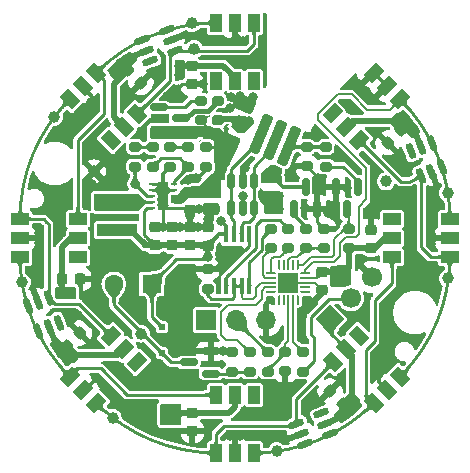
<source format=gbr>
%TF.GenerationSoftware,KiCad,Pcbnew,8.0.2*%
%TF.CreationDate,2024-09-09T19:27:49+02:00*%
%TF.ProjectId,AGS_Klingel_V2-1,4147535f-4b6c-4696-9e67-656c5f56322d,rev?*%
%TF.SameCoordinates,Original*%
%TF.FileFunction,Copper,L1,Top*%
%TF.FilePolarity,Positive*%
%FSLAX46Y46*%
G04 Gerber Fmt 4.6, Leading zero omitted, Abs format (unit mm)*
G04 Created by KiCad (PCBNEW 8.0.2) date 2024-09-09 19:27:49*
%MOMM*%
%LPD*%
G01*
G04 APERTURE LIST*
G04 Aperture macros list*
%AMRoundRect*
0 Rectangle with rounded corners*
0 $1 Rounding radius*
0 $2 $3 $4 $5 $6 $7 $8 $9 X,Y pos of 4 corners*
0 Add a 4 corners polygon primitive as box body*
4,1,4,$2,$3,$4,$5,$6,$7,$8,$9,$2,$3,0*
0 Add four circle primitives for the rounded corners*
1,1,$1+$1,$2,$3*
1,1,$1+$1,$4,$5*
1,1,$1+$1,$6,$7*
1,1,$1+$1,$8,$9*
0 Add four rect primitives between the rounded corners*
20,1,$1+$1,$2,$3,$4,$5,0*
20,1,$1+$1,$4,$5,$6,$7,0*
20,1,$1+$1,$6,$7,$8,$9,0*
20,1,$1+$1,$8,$9,$2,$3,0*%
%AMHorizOval*
0 Thick line with rounded ends*
0 $1 width*
0 $2 $3 position (X,Y) of the first rounded end (center of the circle)*
0 $4 $5 position (X,Y) of the second rounded end (center of the circle)*
0 Add line between two ends*
20,1,$1,$2,$3,$4,$5,0*
0 Add two circle primitives to create the rounded ends*
1,1,$1,$2,$3*
1,1,$1,$4,$5*%
%AMRotRect*
0 Rectangle, with rotation*
0 The origin of the aperture is its center*
0 $1 length*
0 $2 width*
0 $3 Rotation angle, in degrees counterclockwise*
0 Add horizontal line*
21,1,$1,$2,0,0,$3*%
%AMFreePoly0*
4,1,14,0.334644,0.085355,0.385355,0.034644,0.400000,-0.000711,0.400000,-0.050000,0.385355,-0.085355,0.350000,-0.100000,-0.350000,-0.100000,-0.385355,-0.085355,-0.400000,-0.050000,-0.400000,0.050000,-0.385355,0.085355,-0.350000,0.100000,0.299289,0.100000,0.334644,0.085355,0.334644,0.085355,$1*%
%AMFreePoly1*
4,1,14,0.385355,0.085355,0.400000,0.050000,0.400000,0.000711,0.385355,-0.034644,0.334644,-0.085355,0.299289,-0.100000,-0.350000,-0.100000,-0.385355,-0.085355,-0.400000,-0.050000,-0.400000,0.050000,-0.385355,0.085355,-0.350000,0.100000,0.350000,0.100000,0.385355,0.085355,0.385355,0.085355,$1*%
%AMFreePoly2*
4,1,14,0.085355,0.385355,0.100000,0.350000,0.100000,-0.350000,0.085355,-0.385355,0.050000,-0.400000,-0.050000,-0.400000,-0.085355,-0.385355,-0.100000,-0.350000,-0.100000,0.299289,-0.085355,0.334644,-0.034644,0.385355,0.000711,0.400000,0.050000,0.400000,0.085355,0.385355,0.085355,0.385355,$1*%
%AMFreePoly3*
4,1,14,0.034644,0.385355,0.085355,0.334644,0.100000,0.299289,0.100000,-0.350000,0.085355,-0.385355,0.050000,-0.400000,-0.050000,-0.400000,-0.085355,-0.385355,-0.100000,-0.350000,-0.100000,0.350000,-0.085355,0.385355,-0.050000,0.400000,-0.000711,0.400000,0.034644,0.385355,0.034644,0.385355,$1*%
%AMFreePoly4*
4,1,14,0.385355,0.085355,0.400000,0.050000,0.400000,-0.050000,0.385355,-0.085355,0.350000,-0.100000,-0.299289,-0.100000,-0.334644,-0.085355,-0.385355,-0.034644,-0.400000,0.000711,-0.400000,0.050000,-0.385355,0.085355,-0.350000,0.100000,0.350000,0.100000,0.385355,0.085355,0.385355,0.085355,$1*%
%AMFreePoly5*
4,1,14,0.385355,0.085355,0.400000,0.050000,0.400000,-0.050000,0.385355,-0.085355,0.350000,-0.100000,-0.350000,-0.100000,-0.385355,-0.085355,-0.400000,-0.050000,-0.400000,-0.000711,-0.385355,0.034644,-0.334644,0.085355,-0.299289,0.100000,0.350000,0.100000,0.385355,0.085355,0.385355,0.085355,$1*%
%AMFreePoly6*
4,1,14,0.085355,0.385355,0.100000,0.350000,0.100000,-0.299289,0.085355,-0.334644,0.034644,-0.385355,-0.000711,-0.400000,-0.050000,-0.400000,-0.085355,-0.385355,-0.100000,-0.350000,-0.100000,0.350000,-0.085355,0.385355,-0.050000,0.400000,0.050000,0.400000,0.085355,0.385355,0.085355,0.385355,$1*%
%AMFreePoly7*
4,1,14,0.085355,0.385355,0.100000,0.350000,0.100000,-0.350000,0.085355,-0.385355,0.050000,-0.400000,0.000711,-0.400000,-0.034644,-0.385355,-0.085355,-0.334644,-0.100000,-0.299289,-0.100000,0.350000,-0.085355,0.385355,-0.050000,0.400000,0.050000,0.400000,0.085355,0.385355,0.085355,0.385355,$1*%
G04 Aperture macros list end*
%TA.AperFunction,SMDPad,CuDef*%
%ADD10RoundRect,0.150000X0.416086X0.334707X-0.530891X-0.057543X-0.416086X-0.334707X0.530891X0.057543X0*%
%TD*%
%TA.AperFunction,SMDPad,CuDef*%
%ADD11RoundRect,0.200000X-0.275000X0.200000X-0.275000X-0.200000X0.275000X-0.200000X0.275000X0.200000X0*%
%TD*%
%TA.AperFunction,SMDPad,CuDef*%
%ADD12FreePoly0,180.000000*%
%TD*%
%TA.AperFunction,SMDPad,CuDef*%
%ADD13RoundRect,0.050000X0.350000X0.050000X-0.350000X0.050000X-0.350000X-0.050000X0.350000X-0.050000X0*%
%TD*%
%TA.AperFunction,SMDPad,CuDef*%
%ADD14FreePoly1,180.000000*%
%TD*%
%TA.AperFunction,SMDPad,CuDef*%
%ADD15FreePoly2,180.000000*%
%TD*%
%TA.AperFunction,SMDPad,CuDef*%
%ADD16RoundRect,0.050000X0.050000X0.350000X-0.050000X0.350000X-0.050000X-0.350000X0.050000X-0.350000X0*%
%TD*%
%TA.AperFunction,SMDPad,CuDef*%
%ADD17FreePoly3,180.000000*%
%TD*%
%TA.AperFunction,SMDPad,CuDef*%
%ADD18FreePoly4,180.000000*%
%TD*%
%TA.AperFunction,SMDPad,CuDef*%
%ADD19FreePoly5,180.000000*%
%TD*%
%TA.AperFunction,SMDPad,CuDef*%
%ADD20FreePoly6,180.000000*%
%TD*%
%TA.AperFunction,SMDPad,CuDef*%
%ADD21FreePoly7,180.000000*%
%TD*%
%TA.AperFunction,HeatsinkPad*%
%ADD22R,1.700000X1.700000*%
%TD*%
%TA.AperFunction,SMDPad,CuDef*%
%ADD23R,0.500000X0.500000*%
%TD*%
%TA.AperFunction,SMDPad,CuDef*%
%ADD24RoundRect,0.225000X-0.335876X-0.017678X-0.017678X-0.335876X0.335876X0.017678X0.017678X0.335876X0*%
%TD*%
%TA.AperFunction,SMDPad,CuDef*%
%ADD25RoundRect,0.200000X0.275000X-0.200000X0.275000X0.200000X-0.275000X0.200000X-0.275000X-0.200000X0*%
%TD*%
%TA.AperFunction,SMDPad,CuDef*%
%ADD26C,1.000000*%
%TD*%
%TA.AperFunction,SMDPad,CuDef*%
%ADD27RoundRect,0.225000X0.250000X-0.225000X0.250000X0.225000X-0.250000X0.225000X-0.250000X-0.225000X0*%
%TD*%
%TA.AperFunction,SMDPad,CuDef*%
%ADD28RotRect,1.500000X1.000000X135.000000*%
%TD*%
%TA.AperFunction,SMDPad,CuDef*%
%ADD29RotRect,1.500000X1.000000X225.000000*%
%TD*%
%TA.AperFunction,ComponentPad*%
%ADD30C,1.000000*%
%TD*%
%TA.AperFunction,SMDPad,CuDef*%
%ADD31RoundRect,0.150000X0.334707X-0.416086X-0.057543X0.530891X-0.334707X0.416086X0.057543X-0.530891X0*%
%TD*%
%TA.AperFunction,SMDPad,CuDef*%
%ADD32R,1.500000X1.000000*%
%TD*%
%TA.AperFunction,SMDPad,CuDef*%
%ADD33RoundRect,0.150000X-0.150000X0.512500X-0.150000X-0.512500X0.150000X-0.512500X0.150000X0.512500X0*%
%TD*%
%TA.AperFunction,SMDPad,CuDef*%
%ADD34R,1.000000X1.500000*%
%TD*%
%TA.AperFunction,SMDPad,CuDef*%
%ADD35RoundRect,0.225000X-0.250000X0.225000X-0.250000X-0.225000X0.250000X-0.225000X0.250000X0.225000X0*%
%TD*%
%TA.AperFunction,ComponentPad*%
%ADD36R,1.700000X1.700000*%
%TD*%
%TA.AperFunction,ComponentPad*%
%ADD37O,1.700000X1.700000*%
%TD*%
%TA.AperFunction,SMDPad,CuDef*%
%ADD38RoundRect,0.150000X-0.587500X-0.150000X0.587500X-0.150000X0.587500X0.150000X-0.587500X0.150000X0*%
%TD*%
%TA.AperFunction,SMDPad,CuDef*%
%ADD39RoundRect,0.150000X-0.150000X0.587500X-0.150000X-0.587500X0.150000X-0.587500X0.150000X0.587500X0*%
%TD*%
%TA.AperFunction,ComponentPad*%
%ADD40R,1.600000X1.600000*%
%TD*%
%TA.AperFunction,ComponentPad*%
%ADD41C,1.600000*%
%TD*%
%TA.AperFunction,SMDPad,CuDef*%
%ADD42RoundRect,0.062500X0.187500X0.062500X-0.187500X0.062500X-0.187500X-0.062500X0.187500X-0.062500X0*%
%TD*%
%TA.AperFunction,ComponentPad*%
%ADD43C,0.500000*%
%TD*%
%TA.AperFunction,SMDPad,CuDef*%
%ADD44R,0.840000X2.400000*%
%TD*%
%TA.AperFunction,SMDPad,CuDef*%
%ADD45RoundRect,0.150000X-0.334707X0.416086X0.057543X-0.530891X0.334707X-0.416086X-0.057543X0.530891X0*%
%TD*%
%TA.AperFunction,SMDPad,CuDef*%
%ADD46RoundRect,0.250000X0.401254X-0.599162X0.707401X0.139942X-0.401254X0.599162X-0.707401X-0.139942X0*%
%TD*%
%TA.AperFunction,SMDPad,CuDef*%
%ADD47RotRect,1.500000X1.000000X45.000000*%
%TD*%
%TA.AperFunction,SMDPad,CuDef*%
%ADD48RoundRect,0.150000X0.150000X-0.587500X0.150000X0.587500X-0.150000X0.587500X-0.150000X-0.587500X0*%
%TD*%
%TA.AperFunction,SMDPad,CuDef*%
%ADD49RoundRect,0.225000X0.225000X0.250000X-0.225000X0.250000X-0.225000X-0.250000X0.225000X-0.250000X0*%
%TD*%
%TA.AperFunction,SMDPad,CuDef*%
%ADD50RoundRect,0.250000X-0.475000X0.250000X-0.475000X-0.250000X0.475000X-0.250000X0.475000X0.250000X0*%
%TD*%
%TA.AperFunction,SMDPad,CuDef*%
%ADD51R,3.400000X0.980000*%
%TD*%
%TA.AperFunction,SMDPad,CuDef*%
%ADD52RoundRect,0.150000X-0.416086X-0.334707X0.530891X0.057543X0.416086X0.334707X-0.530891X-0.057543X0*%
%TD*%
%TA.AperFunction,SMDPad,CuDef*%
%ADD53RoundRect,0.150000X0.587500X0.150000X-0.587500X0.150000X-0.587500X-0.150000X0.587500X-0.150000X0*%
%TD*%
%TA.AperFunction,SMDPad,CuDef*%
%ADD54RotRect,1.500000X1.000000X315.000000*%
%TD*%
%TA.AperFunction,SMDPad,CuDef*%
%ADD55RoundRect,0.225000X0.017678X-0.335876X0.335876X-0.017678X-0.017678X0.335876X-0.335876X0.017678X0*%
%TD*%
%TA.AperFunction,SMDPad,CuDef*%
%ADD56R,0.450000X1.450000*%
%TD*%
%TA.AperFunction,SMDPad,CuDef*%
%ADD57RoundRect,0.225000X-0.017678X0.335876X-0.335876X0.017678X0.017678X-0.335876X0.335876X-0.017678X0*%
%TD*%
%TA.AperFunction,ComponentPad*%
%ADD58RotRect,1.700000X1.700000X135.000000*%
%TD*%
%TA.AperFunction,ComponentPad*%
%ADD59HorizOval,1.700000X0.000000X0.000000X0.000000X0.000000X0*%
%TD*%
%TA.AperFunction,SMDPad,CuDef*%
%ADD60RoundRect,0.225000X-0.375719X-1.495020X0.791465X1.322813X0.375719X1.495020X-0.791465X-1.322813X0*%
%TD*%
%TA.AperFunction,SMDPad,CuDef*%
%ADD61RoundRect,0.225000X0.335876X0.017678X0.017678X0.335876X-0.335876X-0.017678X-0.017678X-0.335876X0*%
%TD*%
%TA.AperFunction,ViaPad*%
%ADD62C,0.800000*%
%TD*%
%TA.AperFunction,Conductor*%
%ADD63C,0.250000*%
%TD*%
%TA.AperFunction,Conductor*%
%ADD64C,0.200000*%
%TD*%
%TA.AperFunction,Conductor*%
%ADD65C,0.350000*%
%TD*%
%TA.AperFunction,Conductor*%
%ADD66C,0.500000*%
%TD*%
%TA.AperFunction,Conductor*%
%ADD67C,0.400000*%
%TD*%
G04 APERTURE END LIST*
D10*
%TO.P,U7,1,IO1*%
%TO.N,/WS7*%
X-5065538Y15857617D03*
%TO.P,U7,2,VN*%
%TO.N,GND*%
X-5429087Y16735302D03*
%TO.P,U7,3,IO2*%
%TO.N,/WS6*%
X-5792636Y17612988D03*
%TO.P,U7,4,IO3*%
X-7894462Y16742383D03*
%TO.P,U7,5,VP*%
%TO.N,+5V*%
X-7530913Y15864698D03*
%TO.P,U7,6,IO4*%
%TO.N,unconnected-(U7-IO4-Pad6)*%
X-7167364Y14987012D03*
%TD*%
D11*
%TO.P,R18,1*%
%TO.N,GND*%
X-2310000Y-2655000D03*
%TO.P,R18,2*%
%TO.N,RS485_DE_nRE*%
X-2310000Y-4305000D03*
%TD*%
D12*
%TO.P,U4,1,PA2*%
%TO.N,unconnected-(U4-PA2-Pad1)*%
X5963625Y-4580000D03*
D13*
%TO.P,U4,2,PA3*%
%TO.N,unconnected-(U4-PA3-Pad2)*%
X5963625Y-4180000D03*
%TO.P,U4,3,GND*%
%TO.N,GND*%
X5963625Y-3780000D03*
%TO.P,U4,4,VCC*%
%TO.N,+5V*%
X5963625Y-3380000D03*
D14*
%TO.P,U4,5,PA4*%
%TO.N,DIN_WS0*%
X5963625Y-2980000D03*
D15*
%TO.P,U4,6,PA5*%
%TO.N,uC_UNI_INPUT*%
X5313625Y-2330000D03*
D16*
%TO.P,U4,7,PA6*%
%TO.N,unconnected-(U4-PA6-Pad7)*%
X4913625Y-2330000D03*
%TO.P,U4,8,PA7*%
%TO.N,uC_COIL*%
X4513625Y-2330000D03*
%TO.P,U4,9,PB5*%
%TO.N,unconnected-(U4-PB5-Pad9)*%
X4113625Y-2330000D03*
D17*
%TO.P,U4,10,PB4*%
%TO.N,unconnected-(U4-PB4-Pad10)*%
X3713625Y-2330000D03*
D18*
%TO.P,U4,11,PB3*%
%TO.N,RS485_RxD*%
X3063625Y-2980000D03*
D13*
%TO.P,U4,12,PB2*%
%TO.N,RS485_TxD*%
X3063625Y-3380000D03*
%TO.P,U4,13,PB1*%
%TO.N,RS485_DE_nRE*%
X3063625Y-3780000D03*
%TO.P,U4,14,PB0*%
%TO.N,Piezo_Buzzer*%
X3063625Y-4180000D03*
D19*
%TO.P,U4,15,PC0*%
%TO.N,unconnected-(U4-PC0-Pad15)*%
X3063625Y-4580000D03*
D20*
%TO.P,U4,16,PC1*%
%TO.N,unconnected-(U4-PC1-Pad16)*%
X3713625Y-5230000D03*
D16*
%TO.P,U4,17,PC2*%
%TO.N,unconnected-(U4-PC2-Pad17)*%
X4113625Y-5230000D03*
%TO.P,U4,18,PC3*%
%TO.N,TOUCH*%
X4513625Y-5230000D03*
%TO.P,U4,19,~{RESET}/PA0*%
%TO.N,UPDI*%
X4913625Y-5230000D03*
D21*
%TO.P,U4,20,PA1*%
%TO.N,unconnected-(U4-PA1-Pad20)*%
X5313625Y-5230000D03*
D22*
%TO.P,U4,21,GND*%
%TO.N,GND*%
X4513625Y-3780000D03*
%TD*%
D23*
%TO.P,D8,1,K*%
%TO.N,+24V*%
X3300000Y2860000D03*
%TO.P,D8,2,A*%
%TO.N,COIL*%
X3300000Y5060000D03*
%TD*%
D24*
%TO.P,C5,1*%
%TO.N,GND*%
X8051992Y-12951992D03*
%TO.P,C5,2*%
%TO.N,+5V*%
X9148008Y-14048008D03*
%TD*%
D25*
%TO.P,R4,1*%
%TO.N,TOUCH*%
X2770000Y-11315000D03*
%TO.P,R4,2*%
%TO.N,Net-(J2-Pin_2)*%
X2770000Y-9665000D03*
%TD*%
D26*
%TO.P,TP4,1,1*%
%TO.N,/WS3*%
X-10349586Y-15249390D03*
%TD*%
D27*
%TO.P,C12,1*%
%TO.N,+5V*%
X-3809858Y-625039D03*
%TO.P,C12,2*%
%TO.N,GND*%
X-3809858Y924961D03*
%TD*%
D25*
%TO.P,R5,1*%
%TO.N,GND*%
X4270000Y-11305000D03*
%TO.P,R5,2*%
%TO.N,TOUCH*%
X4270000Y-9655000D03*
%TD*%
D28*
%TO.P,D9,1,VCC*%
%TO.N,unconnected-(D9-VCC-Pad1)*%
X-10537652Y8266017D03*
%TO.P,D9,2,VDD*%
%TO.N,+5V*%
X-9406281Y9397387D03*
%TO.P,D9,3,DOUT*%
%TO.N,/WS7*%
X-8274911Y10528758D03*
%TO.P,D9,4,DIN*%
%TO.N,/WS6*%
X-11739734Y13993581D03*
%TO.P,D9,5,GND*%
%TO.N,GND*%
X-12871105Y12862211D03*
%TO.P,D9,6,BIN*%
%TO.N,/WS5*%
X-14002475Y11730840D03*
%TD*%
D25*
%TO.P,R17,1*%
%TO.N,RS485_TxD*%
X3070000Y-860000D03*
%TO.P,R17,2*%
%TO.N,Net-(U8-DI)*%
X3070000Y790000D03*
%TD*%
D27*
%TO.P,C7,1*%
%TO.N,GND*%
X-3600000Y-16375000D03*
%TO.P,C7,2*%
%TO.N,+5V*%
X-3600000Y-14825000D03*
%TD*%
D29*
%TO.P,D5,1,VCC*%
%TO.N,unconnected-(D5-VCC-Pad1)*%
X-8266017Y-10537652D03*
%TO.P,D5,2,VDD*%
%TO.N,+5V*%
X-9397387Y-9406281D03*
%TO.P,D5,3,DOUT*%
%TO.N,/WS5*%
X-10528758Y-8274911D03*
%TO.P,D5,4,DIN*%
%TO.N,/WS4*%
X-13993581Y-11739734D03*
%TO.P,D5,5,GND*%
%TO.N,GND*%
X-12862211Y-12871105D03*
%TO.P,D5,6,BIN*%
%TO.N,/WS3*%
X-11730840Y-14002475D03*
%TD*%
D26*
%TO.P,TP6,1,1*%
%TO.N,/WS5*%
X-15299388Y10249590D03*
%TD*%
D30*
%TO.P,TP8,1,1*%
%TO.N,+5V*%
X12770000Y4780000D03*
%TD*%
D31*
%TO.P,U1,1,IO1*%
%TO.N,/WS1*%
X15755234Y5241076D03*
%TO.P,U1,2,VN*%
%TO.N,GND*%
X16632919Y5604625D03*
%TO.P,U1,3,IO2*%
%TO.N,DIN_WS0*%
X17510605Y5968174D03*
%TO.P,U1,4,IO3*%
%TO.N,/WS0*%
X16640000Y8070000D03*
%TO.P,U1,5,VP*%
%TO.N,+5V*%
X15762315Y7706451D03*
%TO.P,U1,6,IO4*%
%TO.N,unconnected-(U1-IO4-Pad6)*%
X14884629Y7342902D03*
%TD*%
D32*
%TO.P,D6,1,VCC*%
%TO.N,unconnected-(D6-VCC-Pad1)*%
X-13296201Y-1593711D03*
%TO.P,D6,2,VDD*%
%TO.N,+5V*%
X-13296201Y6289D03*
%TO.P,D6,3,DOUT*%
%TO.N,/WS6*%
X-13296201Y1606289D03*
%TO.P,D6,4,DIN*%
%TO.N,/WS5*%
X-18196201Y1606289D03*
%TO.P,D6,5,GND*%
%TO.N,GND*%
X-18196201Y6289D03*
%TO.P,D6,6,BIN*%
%TO.N,/WS4*%
X-18196201Y-1593711D03*
%TD*%
D33*
%TO.P,U9,1,IO1*%
%TO.N,RS485_B*%
X1590000Y4837500D03*
%TO.P,U9,2,VN*%
%TO.N,GND*%
X640000Y4837500D03*
%TO.P,U9,3,IO2*%
%TO.N,RS485_A*%
X-310000Y4837500D03*
%TO.P,U9,4,IO3*%
X-310000Y2562500D03*
%TO.P,U9,5,VP*%
%TO.N,+5V*%
X640000Y2562500D03*
%TO.P,U9,6,IO4*%
%TO.N,RS485_B*%
X1590000Y2562500D03*
%TD*%
D11*
%TO.P,R11,1*%
%TO.N,GND*%
X-249990Y-9674580D03*
%TO.P,R11,2*%
%TO.N,Net-(Q3-G)*%
X-249990Y-11324580D03*
%TD*%
D23*
%TO.P,D7,1,K*%
%TO.N,+5V*%
X-6199752Y-7549654D03*
%TO.P,D7,2,A*%
%TO.N,Net-(D7-A)*%
X-6199752Y-9749654D03*
%TD*%
D26*
%TO.P,TP5,1,1*%
%TO.N,/WS4*%
X-18049278Y-3749850D03*
%TD*%
D25*
%TO.P,R8,1*%
%TO.N,uC_COIL*%
X7537087Y-865000D03*
%TO.P,R8,2*%
%TO.N,GND*%
X7537087Y785000D03*
%TD*%
%TO.P,R9,1*%
%TO.N,Net-(Q3-G)*%
X1249950Y-11324580D03*
%TO.P,R9,2*%
%TO.N,Piezo_Buzzer*%
X1249950Y-9674580D03*
%TD*%
D26*
%TO.P,TP3,1,1*%
%TO.N,/WS2*%
X3549858Y-18049278D03*
%TD*%
D34*
%TO.P,D10,1,VCC*%
%TO.N,unconnected-(D10-VCC-Pad1)*%
X-1593711Y13296201D03*
%TO.P,D10,2,VDD*%
%TO.N,+5V*%
X6289Y13296201D03*
%TO.P,D10,3,DOUT*%
%TO.N,unconnected-(D10-DOUT-Pad3)*%
X1606289Y13296201D03*
%TO.P,D10,4,DIN*%
%TO.N,/WS7*%
X1606289Y18196201D03*
%TO.P,D10,5,GND*%
%TO.N,GND*%
X6289Y18196201D03*
%TO.P,D10,6,BIN*%
%TO.N,/WS6*%
X-1593711Y18196201D03*
%TD*%
D26*
%TO.P,TP10,1,1*%
%TO.N,/WS6*%
X-3630000Y18180000D03*
%TD*%
D35*
%TO.P,C2,1*%
%TO.N,GND*%
X11540000Y680000D03*
%TO.P,C2,2*%
%TO.N,+5V*%
X11540000Y-870000D03*
%TD*%
D11*
%TO.P,R19,1*%
%TO.N,Net-(Q2-G)*%
X-2890000Y11605000D03*
%TO.P,R19,2*%
%TO.N,+24V*%
X-2890000Y9955000D03*
%TD*%
D27*
%TO.P,C9,1*%
%TO.N,+5V*%
X-6809857Y-625039D03*
%TO.P,C9,2*%
%TO.N,GND*%
X-6809857Y924961D03*
%TD*%
D36*
%TO.P,J2,1,Pin_1*%
%TO.N,+5V*%
X-2425004Y-6949722D03*
D37*
%TO.P,J2,2,Pin_2*%
%TO.N,Net-(J2-Pin_2)*%
X114996Y-6949722D03*
%TO.P,J2,3,Pin_3*%
%TO.N,GND*%
X2654996Y-6949722D03*
%TD*%
D26*
%TO.P,TP1,1,1*%
%TO.N,DIN_WS0*%
X18049278Y3799848D03*
%TD*%
D38*
%TO.P,Q2,1,G*%
%TO.N,Net-(Q2-G)*%
X-6467500Y11070000D03*
%TO.P,Q2,2,S*%
%TO.N,+24V*%
X-6467500Y9170000D03*
%TO.P,Q2,3,D*%
%TO.N,Net-(Q2-D)*%
X-4592500Y10120000D03*
%TD*%
D27*
%TO.P,C14,1*%
%TO.N,GND*%
X-3649854Y13035000D03*
%TO.P,C14,2*%
%TO.N,+5V*%
X-3649854Y14585000D03*
%TD*%
D39*
%TO.P,Q1,1,B*%
%TO.N,Net-(Q1-B)*%
X10420000Y4297500D03*
%TO.P,Q1,2,E*%
%TO.N,GND*%
X8520000Y4297500D03*
%TO.P,Q1,3,C*%
%TO.N,uC_UNI_INPUT*%
X9470000Y2422500D03*
%TD*%
D26*
%TO.P,TP2,1,1*%
%TO.N,/WS1*%
X18050000Y-3430000D03*
%TD*%
D11*
%TO.P,R20,1*%
%TO.N,Net-(Q2-D)*%
X-1440000Y11625000D03*
%TO.P,R20,2*%
%TO.N,/PWR_IN*%
X-1440000Y9975000D03*
%TD*%
D40*
%TO.P,LS1,1,1*%
%TO.N,+5V*%
X-7049590Y-3899844D03*
D41*
%TO.P,LS1,2,2*%
%TO.N,Net-(D7-A)*%
X-10249590Y-3899844D03*
%TD*%
D42*
%TO.P,U5,1,PGND*%
%TO.N,GND*%
X-5159857Y2549961D03*
%TO.P,U5,2,VIN*%
%TO.N,+24V*%
X-5159857Y3049961D03*
%TO.P,U5,3,EN*%
X-5159857Y3549961D03*
%TO.P,U5,4,NC*%
%TO.N,GND*%
X-5159857Y4049961D03*
%TO.P,U5,5,FB*%
%TO.N,/PP_FB*%
X-5159857Y4549961D03*
%TO.P,U5,6,AGND*%
%TO.N,GND*%
X-7059857Y4549961D03*
%TO.P,U5,7,PG*%
X-7059857Y4049961D03*
%TO.P,U5,8,~{SLEEP}*%
%TO.N,+5V*%
X-7059857Y3549961D03*
%TO.P,U5,9,SW*%
%TO.N,/PP_SW*%
X-7059857Y3049961D03*
%TO.P,U5,10,VOS*%
%TO.N,+5V*%
X-7059857Y2549961D03*
D43*
%TO.P,U5,11,PAD*%
%TO.N,GND*%
X-6109857Y2599961D03*
X-6109857Y3549961D03*
D44*
X-6109857Y3549961D03*
D43*
X-6109857Y4499961D03*
%TD*%
D25*
%TO.P,R16,1*%
%TO.N,RS485_RxD*%
X4530000Y-875000D03*
%TO.P,R16,2*%
%TO.N,Net-(U8-RO)*%
X4530000Y775000D03*
%TD*%
D45*
%TO.P,U6,1,IO1*%
%TO.N,/WS5*%
X-15777617Y-5065538D03*
%TO.P,U6,2,VN*%
%TO.N,GND*%
X-16655302Y-5429087D03*
%TO.P,U6,3,IO2*%
%TO.N,/WS4*%
X-17532988Y-5792636D03*
%TO.P,U6,4,IO3*%
X-16662383Y-7894462D03*
%TO.P,U6,5,VP*%
%TO.N,+5V*%
X-15784698Y-7530913D03*
%TO.P,U6,6,IO4*%
%TO.N,unconnected-(U6-IO4-Pad6)*%
X-14907012Y-7167364D03*
%TD*%
D11*
%TO.P,R3,1*%
%TO.N,UPDI*%
X5780000Y-9660000D03*
%TO.P,R3,2*%
%TO.N,Net-(J1-Pin_2)*%
X5780000Y-11310000D03*
%TD*%
D25*
%TO.P,R13,1*%
%TO.N,/PP_FB*%
X-6959383Y6037205D03*
%TO.P,R13,2*%
%TO.N,Net-(R12-Pad2)*%
X-6959383Y7687205D03*
%TD*%
D32*
%TO.P,D2,1,VCC*%
%TO.N,unconnected-(D2-VCC-Pad1)*%
X13296201Y1593711D03*
%TO.P,D2,2,VDD*%
%TO.N,+5V*%
X13296201Y-6289D03*
%TO.P,D2,3,DOUT*%
%TO.N,/WS2*%
X13296201Y-1606289D03*
%TO.P,D2,4,DIN*%
%TO.N,/WS1*%
X18196201Y-1606289D03*
%TO.P,D2,5,GND*%
%TO.N,GND*%
X18196201Y-6289D03*
%TO.P,D2,6,BIN*%
%TO.N,DIN_WS0*%
X18196201Y1593711D03*
%TD*%
D46*
%TO.P,D11,1,K*%
%TO.N,+24V*%
X-522196Y8103211D03*
%TO.P,D11,2,A*%
%TO.N,GND*%
X817196Y11336789D03*
%TD*%
D25*
%TO.P,R14,1*%
%TO.N,/PP_FB*%
X-3959382Y6037205D03*
%TO.P,R14,2*%
%TO.N,Net-(R14-Pad2)*%
X-3959382Y7687205D03*
%TD*%
D35*
%TO.P,C6,1*%
%TO.N,+24V*%
X-3810000Y3895000D03*
%TO.P,C6,2*%
%TO.N,GND*%
X-3810000Y2345000D03*
%TD*%
D47*
%TO.P,D1,1,VCC*%
%TO.N,unconnected-(D1-VCC-Pad1)*%
X8266017Y10537652D03*
%TO.P,D1,2,VDD*%
%TO.N,+5V*%
X9397387Y9406281D03*
%TO.P,D1,3,DOUT*%
%TO.N,/WS1*%
X10528758Y8274911D03*
%TO.P,D1,4,DIN*%
%TO.N,DIN_WS0*%
X13993581Y11739734D03*
%TO.P,D1,5,GND*%
%TO.N,GND*%
X12862211Y12871105D03*
%TO.P,D1,6,BIN*%
X11730840Y14002475D03*
%TD*%
D30*
%TO.P,TP9,1,1*%
%TO.N,GND*%
X-11910000Y5640000D03*
%TD*%
D26*
%TO.P,TP7,1,1*%
%TO.N,Net-(D7-A)*%
X-7949682Y-8099676D03*
%TD*%
D48*
%TO.P,Q4,1,B*%
%TO.N,Net-(Q4-B)*%
X5040000Y2442500D03*
%TO.P,Q4,2,E*%
%TO.N,GND*%
X6940000Y2442500D03*
%TO.P,Q4,3,C*%
%TO.N,COIL*%
X5990000Y4317500D03*
%TD*%
D27*
%TO.P,C10,1*%
%TO.N,+5V*%
X-5309858Y-625039D03*
%TO.P,C10,2*%
%TO.N,GND*%
X-5309858Y924961D03*
%TD*%
D26*
%TO.P,TP11,1,1*%
%TO.N,/WS7*%
X-3450000Y16000000D03*
%TD*%
D11*
%TO.P,R10,1*%
%TO.N,Net-(Q4-B)*%
X6037087Y785000D03*
%TO.P,R10,2*%
%TO.N,uC_COIL*%
X6037087Y-865000D03*
%TD*%
D34*
%TO.P,D4,1,VCC*%
%TO.N,unconnected-(D4-VCC-Pad1)*%
X1593711Y-13296201D03*
%TO.P,D4,2,VDD*%
%TO.N,+5V*%
X-6289Y-13296201D03*
%TO.P,D4,3,DOUT*%
%TO.N,/WS4*%
X-1606289Y-13296201D03*
%TO.P,D4,4,DIN*%
%TO.N,/WS3*%
X-1606289Y-18196201D03*
%TO.P,D4,5,GND*%
%TO.N,GND*%
X-6289Y-18196201D03*
%TO.P,D4,6,BIN*%
%TO.N,/WS2*%
X1593711Y-18196201D03*
%TD*%
D35*
%TO.P,C3,1*%
%TO.N,+5V*%
X7378625Y-2855000D03*
%TO.P,C3,2*%
%TO.N,GND*%
X7378625Y-4405000D03*
%TD*%
D49*
%TO.P,C11,1*%
%TO.N,GND*%
X-13110000Y-3490000D03*
%TO.P,C11,2*%
%TO.N,+5V*%
X-14660000Y-3490000D03*
%TD*%
D25*
%TO.P,R6,1*%
%TO.N,+5V*%
X9640000Y-865000D03*
%TO.P,R6,2*%
%TO.N,uC_UNI_INPUT*%
X9640000Y785000D03*
%TD*%
%TO.P,R12,1*%
%TO.N,+5V*%
X-8459383Y6037205D03*
%TO.P,R12,2*%
%TO.N,Net-(R12-Pad2)*%
X-8459383Y7687205D03*
%TD*%
D50*
%TO.P,C4,1*%
%TO.N,+24V*%
X-2060000Y4310000D03*
%TO.P,C4,2*%
%TO.N,GND*%
X-2060000Y2410000D03*
%TD*%
D11*
%TO.P,R7,1*%
%TO.N,+24V*%
X-2450000Y7685000D03*
%TO.P,R7,2*%
%TO.N,GND*%
X-2450000Y6035000D03*
%TD*%
%TO.P,R1,1*%
%TO.N,UNI_INPUT*%
X6070000Y7705000D03*
%TO.P,R1,2*%
%TO.N,GND*%
X6070000Y6055000D03*
%TD*%
D51*
%TO.P,L1,1,1*%
%TO.N,/PP_SW*%
X-9990000Y3034926D03*
%TO.P,L1,2,2*%
%TO.N,+5V*%
X-9990000Y664926D03*
%TD*%
D52*
%TO.P,U3,1,IO1*%
%TO.N,/WS3*%
X5195538Y-15717617D03*
%TO.P,U3,2,VN*%
%TO.N,GND*%
X5559087Y-16595302D03*
%TO.P,U3,3,IO2*%
%TO.N,/WS2*%
X5922636Y-17472988D03*
%TO.P,U3,4,IO3*%
X8024462Y-16602383D03*
%TO.P,U3,5,VP*%
%TO.N,+5V*%
X7660913Y-15724698D03*
%TO.P,U3,6,IO4*%
%TO.N,unconnected-(U3-IO4-Pad6)*%
X7297364Y-14847012D03*
%TD*%
D53*
%TO.P,Q3,1,G*%
%TO.N,Net-(Q3-G)*%
X-2032522Y-11479538D03*
%TO.P,Q3,2,S*%
%TO.N,GND*%
X-2032522Y-9579538D03*
%TO.P,Q3,3,D*%
%TO.N,Net-(D7-A)*%
X-3907522Y-10529538D03*
%TD*%
D25*
%TO.P,R2,1*%
%TO.N,Net-(Q1-B)*%
X7680000Y6045000D03*
%TO.P,R2,2*%
%TO.N,UNI_INPUT*%
X7680000Y7695000D03*
%TD*%
D54*
%TO.P,D3,1,VCC*%
%TO.N,unconnected-(D3-VCC-Pad1)*%
X10537652Y-8266017D03*
%TO.P,D3,2,VDD*%
%TO.N,+5V*%
X9406281Y-9397387D03*
%TO.P,D3,3,DOUT*%
%TO.N,/WS3*%
X8274911Y-10528758D03*
%TO.P,D3,4,DIN*%
%TO.N,/WS2*%
X11739734Y-13993581D03*
%TO.P,D3,5,GND*%
%TO.N,GND*%
X12871105Y-12862211D03*
%TO.P,D3,6,BIN*%
%TO.N,/WS1*%
X14002475Y-11730840D03*
%TD*%
D55*
%TO.P,C1,1*%
%TO.N,GND*%
X12951992Y8051992D03*
%TO.P,C1,2*%
%TO.N,+5V*%
X14048008Y9148008D03*
%TD*%
D56*
%TO.P,U8,1,RO*%
%TO.N,Net-(U8-RO)*%
X-725000Y-4090000D03*
%TO.P,U8,2,~{RE}*%
%TO.N,RS485_DE_nRE*%
X-75000Y-4090000D03*
%TO.P,U8,3,DE*%
X575000Y-4090000D03*
%TO.P,U8,4,DI*%
%TO.N,Net-(U8-DI)*%
X1225000Y-4090000D03*
%TO.P,U8,5,GND*%
%TO.N,GND*%
X1225000Y310000D03*
%TO.P,U8,6,A*%
%TO.N,RS485_B*%
X575000Y310000D03*
%TO.P,U8,7,B*%
%TO.N,RS485_A*%
X-75000Y310000D03*
%TO.P,U8,8,VCC*%
%TO.N,+5V*%
X-725000Y310000D03*
%TD*%
D57*
%TO.P,C8,1*%
%TO.N,GND*%
X-13151992Y-8051992D03*
%TO.P,C8,2*%
%TO.N,+5V*%
X-14248008Y-9148008D03*
%TD*%
D58*
%TO.P,J1,1,Pin_1*%
%TO.N,+5V*%
X8010000Y-6900000D03*
D59*
%TO.P,J1,2,Pin_2*%
%TO.N,Net-(J1-Pin_2)*%
X9806051Y-5103949D03*
%TO.P,J1,3,Pin_3*%
%TO.N,GND*%
X11602102Y-3307898D03*
%TD*%
D11*
%TO.P,R15,1*%
%TO.N,Net-(R14-Pad2)*%
X-5459383Y7687205D03*
%TO.P,R15,2*%
%TO.N,GND*%
X-5459383Y6037205D03*
%TD*%
D60*
%TO.P,J3,2,Pin_2*%
%TO.N,RS485_A*%
X2245118Y8785676D03*
%TO.P,J3,4,Pin_4*%
%TO.N,RS485_B*%
X3418445Y8299668D03*
%TO.P,J3,6,Pin_6*%
%TO.N,UNI_INPUT*%
X4591772Y7813660D03*
%TD*%
D61*
%TO.P,C13,1*%
%TO.N,GND*%
X-7951992Y13151992D03*
%TO.P,C13,2*%
%TO.N,+5V*%
X-9048008Y14248008D03*
%TD*%
D35*
%TO.P,C15,1*%
%TO.N,GND*%
X-2300000Y905000D03*
%TO.P,C15,2*%
%TO.N,+5V*%
X-2300000Y-645000D03*
%TD*%
D62*
%TO.N,+24V*%
X3730000Y3530000D03*
X-1080000Y5990000D03*
X3710000Y2440000D03*
X2870000Y2450000D03*
X-1080000Y6810000D03*
X2897027Y3571373D03*
%TO.N,GND*%
X12830000Y-6670000D03*
X-6600000Y-11400000D03*
X-920000Y-1094502D03*
X-3500000Y-8520000D03*
X-3340000Y-5320000D03*
X10580000Y-6700000D03*
X-3135039Y924961D03*
X-1020462Y-9579538D03*
X-9400000Y-1720000D03*
X11820000Y8980000D03*
X11980000Y-9870000D03*
X-4970000Y-16660000D03*
X-7330000Y-12310000D03*
X-11790000Y-11820000D03*
X-160000Y-1094502D03*
X13400000Y-10300000D03*
X-2300000Y1610000D03*
X-5920000Y-8590000D03*
X2000000Y-16800000D03*
X-16593711Y-406289D03*
X14820000Y3700000D03*
X-3820000Y-12280000D03*
X16600000Y1900000D03*
X-12800000Y10900000D03*
X6050000Y-14110000D03*
X4513625Y-3780000D03*
X16600000Y300000D03*
X9000000Y-11800000D03*
X-4330000Y-7920000D03*
X-6450000Y13490000D03*
X6120000Y-5525000D03*
X13140000Y3630000D03*
X-2693213Y13040000D03*
X-7033034Y14069041D03*
X-7720000Y-14290000D03*
X1560000Y11946699D03*
X14760000Y1300000D03*
X11700000Y11800000D03*
X-900000Y16700000D03*
X-11250000Y-12370000D03*
X-374816Y11946699D03*
X5650000Y-6730000D03*
X450000Y12000000D03*
X11950000Y5750000D03*
X-14080002Y-6330000D03*
X400000Y-16800000D03*
X6680000Y-13400000D03*
X-4160000Y-2740000D03*
X13970000Y-4420000D03*
X5940000Y2549898D03*
X-8620000Y-12340000D03*
X-1700000Y16700000D03*
X700000Y16700000D03*
X-11540000Y-1817524D03*
X-14350000Y3310000D03*
X-400000Y-16800000D03*
X6965000Y4815000D03*
X-11540000Y-790000D03*
X15120000Y-3200000D03*
X-4665039Y924961D03*
X14760000Y-390000D03*
X-11660000Y-3440000D03*
X-13270000Y-6560000D03*
X-9980000Y-11090000D03*
X11100000Y12400000D03*
X5660000Y-8350000D03*
X12180000Y2680000D03*
X-8650000Y-4120000D03*
X-12600000Y-4860000D03*
X-2020000Y-8460000D03*
X6940000Y8750000D03*
X-10660000Y-12910000D03*
X-5900000Y-6310000D03*
X4250000Y-17110000D03*
X-3020000Y2420000D03*
X-15830000Y2290000D03*
X810000Y-15040000D03*
X-11570000Y-5940000D03*
X1400000Y14770000D03*
X3250000Y-14680000D03*
X9510000Y4270000D03*
X-9030000Y12060000D03*
X860000Y5960000D03*
X-16593711Y-1206289D03*
X-11860000Y7140000D03*
X13220000Y-8820000D03*
X-14970000Y390000D03*
X4350000Y-12920000D03*
X1200000Y-16800000D03*
X-4010000Y4944500D03*
X16600000Y1100000D03*
X-9649614Y5799768D03*
X-3809858Y1900142D03*
X-395000Y11015000D03*
X9689917Y10974781D03*
X-5340000Y-4100000D03*
X14030000Y6910000D03*
X-3310000Y5050000D03*
X9030000Y6860000D03*
X16600000Y-500000D03*
X-5720000Y11990000D03*
X-12080000Y4550000D03*
X13300000Y6610000D03*
X-2050000Y-15790000D03*
X10500000Y13000000D03*
X-16593711Y-1906289D03*
X-13400000Y10300000D03*
X12800000Y-10900000D03*
X11540000Y2040000D03*
X-16593711Y393711D03*
X-15830000Y4000000D03*
X7030000Y4000000D03*
X7910000Y2085000D03*
X-5050000Y12480000D03*
X16280000Y-2740000D03*
X-4450000Y-9500000D03*
X-5710000Y-16620000D03*
X-12200000Y11500000D03*
X-100000Y16700000D03*
X-8000000Y8790000D03*
X-920000Y-1890000D03*
X-6109858Y924961D03*
X15940000Y-4070000D03*
X4580000Y5360000D03*
X12200000Y-11500000D03*
%TO.N,+5V*%
X14690000Y9790000D03*
X9398938Y-2800000D03*
X-1141203Y1435642D03*
X-4710000Y14590000D03*
X650000Y3575500D03*
X15162226Y9142226D03*
X-13960000Y-4740000D03*
X10200000Y-13940000D03*
X-5860000Y-14520000D03*
X-14106103Y-10330773D03*
X9410000Y-3620000D03*
X8568625Y-2780000D03*
X9120000Y-15090000D03*
X-15098008Y-9148008D03*
X9790000Y-14630000D03*
X-9700000Y14780000D03*
X-5860000Y-15290000D03*
X-8459384Y4589160D03*
X-2300000Y-1580000D03*
X8570000Y-3597191D03*
X-9048008Y15233946D03*
X-14690000Y-9840000D03*
X-5040000Y-15290000D03*
X-14730000Y-4730000D03*
X-4710000Y13830000D03*
X14130000Y10340000D03*
X-5070000Y-14510000D03*
X-10210000Y14150000D03*
%TO.N,/PWR_IN*%
X1150000Y9890000D03*
X300000Y9975000D03*
X630000Y9320000D03*
%TO.N,COIL*%
X2630000Y5040000D03*
X3470000Y5650000D03*
%TD*%
D63*
%TO.N,+24V*%
X-2140000Y9170000D02*
X-1840000Y8870000D01*
X-2475000Y3895000D02*
X-2060000Y4310000D01*
X-940407Y7685000D02*
X-522196Y8103211D01*
X-2060000Y4310000D02*
X-2060000Y5010000D01*
X2897027Y3571373D02*
X3248627Y3571373D01*
X2820000Y2400000D02*
X3790000Y2400000D01*
D64*
X-2890000Y9955000D02*
X-2890000Y9920000D01*
D63*
X3300000Y2300000D02*
X3300000Y3370000D01*
X-5159857Y3049961D02*
X-4655039Y3049961D01*
X-522196Y8103211D02*
X-1288985Y8870000D01*
X-3810000Y3895000D02*
X-2475000Y3895000D01*
X-1288985Y8870000D02*
X-1840000Y8870000D01*
D64*
X-2890000Y9920000D02*
X-1840000Y8870000D01*
D63*
X3790000Y2400000D02*
X3810000Y2380000D01*
X3300000Y2400000D02*
X2890000Y2810000D01*
X-2450000Y7685000D02*
X-940407Y7685000D01*
X-6467500Y9170000D02*
X-2140000Y9170000D01*
X3300000Y2300000D02*
X3300000Y2400000D01*
X-5159857Y3549961D02*
X-5159857Y3049961D01*
X-4655039Y3049961D02*
X-3810000Y3895000D01*
X-1038211Y8103211D02*
X-522196Y8103211D01*
X3248627Y3571373D02*
X3710000Y3110000D01*
%TO.N,GND*%
X-5159857Y4049962D02*
X-5609857Y4049962D01*
X-2032522Y-9579538D02*
X-1020462Y-9579538D01*
X-7059857Y4049962D02*
X-6609857Y4049962D01*
X6047398Y2442500D02*
X5940000Y2549898D01*
D65*
X6289Y17393711D02*
X700000Y16700000D01*
D63*
X-12732211Y-12771105D02*
X-12732211Y-12762211D01*
D64*
X5963625Y-3780000D02*
X6753625Y-3780000D01*
D63*
X3250000Y-14680000D02*
X3250000Y-14020000D01*
X-6109858Y2549962D02*
X-6109857Y3549961D01*
X-16600000Y400000D02*
X-16593711Y393711D01*
X-6609857Y4049962D02*
X-6109857Y3549961D01*
X6965000Y3935000D02*
X7030000Y4000000D01*
X-13188008Y-8051992D02*
X-14080002Y-7159998D01*
X-3810000Y1900284D02*
X-3809858Y1900142D01*
X6940000Y2442500D02*
X6047398Y2442500D01*
X-4700000Y-11400000D02*
X-6600000Y-11400000D01*
D65*
X16600000Y300000D02*
X16600000Y1100000D01*
D63*
X-5429087Y16735302D02*
X-5074698Y16735302D01*
X-4370462Y-9579538D02*
X-4450000Y-9500000D01*
X-2319961Y924961D02*
X-2300000Y905000D01*
X-2698213Y13035000D02*
X-2693213Y13040000D01*
X-3310000Y5050000D02*
X-3904500Y5050000D01*
X-4330000Y-7920000D02*
X-4330000Y-7880000D01*
X-7033034Y14069041D02*
X-7029041Y14069041D01*
D65*
X14870000Y-1060000D02*
X14870000Y-2950000D01*
D63*
X1170000Y-14680000D02*
X810000Y-15040000D01*
D65*
X11730840Y14002475D02*
X12862211Y12871105D01*
D63*
X-925420Y-9674580D02*
X-1020462Y-9579538D01*
X14030000Y6973984D02*
X14030000Y6910000D01*
X-6109858Y2599961D02*
X-6109858Y924961D01*
X-16280000Y2290000D02*
X-15830000Y2290000D01*
X-7951992Y13151992D02*
X-7950083Y13151992D01*
X-2300000Y905000D02*
X-2300000Y1610000D01*
X-7059858Y4549962D02*
X-6159858Y4549962D01*
X-3809858Y1519858D02*
X-3809858Y924962D01*
X-13151992Y-8051992D02*
X-13188008Y-8051992D01*
X-3810000Y2345000D02*
X-3810000Y1900284D01*
D66*
X-11540000Y-3320000D02*
X-11540000Y-790000D01*
D63*
X-4440000Y17160000D02*
X-3830000Y17290000D01*
X640000Y4837500D02*
X640000Y5740000D01*
X12951992Y8051992D02*
X14030000Y6973984D01*
D65*
X12200000Y-11500000D02*
X12800000Y-10900000D01*
D63*
X14170000Y6020000D02*
X13890000Y6020000D01*
D66*
X6930000Y-13980000D02*
X6680000Y-13730000D01*
D63*
X-4075000Y-2655000D02*
X-4160000Y-2740000D01*
D65*
X-6109857Y5386731D02*
X-5459383Y6037205D01*
D63*
X817196Y11336789D02*
X-73211Y11336789D01*
X8520000Y4297500D02*
X9482500Y4297500D01*
X-3820000Y-12280000D02*
X-4700000Y-11400000D01*
X1225000Y310000D02*
X1225000Y-665000D01*
D65*
X11700000Y11800000D02*
X11100000Y12400000D01*
D63*
X12023984Y8980000D02*
X11820000Y8980000D01*
X-11200000Y-12370000D02*
X-10660000Y-12910000D01*
D65*
X-12871105Y12771105D02*
X-11900000Y11800000D01*
D63*
X-249990Y-9674580D02*
X-925420Y-9674580D01*
X-2032522Y-9579538D02*
X-2032522Y-8442522D01*
D65*
X-12200000Y11500000D02*
X-12800000Y10900000D01*
X12200000Y-12191106D02*
X12871105Y-12862211D01*
D66*
X7378625Y-4631375D02*
X6330000Y-5680000D01*
D65*
X14870000Y-2950000D02*
X15120000Y-3200000D01*
D63*
X-3649854Y13035000D02*
X-2698213Y13035000D01*
X-9650000Y5830000D02*
X-10960000Y7140000D01*
X7030000Y4000000D02*
X7327500Y4297500D01*
X-1735302Y16735302D02*
X-1700000Y16700000D01*
D65*
X16600000Y1900000D02*
X16900000Y2200000D01*
D63*
X-8320000Y-14890000D02*
X-7720000Y-14290000D01*
X13890000Y6020000D02*
X13300000Y6610000D01*
D65*
X-12871105Y12862211D02*
X-12871105Y12771105D01*
D63*
X-3809858Y924961D02*
X-4665039Y924961D01*
X-2450000Y5860000D02*
X-3200000Y5110000D01*
D66*
X6330000Y-5525000D02*
X6120000Y-5525000D01*
D63*
X-14970000Y1710000D02*
X-14970000Y390000D01*
D64*
X5650000Y-6730000D02*
X5650000Y-8119385D01*
D63*
X-1775000Y-2655000D02*
X-930000Y-1810000D01*
X5275000Y6055000D02*
X4580000Y5360000D01*
X-15370000Y2290000D02*
X-14350000Y3310000D01*
D65*
X-6109857Y4499961D02*
X-6109857Y5386731D01*
D63*
X12951992Y8051992D02*
X12023984Y8980000D01*
X-7951992Y13138008D02*
X-9030000Y12060000D01*
X8520000Y2695000D02*
X8520000Y2580000D01*
X6940000Y1382087D02*
X7537087Y785000D01*
X-905498Y-1080000D02*
X-920000Y-1094502D01*
X-7029041Y14069041D02*
X-6450000Y13490000D01*
X-3699858Y2549961D02*
X-3549858Y2399961D01*
D64*
X1031651Y11418350D02*
X1560000Y11946699D01*
D65*
X12862211Y12871105D02*
X11791106Y11800000D01*
D66*
X-11710000Y-3490000D02*
X-11540000Y-3320000D01*
X7378625Y-4421375D02*
X7378625Y-4631375D01*
D63*
X3250000Y-14680000D02*
X1170000Y-14680000D01*
D66*
X8151992Y-12951992D02*
X8051992Y-12951992D01*
D63*
X-2032522Y-8442522D02*
X-2000000Y-8410000D01*
X817196Y11336789D02*
X235094Y11336789D01*
X-5159857Y4049962D02*
X-5659858Y4049962D01*
X-2300000Y2170000D02*
X-2060000Y2410000D01*
D64*
X11540000Y680000D02*
X11540000Y2040000D01*
X6460000Y-3780000D02*
X6737250Y-3780000D01*
D63*
X6940000Y2442500D02*
X6940000Y3910000D01*
X-6159858Y4549962D02*
X-6109858Y4499962D01*
X-4665039Y924961D02*
X-6809857Y924961D01*
X-3830000Y17290000D02*
X-1735302Y16735302D01*
X-5050000Y12480000D02*
X-5230000Y12480000D01*
X6965000Y5160000D02*
X6070000Y6055000D01*
X-4495000Y13035000D02*
X-5050000Y12480000D01*
X1200000Y-16800000D02*
X2000000Y-16800000D01*
X1225000Y-665000D02*
X890000Y-1000000D01*
X-10960000Y7140000D02*
X-11860000Y7140000D01*
X2000000Y-16800000D02*
X3940000Y-16800000D01*
X6965000Y4065000D02*
X7030000Y4000000D01*
D65*
X-100000Y16700000D02*
X-900000Y16700000D01*
D64*
X5963625Y-3780000D02*
X6460000Y-3780000D01*
D65*
X14760000Y1300000D02*
X14760000Y3640000D01*
D63*
X-2300000Y1610000D02*
X-2300000Y2170000D01*
X-5230000Y12480000D02*
X-5720000Y11990000D01*
X-5659858Y4049962D02*
X-6109858Y4499962D01*
D65*
X13400000Y-9000000D02*
X13220000Y-8820000D01*
D63*
X-3809858Y924961D02*
X-2319961Y924961D01*
X-15550000Y2290000D02*
X-14970000Y1710000D01*
X-8680000Y-14890000D02*
X-8320000Y-14890000D01*
X-11250000Y-12370000D02*
X-11200000Y-12370000D01*
X-7951992Y13151992D02*
X-7951992Y13138008D01*
D65*
X12200000Y-11500000D02*
X12200000Y-12191106D01*
D63*
X-11570000Y-5890000D02*
X-12600000Y-4860000D01*
D65*
X6289Y18196201D02*
X6289Y17393711D01*
D63*
X-7059857Y4049962D02*
X-6559858Y4049962D01*
X7327500Y4297500D02*
X8520000Y4297500D01*
D65*
X17093711Y-6289D02*
X18196201Y-6289D01*
X16900000Y5337544D02*
X16632919Y5604625D01*
D63*
X15940000Y-4070000D02*
X16280000Y-3730000D01*
D65*
X16900000Y2200000D02*
X16900000Y5337544D01*
D63*
X-3904500Y5050000D02*
X-4010000Y4944500D01*
X-9980000Y-11090000D02*
X-9870000Y-11090000D01*
X-2635000Y-16375000D02*
X-2050000Y-15790000D01*
X-18196201Y6289D02*
X-16806289Y6289D01*
X-6289Y-18196201D02*
X-6289Y-16806289D01*
X235094Y11336789D02*
X-374816Y11946699D01*
X-6109858Y924961D02*
X-5309858Y924962D01*
X-5429087Y16735302D02*
X-4440000Y17160000D01*
X-10660000Y-12910000D02*
X-8680000Y-14890000D01*
D65*
X13400000Y-10300000D02*
X13400000Y-9000000D01*
D63*
X-2060000Y2410000D02*
X-3010000Y2410000D01*
X8520000Y4297500D02*
X8520000Y2695000D01*
X-9870000Y-11090000D02*
X-8620000Y-12340000D01*
X-3809857Y2374961D02*
X-3809858Y1900142D01*
D64*
X450000Y12000000D02*
X1031651Y11418350D01*
X5559087Y-16595302D02*
X4250000Y-17110000D01*
D63*
X3940000Y-16800000D02*
X4250000Y-17110000D01*
X-3600000Y-16375000D02*
X-4685000Y-16375000D01*
D66*
X-11710000Y-3490000D02*
X-11660000Y-3440000D01*
D63*
X640000Y5740000D02*
X860000Y5960000D01*
X6070000Y6055000D02*
X5275000Y6055000D01*
X-4330000Y-7880000D02*
X-5900000Y-6310000D01*
X-16475000Y2485000D02*
X-16280000Y2290000D01*
D64*
X6753625Y-3780000D02*
X7378625Y-4405000D01*
D63*
X-406289Y-16806289D02*
X-400000Y-16800000D01*
X-14080002Y-7159998D02*
X-14080002Y-6330000D01*
X-12732211Y-12762211D02*
X-11790000Y-11820000D01*
X-15830000Y2290000D02*
X-15550000Y2290000D01*
D64*
X11540000Y2040000D02*
X12180000Y2680000D01*
D66*
X9003984Y-12000000D02*
X9030000Y-12000000D01*
X-13110000Y-3490000D02*
X-11710000Y-3490000D01*
D63*
X-16593711Y-1206289D02*
X-16593711Y-1906289D01*
D65*
X17093711Y-6289D02*
X16600000Y-500000D01*
D64*
X5963625Y-3780000D02*
X4513625Y-3780000D01*
D63*
X-2032522Y-9579538D02*
X-4370462Y-9579538D01*
D66*
X6680000Y-13730000D02*
X6680000Y-13400000D01*
D63*
X-3800000Y2555000D02*
X-2205000Y2555000D01*
D65*
X14760000Y1300000D02*
X14760000Y-950000D01*
D63*
X6940000Y3910000D02*
X6965000Y3935000D01*
D64*
X6120000Y-6260000D02*
X5650000Y-6730000D01*
D63*
X-73211Y11336789D02*
X-395000Y11015000D01*
D66*
X6680000Y-13480000D02*
X6050000Y-14110000D01*
D65*
X13220000Y-8820000D02*
X13030000Y-8820000D01*
D63*
X6965000Y4815000D02*
X6965000Y4065000D01*
X890000Y-1000000D02*
X-915498Y-1000000D01*
D64*
X6120000Y-5525000D02*
X6120000Y-6105000D01*
D63*
X-2450000Y6035000D02*
X-2450000Y5860000D01*
D66*
X8051992Y-12951992D02*
X7023984Y-13980000D01*
D63*
X-4560000Y-4100000D02*
X-3340000Y-5320000D01*
D64*
X7378625Y-4421375D02*
X7378625Y-4405000D01*
D63*
X-7950083Y13151992D02*
X-7033034Y14069041D01*
X-16593711Y393711D02*
X-16593711Y-406289D01*
D64*
X5650000Y-8119385D02*
X5613125Y-8156260D01*
D63*
X-5340000Y-4100000D02*
X-4560000Y-4100000D01*
X-6559858Y4049962D02*
X-6109858Y4499962D01*
X-11570000Y-5940000D02*
X-11570000Y-5890000D01*
X6940000Y2442500D02*
X6940000Y1382087D01*
X3250000Y-14020000D02*
X4350000Y-12920000D01*
X-5309858Y924961D02*
X-6109858Y924961D01*
X-5309858Y924961D02*
X-4665039Y924961D01*
D65*
X11791106Y11800000D02*
X11700000Y11800000D01*
X14760000Y3640000D02*
X14820000Y3700000D01*
D63*
X6965000Y3935000D02*
X6965000Y5160000D01*
D66*
X7023984Y-13980000D02*
X6930000Y-13980000D01*
D63*
X-2205000Y2555000D02*
X-2060000Y2410000D01*
D66*
X8051992Y-12951992D02*
X9003984Y-12000000D01*
D65*
X13030000Y-8820000D02*
X11980000Y-9870000D01*
D63*
X-4685000Y-16375000D02*
X-4970000Y-16660000D01*
X-3010000Y2410000D02*
X-3020000Y2420000D01*
D66*
X6680000Y-13400000D02*
X6680000Y-13480000D01*
D65*
X14760000Y-950000D02*
X14870000Y-1060000D01*
D63*
X-3809858Y1900142D02*
X-3809858Y1519858D01*
X-5159858Y2549961D02*
X-6109858Y2549962D01*
X-15830000Y2290000D02*
X-15370000Y2290000D01*
X16280000Y-3730000D02*
X16280000Y-2740000D01*
X-2310000Y-2655000D02*
X-1775000Y-2655000D01*
X9482500Y4297500D02*
X9510000Y4270000D01*
X-2310000Y-2655000D02*
X-4075000Y-2655000D01*
X-3649854Y13035000D02*
X-4495000Y13035000D01*
X-5159857Y2549961D02*
X-3699858Y2549961D01*
X-3600000Y-16375000D02*
X-2635000Y-16375000D01*
X8520000Y2695000D02*
X7910000Y2085000D01*
X-5609857Y4049962D02*
X-6109857Y3549961D01*
D66*
%TO.N,+5V*%
X-8931098Y15350856D02*
X-9048008Y15233946D01*
D64*
X5963625Y-3380000D02*
X6853625Y-3380000D01*
D65*
X-725000Y310000D02*
X-725000Y1019439D01*
D63*
X8570000Y-3597191D02*
X9387191Y-3597191D01*
D66*
X9936611Y-13259405D02*
X9148008Y-14048008D01*
X-9406281Y9397387D02*
X-10220000Y10211106D01*
X-14660000Y-807510D02*
X-13846201Y6289D01*
X-13846201Y6289D02*
X-13296201Y6289D01*
D63*
X640000Y3565500D02*
X650000Y3575500D01*
X-7420185Y3549961D02*
X-8459384Y4589160D01*
D66*
X-9048008Y14248008D02*
X-9048008Y15233946D01*
X9208008Y-14048008D02*
X9790000Y-14630000D01*
D63*
X-7709857Y1949961D02*
X-7709857Y1739765D01*
D66*
X-9990000Y664926D02*
X-8864926Y664926D01*
X-14660000Y-3490000D02*
X-14660000Y-4660000D01*
X-3649854Y14585000D02*
X-4705000Y14585000D01*
X-10220000Y13076016D02*
X-9936611Y13359405D01*
X15762315Y7706451D02*
X15162226Y9142226D01*
D64*
X9060000Y-3110000D02*
X8670000Y-3500000D01*
D63*
X-7709857Y1949961D02*
X-7709857Y2249961D01*
X-7409857Y2549961D02*
X-7059857Y2549962D01*
X-7709858Y274962D02*
X-6809857Y-625039D01*
X9387191Y-3597191D02*
X9410000Y-3620000D01*
D66*
X-9397387Y-9406281D02*
X-9927717Y-9936611D01*
X-3649854Y14449484D02*
X-3514338Y14585000D01*
X-8780856Y15350856D02*
X-8931098Y15350856D01*
D63*
X640000Y2562500D02*
X640000Y3565500D01*
D64*
X9060000Y-2800000D02*
X9060000Y-3110000D01*
D63*
X-2300000Y-1580000D02*
X-2540000Y-1820000D01*
D66*
X-13913008Y-9483008D02*
X-14248008Y-9148008D01*
X-9700000Y14660000D02*
X-10210000Y14150000D01*
X-15098008Y-9431992D02*
X-14690000Y-9840000D01*
X-7574961Y-625039D02*
X-6809857Y-625039D01*
X-15098008Y-9148008D02*
X-15098670Y-9148670D01*
D64*
X6853625Y-3380000D02*
X7378625Y-2855000D01*
D66*
X-982510Y14585000D02*
X6289Y13596201D01*
X-2319961Y-625039D02*
X-2300000Y-645000D01*
X-10646611Y-9936611D02*
X-13459405Y-9936611D01*
X-9700000Y14780000D02*
X-9700000Y14660000D01*
X-14660000Y-3490000D02*
X-14660000Y-807510D01*
X-5070000Y-14510000D02*
X-5850000Y-14510000D01*
D63*
X-7059858Y3549961D02*
X-7420185Y3549961D01*
D66*
X-9927717Y-9936611D02*
X-10646611Y-9936611D01*
X-3514338Y14585000D02*
X-982510Y14585000D01*
D63*
X-13289912Y0D02*
X-13296201Y6289D01*
D66*
X-14248008Y-9148008D02*
X-15098008Y-9148008D01*
D63*
X-7049590Y-6699816D02*
X-6199752Y-7549654D01*
D66*
X-6289Y-14306289D02*
X-6289Y-13296201D01*
X9406281Y-9397387D02*
X9936611Y-9927717D01*
X-15784698Y-7530913D02*
X-15098670Y-9148670D01*
D63*
X-4969746Y-1820000D02*
X-7049590Y-3899844D01*
D66*
X-4575000Y-14825000D02*
X-5040000Y-15290000D01*
X-13459405Y-9936611D02*
X-13913008Y-9483008D01*
D63*
X-2300000Y-645000D02*
X-2300000Y-1580000D01*
D65*
X-725000Y310000D02*
X-1345000Y310000D01*
D66*
X-7530913Y15864698D02*
X-8780856Y15350856D01*
X14048008Y9148008D02*
X15156444Y9148008D01*
D63*
X8010000Y-8001106D02*
X8010000Y-6900000D01*
X9406281Y-9397387D02*
X8010000Y-8001106D01*
D66*
X-6809857Y-625039D02*
X-2319961Y-625039D01*
X9148008Y-15061992D02*
X9120000Y-15090000D01*
D63*
X-8459383Y6037205D02*
X-8459384Y4589160D01*
D66*
X11067373Y9936611D02*
X9927717Y9936611D01*
X14048008Y9148008D02*
X14690000Y9790000D01*
X9936611Y-9927717D02*
X9936611Y-13259405D01*
X7660913Y-15724698D02*
X9120000Y-15090000D01*
X11540000Y-870000D02*
X9645000Y-870000D01*
X7378625Y-2855000D02*
X8493625Y-2855000D01*
X13259405Y9936611D02*
X14048008Y9148008D01*
D63*
X0Y13289912D02*
X6289Y13296201D01*
D66*
X9397387Y9406281D02*
X9927717Y9936611D01*
X-10220000Y10211106D02*
X-10220000Y13076016D01*
D63*
X-7709857Y2249961D02*
X-7409857Y2549961D01*
D65*
X-725000Y1019439D02*
X-1141203Y1435642D01*
D66*
X-3600000Y-14825000D02*
X-525000Y-14825000D01*
X-3600000Y-14825000D02*
X-4575000Y-14825000D01*
X-15098008Y-9148008D02*
X-15098008Y-9431992D01*
D64*
X8493625Y-2855000D02*
X8568625Y-2780000D01*
D66*
X9640000Y-2558938D02*
X9398938Y-2800000D01*
X9148008Y-14048008D02*
X9208008Y-14048008D01*
X9927717Y9936611D02*
X13259405Y9936611D01*
X-5850000Y-14510000D02*
X-5860000Y-14520000D01*
X11830000Y-870000D02*
X12693711Y-6289D01*
X6289Y13596201D02*
X6289Y13296201D01*
D63*
X-2540000Y-1820000D02*
X-4969746Y-1820000D01*
D65*
X-1345000Y310000D02*
X-2300000Y-645000D01*
D66*
X9640000Y-865000D02*
X9640000Y-2558938D01*
X11540000Y-870000D02*
X11830000Y-870000D01*
D63*
X-7049590Y-3899844D02*
X-7049590Y-6699816D01*
X-7709858Y274962D02*
X-7709857Y1949961D01*
D66*
X-9936611Y13359405D02*
X-9048008Y14248008D01*
D64*
X9645000Y-870000D02*
X9640000Y-865000D01*
D66*
X15156444Y9148008D02*
X15162226Y9142226D01*
X9148008Y-14048008D02*
X9148008Y-15061992D01*
X12693711Y-6289D02*
X13296201Y-6289D01*
X-525000Y-14825000D02*
X-6289Y-14306289D01*
D63*
X-4705000Y14585000D02*
X-4710000Y14590000D01*
D66*
X-8864926Y664926D02*
X-7574961Y-625039D01*
X-14660000Y-4660000D02*
X-14730000Y-4730000D01*
D63*
%TO.N,/PP_SW*%
X-7059857Y3049961D02*
X-9844828Y3049961D01*
X-9844828Y3049961D02*
X-10009857Y2884932D01*
%TO.N,/PP_FB*%
X-6234383Y6762205D02*
X-4684383Y6762204D01*
X-6959383Y6037205D02*
X-6234383Y6762205D01*
X-4684383Y6762204D02*
X-3959383Y6037204D01*
X-5159857Y4836730D02*
X-3959382Y6037205D01*
X-5159857Y4549961D02*
X-5159857Y4836730D01*
%TO.N,Net-(D7-A)*%
X-10249590Y-5699816D02*
X-6199752Y-9749654D01*
X-3907522Y-10529538D02*
X-5419868Y-10529538D01*
X-10249590Y-3899844D02*
X-10249590Y-5699816D01*
X-5419868Y-10529538D02*
X-6199752Y-9749654D01*
D64*
%TO.N,Piezo_Buzzer*%
X-770000Y-8610000D02*
X185370Y-8610000D01*
X-1160000Y-6250000D02*
X-1160000Y-8220000D01*
X-1160000Y-8220000D02*
X-770000Y-8610000D01*
X-580000Y-5670000D02*
X-1160000Y-6250000D01*
X2270000Y-5159980D02*
X1759980Y-5670000D01*
X1759980Y-5670000D02*
X-580000Y-5670000D01*
X2270000Y-4478650D02*
X2270000Y-5159980D01*
X3063625Y-4180000D02*
X2568650Y-4180000D01*
X2568650Y-4180000D02*
X2270000Y-4478650D01*
X185370Y-8610000D02*
X1249950Y-9674580D01*
%TO.N,Net-(J1-Pin_2)*%
X5780000Y-11295000D02*
X5785000Y-11295000D01*
D63*
X9730000Y-5180000D02*
X9806051Y-5103949D01*
X6649734Y-10440266D02*
X6649734Y-8419734D01*
X7950000Y-5180000D02*
X9730000Y-5180000D01*
X6430000Y-6700000D02*
X7950000Y-5180000D01*
X6430000Y-8200000D02*
X6430000Y-6700000D01*
X6649734Y-8419734D02*
X6430000Y-8200000D01*
X5780000Y-11310000D02*
X6649734Y-10440266D01*
%TO.N,Net-(J2-Pin_2)*%
X2770000Y-9665000D02*
X114996Y-7009996D01*
X114996Y-7009996D02*
X114996Y-6949722D01*
%TO.N,Net-(R14-Pad2)*%
X-3959383Y7687205D02*
X-5459383Y7687204D01*
%TO.N,Net-(Q1-B)*%
X9155000Y6045000D02*
X7680000Y6045000D01*
X10420000Y4297500D02*
X10420000Y4780000D01*
X10420000Y4780000D02*
X9155000Y6045000D01*
D64*
%TO.N,RS485_RxD*%
X3263625Y-1600000D02*
X3805000Y-1600000D01*
X3805000Y-1600000D02*
X4530000Y-875000D01*
X3063625Y-2980000D02*
X3063625Y-1800000D01*
X3063625Y-1800000D02*
X3263625Y-1600000D01*
D63*
%TO.N,Net-(Q2-G)*%
X-4240000Y11070000D02*
X-3705000Y11605000D01*
X-3705000Y11605000D02*
X-2890000Y11605000D01*
X-6467500Y11070000D02*
X-4240000Y11070000D01*
D64*
%TO.N,RS485_TxD*%
X3070000Y-860000D02*
X2335000Y-1595000D01*
X2335000Y-1595000D02*
X2335000Y-3146350D01*
X2335000Y-3146350D02*
X2568650Y-3380000D01*
X2568650Y-3380000D02*
X3063625Y-3380000D01*
D63*
%TO.N,RS485_DE_nRE*%
X-2020000Y-5160000D02*
X-245000Y-5160000D01*
X-75000Y-4990000D02*
X-75000Y-4090000D01*
D64*
X700000Y-5140000D02*
X575000Y-5015000D01*
D63*
X575000Y-4090000D02*
X-75000Y-4090000D01*
D64*
X2165000Y-3780000D02*
X1750000Y-4195000D01*
D63*
X-2310000Y-4305000D02*
X-2310000Y-4870000D01*
X-245000Y-5160000D02*
X-75000Y-4990000D01*
X-2310000Y-4870000D02*
X-2020000Y-5160000D01*
D64*
X1750000Y-4195000D02*
X1750000Y-4950000D01*
X3063625Y-3780000D02*
X2165000Y-3780000D01*
X1750000Y-4950000D02*
X1560000Y-5140000D01*
X1560000Y-5140000D02*
X700000Y-5140000D01*
X575000Y-5015000D02*
X575000Y-4090000D01*
%TO.N,UPDI*%
X4913625Y-8793625D02*
X5780000Y-9660000D01*
X4913625Y-5230000D02*
X4913625Y-8793625D01*
%TO.N,DIN_WS0*%
X7040000Y10478361D02*
X8711153Y12149514D01*
X7040000Y9990000D02*
X7040000Y10478361D01*
X11110000Y5920000D02*
X7040000Y9990000D01*
X6630000Y-2040000D02*
X8380000Y-2040000D01*
X9899604Y12149514D02*
X11179118Y10870000D01*
X13123847Y10870000D02*
X13993581Y11739734D01*
X8865000Y-1555000D02*
X8865000Y-458600D01*
X10500000Y370000D02*
X10500000Y2660000D01*
X10500000Y2660000D02*
X11110000Y3270000D01*
X10215500Y85500D02*
X10500000Y370000D01*
X9409100Y85500D02*
X10215500Y85500D01*
X8711153Y12149514D02*
X9899604Y12149514D01*
X5963625Y-2980000D02*
X5963625Y-2706375D01*
X11110000Y3270000D02*
X11110000Y5920000D01*
X8380000Y-2040000D02*
X8865000Y-1555000D01*
X5963625Y-2706375D02*
X6630000Y-2040000D01*
X8865000Y-458600D02*
X9409100Y85500D01*
X11179118Y10870000D02*
X13123847Y10870000D01*
D63*
X18196201Y1593712D02*
X18196201Y1593711D01*
X13993581Y11739734D02*
G75*
G02*
X18196203Y1593712I-10146021J-10146024D01*
G01*
%TO.N,Net-(Q3-G)*%
X-404948Y-11479538D02*
X-249990Y-11324580D01*
X-249990Y-11324580D02*
X1249950Y-11324580D01*
X-2032522Y-11479538D02*
X-404948Y-11479538D01*
X-325022Y-11149552D02*
X-325020Y-11149554D01*
%TO.N,Net-(Q4-B)*%
X6037087Y785000D02*
X6037087Y912635D01*
X5040000Y1909722D02*
X5040000Y2442500D01*
X6037087Y912635D02*
X5040000Y1909722D01*
%TO.N,Net-(R12-Pad2)*%
X-6959383Y7687204D02*
X-8459383Y7687204D01*
%TO.N,Net-(U8-RO)*%
X1780000Y20000D02*
X1780000Y1090000D01*
X2205000Y1515000D02*
X3790000Y1515000D01*
X-725000Y-3315000D02*
X1780000Y-810000D01*
X3790000Y1515000D02*
X4530000Y775000D01*
X1780000Y20000D02*
X1780000Y300000D01*
X1780000Y1090000D02*
X2205000Y1515000D01*
X1780000Y-810000D02*
X1780000Y20000D01*
X-725000Y-4090000D02*
X-725000Y-3315000D01*
%TO.N,Net-(U8-DI)*%
X2270000Y-980000D02*
X2270000Y-10000D01*
X2270000Y-10000D02*
X3070000Y790000D01*
X1225000Y-4090000D02*
X1225000Y-2025000D01*
X1225000Y-2025000D02*
X2270000Y-980000D01*
X3102087Y790000D02*
X3117087Y775000D01*
X3070000Y790000D02*
X3102087Y790000D01*
D67*
%TO.N,Net-(Q2-D)*%
X-2305000Y10760000D02*
X-3480000Y10760000D01*
X-3480000Y10760000D02*
X-4120000Y10120000D01*
X-4120000Y10120000D02*
X-4592500Y10120000D01*
X-1440000Y11625000D02*
X-2305000Y10760000D01*
D63*
%TO.N,/PWR_IN*%
X-1440000Y9975000D02*
X455000Y9975000D01*
X540000Y9890000D02*
X1150000Y9890000D01*
X455000Y9975000D02*
X300000Y9975000D01*
X455000Y9975000D02*
X540000Y9890000D01*
D65*
%TO.N,COIL*%
X3280000Y5650000D02*
X3470000Y5650000D01*
X2750688Y5120688D02*
X3280000Y5650000D01*
X4387500Y4317500D02*
X5990000Y4317500D01*
X4042500Y4317500D02*
X3300000Y5060000D01*
X4387500Y4317500D02*
X4042500Y4317500D01*
D64*
%TO.N,TOUCH*%
X4270000Y-9655000D02*
X4270000Y-8940000D01*
D63*
X2770000Y-11155000D02*
X4270000Y-9655000D01*
X2770000Y-11315000D02*
X2770000Y-11155000D01*
D64*
X4270000Y-8940000D02*
X4513625Y-8696375D01*
X4513625Y-8696375D02*
X4513625Y-5230000D01*
X4270000Y-9655000D02*
X4225000Y-9610000D01*
D63*
%TO.N,RS485_A*%
X-310000Y2562500D02*
X-310000Y4837500D01*
X-310000Y1670000D02*
X-75000Y1435000D01*
X-310000Y2562500D02*
X-310000Y1670000D01*
X-75000Y310000D02*
X-75000Y1435000D01*
X-310000Y5850000D02*
X2245118Y8405118D01*
X-310000Y4837500D02*
X-310000Y5850000D01*
%TO.N,RS485_B*%
X1590000Y2562500D02*
X1590000Y4837500D01*
X1590000Y1790000D02*
X1590000Y2562500D01*
X575000Y1175000D02*
X790000Y1390000D01*
X1590000Y6030000D02*
X1590000Y4837500D01*
X3418445Y7858445D02*
X1590000Y6030000D01*
X790000Y1390000D02*
X1190000Y1390000D01*
X3418445Y8299668D02*
X3418445Y7858445D01*
X1190000Y1390000D02*
X1590000Y1790000D01*
X575000Y310000D02*
X575000Y1175000D01*
%TO.N,UNI_INPUT*%
X7670000Y7705000D02*
X7680000Y7695000D01*
X4700432Y7705000D02*
X4591772Y7813660D01*
X7680000Y7695000D02*
X4710432Y7695000D01*
X6070000Y7705000D02*
X4700432Y7705000D01*
X4710432Y7695000D02*
X4591772Y7813660D01*
X6070000Y7705000D02*
X7670000Y7705000D01*
D64*
%TO.N,uC_UNI_INPUT*%
X5760000Y-2330000D02*
X6450000Y-1640000D01*
X6450000Y-1640000D02*
X8215020Y-1640000D01*
X9640000Y785000D02*
X9640000Y2252500D01*
X8215020Y-1640000D02*
X8420000Y-1435020D01*
X8420000Y-1435020D02*
X8420000Y-80000D01*
X8420000Y-80000D02*
X9285000Y785000D01*
X9285000Y785000D02*
X9640000Y785000D01*
X5313625Y-2330000D02*
X5760000Y-2330000D01*
X9640000Y2252500D02*
X9470000Y2422500D01*
%TO.N,uC_COIL*%
X5272086Y-1630000D02*
X6037087Y-865000D01*
X4513625Y-2330000D02*
X4513625Y-1835025D01*
X4718650Y-1630000D02*
X5272086Y-1630000D01*
X6037087Y-865000D02*
X7537087Y-865000D01*
X4513625Y-1835025D02*
X4718650Y-1630000D01*
D63*
%TO.N,/WS1*%
X14032233Y4771437D02*
X14718563Y4771437D01*
X18196201Y-1606289D02*
X16576289Y-1606289D01*
X18196201Y-1606289D02*
X18196201Y-1606290D01*
X10528758Y8274911D02*
X14032233Y4771437D01*
X15755234Y-785234D02*
X15755234Y5241076D01*
X16576289Y-1606289D02*
X15755234Y-785234D01*
X14718563Y4771437D02*
X15755234Y5241076D01*
X18196201Y-1606290D02*
G75*
G02*
X14002476Y-11730841I-14318281J0D01*
G01*
%TO.N,/WS2*%
X11840000Y-5262402D02*
X13296201Y-3806201D01*
X11840000Y-8750000D02*
X11840000Y-5262402D01*
X11070000Y-9520000D02*
X11840000Y-8750000D01*
X11070000Y-13323847D02*
X11070000Y-9520000D01*
X13296201Y-3806201D02*
X13296201Y-1606289D01*
X1593712Y-18196201D02*
X1593711Y-18196201D01*
X11739734Y-13993581D02*
X11070000Y-13323847D01*
X11739734Y-13993581D02*
G75*
G02*
X1593712Y-18196201I-10146021J10146020D01*
G01*
%TO.N,/WS3*%
X-900000Y-15900000D02*
X5013155Y-15900000D01*
X-1606289Y-18196201D02*
X-1606290Y-18196201D01*
X-1606289Y-18196201D02*
X-1606289Y-16606289D01*
X-1606289Y-16606289D02*
X-900000Y-15900000D01*
X5195538Y-13608131D02*
X5195538Y-15717617D01*
X8274911Y-10528758D02*
X5195538Y-13608131D01*
X5013155Y-15900000D02*
X5195538Y-15717617D01*
X-1606290Y-18196201D02*
G75*
G02*
X-11730840Y-14002475I1J14318277D01*
G01*
%TO.N,/WS4*%
X-13993581Y-11739734D02*
X-13303847Y-11050000D01*
X-9103799Y-13296201D02*
X-1606289Y-13296201D01*
X-13303847Y-11050000D02*
X-11350000Y-11050000D01*
X-18196201Y-1593712D02*
X-18196201Y-1593711D01*
X-11350000Y-11050000D02*
X-9103799Y-13296201D01*
X-13993581Y-11739734D02*
G75*
G02*
X-18196201Y-1593712I10146020J10146021D01*
G01*
%TO.N,/WS5*%
X-16206289Y1606289D02*
X-18196201Y1606289D01*
X-15777617Y1177617D02*
X-15960000Y1360000D01*
X-15777617Y-5065538D02*
X-15777617Y1177617D01*
X-15253155Y-5590000D02*
X-15777617Y-5065538D01*
X-10528758Y-8274911D02*
X-13213669Y-5590000D01*
X-13213669Y-5590000D02*
X-15253155Y-5590000D01*
X-18196201Y1606289D02*
X-18196201Y1606290D01*
X-15960000Y1360000D02*
X-16206289Y1606289D01*
X-18196201Y1606290D02*
G75*
G02*
X-14002475Y11730840I14318277J-1D01*
G01*
%TO.N,/WS6*%
X-11080000Y13333847D02*
X-11080000Y10520000D01*
X-1593712Y18196201D02*
X-1593711Y18196201D01*
X-11080000Y10520000D02*
X-13296201Y8303799D01*
X-11739734Y13993581D02*
X-11080000Y13333847D01*
X-13296201Y8303799D02*
X-13296201Y1606289D01*
X-11739734Y13993581D02*
G75*
G02*
X-1593712Y18196201I10146021J-10146020D01*
G01*
%TO.N,/WS7*%
X1037617Y15857617D02*
X1606289Y16426289D01*
X-5490000Y15433155D02*
X-5065538Y15857617D01*
X-5490000Y13313669D02*
X-5490000Y15433155D01*
X1606289Y18196201D02*
X1606289Y16426289D01*
X-8274911Y10528758D02*
X-5490000Y13313669D01*
X-5065538Y15857617D02*
X1037617Y15857617D01*
%TD*%
%TA.AperFunction,Conductor*%
%TO.N,UNI_INPUT*%
G36*
X7520601Y8053275D02*
G01*
X7777335Y7793727D01*
X7777359Y7793703D01*
X7877181Y7692787D01*
X7873964Y7684571D01*
X7873435Y7684055D01*
X7496831Y7339588D01*
X7496830Y7339587D01*
X7493560Y7341291D01*
X7493579Y7341329D01*
X7493193Y7341402D01*
X7427283Y7377699D01*
X7367805Y7414254D01*
X7315186Y7448581D01*
X7266343Y7480126D01*
X7218195Y7508337D01*
X7167660Y7532660D01*
X7111654Y7552541D01*
X7047097Y7567427D01*
X6970906Y7576764D01*
X6889998Y7579644D01*
X6889068Y7580608D01*
X6883139Y7583315D01*
X6880000Y7591290D01*
X6880000Y7818697D01*
X6883427Y7826970D01*
X6891296Y7830390D01*
X6972660Y7833200D01*
X6972666Y7833200D01*
X6972673Y7833201D01*
X7022448Y7839095D01*
X7050380Y7842403D01*
X7116258Y7856993D01*
X7116280Y7856999D01*
X7173546Y7876372D01*
X7173550Y7876373D01*
X7173557Y7876376D01*
X7183957Y7881101D01*
X7225412Y7899935D01*
X7275031Y7927074D01*
X7325569Y7957171D01*
X7325585Y7957175D01*
X7325583Y7957179D01*
X7380101Y7989555D01*
X7380419Y7989737D01*
X7441971Y8023726D01*
X7442494Y8023998D01*
X7500313Y8052223D01*
X7500327Y8052230D01*
X7502242Y8053165D01*
X7502462Y8053201D01*
X7502435Y8053259D01*
X7505763Y8054884D01*
X7505764Y8054884D01*
X7507150Y8055561D01*
X7516088Y8056111D01*
X7520601Y8053275D01*
G37*
%TD.AperFunction*%
%TD*%
%TA.AperFunction,Conductor*%
%TO.N,UNI_INPUT*%
G36*
X5901703Y8059173D02*
G01*
X6070000Y7897330D01*
X6270000Y7705000D01*
X6059787Y7502848D01*
X5901703Y7350826D01*
X5893364Y7347561D01*
X5888191Y7348880D01*
X5825978Y7381270D01*
X5825479Y7381547D01*
X5766035Y7416511D01*
X5765817Y7416645D01*
X5713187Y7449883D01*
X5664359Y7480738D01*
X5616352Y7508523D01*
X5566064Y7532625D01*
X5510389Y7552435D01*
X5446222Y7567341D01*
X5446214Y7567341D01*
X5446210Y7567343D01*
X5444107Y7567603D01*
X5370461Y7576733D01*
X5280000Y7580000D01*
X5280000Y7830000D01*
X5370461Y7833266D01*
X5382432Y7834750D01*
X5446214Y7842657D01*
X5446222Y7842658D01*
X5510389Y7857564D01*
X5510395Y7857566D01*
X5566064Y7877373D01*
X5616349Y7901474D01*
X5664352Y7929257D01*
X5664359Y7929261D01*
X5713187Y7960116D01*
X5713187Y7960115D01*
X5713189Y7960117D01*
X5765762Y7993319D01*
X5766077Y7993512D01*
X5825464Y8028442D01*
X5825993Y8028735D01*
X5888190Y8061118D01*
X5897111Y8061899D01*
X5901703Y8059173D01*
G37*
%TD.AperFunction*%
%TD*%
%TA.AperFunction,Conductor*%
%TO.N,TOUCH*%
G36*
X4267668Y-8817497D02*
G01*
X4268244Y-8818036D01*
X4393452Y-8943244D01*
X4396879Y-8951517D01*
X4394358Y-8958772D01*
X4354674Y-9008977D01*
X4335778Y-9062509D01*
X4335777Y-9062511D01*
X4339666Y-9112566D01*
X4361873Y-9160517D01*
X4397932Y-9207720D01*
X4397938Y-9207727D01*
X4397942Y-9207732D01*
X4398046Y-9207841D01*
X4443408Y-9255581D01*
X4493690Y-9305310D01*
X4493911Y-9305535D01*
X4544350Y-9358293D01*
X4544983Y-9359013D01*
X4591048Y-9415950D01*
X4591985Y-9417289D01*
X4625393Y-9472968D01*
X4626711Y-9481826D01*
X4623793Y-9487098D01*
X4407542Y-9711971D01*
X4407541Y-9711972D01*
X4407541Y-9711973D01*
X4270000Y-9855000D01*
X3991368Y-9379346D01*
X3990144Y-9370476D01*
X3992574Y-9365827D01*
X4035366Y-9315809D01*
X4035365Y-9315809D01*
X4035372Y-9315802D01*
X4067824Y-9261254D01*
X4088675Y-9207841D01*
X4102087Y-9154889D01*
X4112221Y-9101726D01*
X4123149Y-9048116D01*
X4123363Y-9047246D01*
X4139093Y-8992801D01*
X4139604Y-8991385D01*
X4164217Y-8935060D01*
X4165056Y-8933485D01*
X4202749Y-8874237D01*
X4203794Y-8872841D01*
X4251162Y-8818610D01*
X4259182Y-8814636D01*
X4267668Y-8817497D01*
G37*
%TD.AperFunction*%
%TD*%
%TA.AperFunction,Conductor*%
%TO.N,/PP_FB*%
G36*
X-3821753Y6176849D02*
G01*
X-3818164Y6168645D01*
X-3818164Y6168241D01*
X-3823488Y5895893D01*
X-3827947Y5667760D01*
X-3831535Y5659558D01*
X-3836125Y5656832D01*
X-3903041Y5635738D01*
X-3903574Y5635586D01*
X-3970272Y5618292D01*
X-3970549Y5618224D01*
X-4031292Y5604505D01*
X-4087636Y5591797D01*
X-4141228Y5577498D01*
X-4193831Y5558982D01*
X-4247206Y5533621D01*
X-4303119Y5498789D01*
X-4363331Y5451858D01*
X-4421345Y5397888D01*
X-4429735Y5394763D01*
X-4437586Y5398182D01*
X-4598404Y5559000D01*
X-4601831Y5567273D01*
X-4598697Y5575242D01*
X-4544730Y5633252D01*
X-4497797Y5693466D01*
X-4462964Y5749381D01*
X-4437604Y5802753D01*
X-4437602Y5802759D01*
X-4419090Y5855350D01*
X-4404784Y5908968D01*
X-4392081Y5965290D01*
X-4392080Y5965294D01*
X-4378368Y6026001D01*
X-4378281Y6026360D01*
X-4375470Y6037200D01*
X-4375470Y6037203D01*
X-4360927Y6093293D01*
X-4337228Y6168475D01*
X-3823489Y6178517D01*
X-3823488Y6178517D01*
X-3821753Y6176849D01*
G37*
%TD.AperFunction*%
%TD*%
%TA.AperFunction,Conductor*%
%TO.N,/WS5*%
G36*
X-11132148Y-7494076D02*
G01*
X-11055975Y-7564090D01*
X-10978919Y-7621653D01*
X-10907044Y-7662861D01*
X-10838156Y-7691394D01*
X-10770060Y-7710934D01*
X-10700561Y-7725163D01*
X-10627468Y-7737762D01*
X-10548830Y-7752368D01*
X-10548361Y-7752466D01*
X-10462069Y-7772717D01*
X-10461347Y-7772913D01*
X-10372767Y-7800116D01*
X-10365866Y-7805820D01*
X-10364505Y-7811069D01*
X-10352219Y-8439523D01*
X-10355484Y-8447861D01*
X-10363688Y-8451449D01*
X-10364146Y-8451449D01*
X-10992596Y-8439163D01*
X-11000800Y-8435575D01*
X-11003552Y-8430900D01*
X-11030752Y-8342327D01*
X-11030958Y-8341565D01*
X-11051194Y-8255338D01*
X-11051306Y-8254802D01*
X-11065890Y-8176285D01*
X-11065917Y-8176135D01*
X-11078505Y-8103102D01*
X-11092731Y-8033619D01*
X-11092736Y-8033597D01*
X-11112270Y-7965523D01*
X-11112276Y-7965505D01*
X-11140804Y-7896628D01*
X-11140808Y-7896620D01*
X-11182007Y-7824760D01*
X-11182017Y-7824746D01*
X-11239574Y-7747697D01*
X-11239582Y-7747687D01*
X-11309589Y-7671521D01*
X-11312665Y-7663111D01*
X-11309248Y-7655331D01*
X-11148336Y-7494419D01*
X-11140063Y-7490992D01*
X-11132148Y-7494076D01*
G37*
%TD.AperFunction*%
%TD*%
%TA.AperFunction,Conductor*%
%TO.N,+5V*%
G36*
X-6584857Y-625039D02*
G01*
X-6964478Y-847416D01*
X-7121174Y-939206D01*
X-7130045Y-940431D01*
X-7134322Y-938306D01*
X-7191365Y-893428D01*
X-7191368Y-893426D01*
X-7191369Y-893426D01*
X-7224083Y-879037D01*
X-7256802Y-864646D01*
X-7324264Y-851194D01*
X-7393674Y-847355D01*
X-7393675Y-847354D01*
X-7393693Y-847354D01*
X-7393707Y-847354D01*
X-7393708Y-847354D01*
X-7464847Y-847415D01*
X-7465136Y-847412D01*
X-7537549Y-845685D01*
X-7538707Y-845599D01*
X-7612021Y-836529D01*
X-7613884Y-836143D01*
X-7688336Y-814257D01*
X-7690520Y-813367D01*
X-7766482Y-773065D01*
X-7768472Y-771732D01*
X-7837248Y-714628D01*
X-7841424Y-706706D01*
X-7838776Y-698152D01*
X-7838047Y-697353D01*
X-7500988Y-360294D01*
X-7492715Y-356867D01*
X-7485393Y-359442D01*
X-7441262Y-394877D01*
X-7391176Y-415862D01*
X-7342775Y-419106D01*
X-7295521Y-407882D01*
X-7248878Y-385464D01*
X-7202308Y-355126D01*
X-7155273Y-320140D01*
X-7107236Y-283782D01*
X-7057660Y-249323D01*
X-7006007Y-220039D01*
X-6584857Y-625039D01*
G37*
%TD.AperFunction*%
%TD*%
%TA.AperFunction,Conductor*%
%TO.N,DIN_WS0*%
G36*
X13832068Y11919113D02*
G01*
X13995090Y11913083D01*
X13995091Y11913083D01*
X13995093Y11913083D01*
X13995106Y11913083D01*
X14170160Y11906608D01*
X14170161Y11906608D01*
X14460233Y11895880D01*
X14468374Y11892150D01*
X14471035Y11887456D01*
X14497595Y11796152D01*
X14497780Y11795433D01*
X14517439Y11707353D01*
X14517543Y11706833D01*
X14531606Y11626987D01*
X14531633Y11626826D01*
X14543614Y11552725D01*
X14557031Y11481991D01*
X14557034Y11481977D01*
X14575430Y11412117D01*
X14602358Y11340586D01*
X14641356Y11264869D01*
X14641362Y11264857D01*
X14695998Y11182369D01*
X14696003Y11182362D01*
X14762756Y11099360D01*
X14765271Y11090766D01*
X14761316Y11083199D01*
X14728207Y11054410D01*
X14589604Y10933895D01*
X14581113Y10931053D01*
X14573447Y10934665D01*
X14502550Y11009285D01*
X14429630Y11071192D01*
X14360481Y11116054D01*
X14293190Y11147650D01*
X14225843Y11169762D01*
X14156527Y11186168D01*
X14116320Y11194123D01*
X14083380Y11200641D01*
X14083315Y11200653D01*
X14004577Y11216937D01*
X14004077Y11217053D01*
X13917622Y11238964D01*
X13821290Y11270357D01*
X13819932Y11909659D01*
X13821547Y11911309D01*
X13823343Y11915674D01*
X13831608Y11919121D01*
X13832068Y11919113D01*
G37*
%TD.AperFunction*%
%TD*%
%TA.AperFunction,Conductor*%
%TO.N,RS485_B*%
G36*
X3431162Y8513802D02*
G01*
X3432945Y8511442D01*
X3732176Y7989264D01*
X3733316Y7980382D01*
X3730266Y7975143D01*
X3670479Y7915821D01*
X3659814Y7905416D01*
X3613315Y7860053D01*
X3613245Y7859985D01*
X3562421Y7811222D01*
X3562365Y7811169D01*
X3515517Y7766817D01*
X3515477Y7766801D01*
X3515488Y7766790D01*
X3469925Y7723950D01*
X3461316Y7715843D01*
X3423194Y7679943D01*
X3372806Y7632057D01*
X3316300Y7577610D01*
X3251025Y7513733D01*
X3182766Y7445934D01*
X3174481Y7442535D01*
X3166249Y7445961D01*
X3005490Y7606720D01*
X3002064Y7614992D01*
X3004993Y7622734D01*
X3019170Y7638790D01*
X3043479Y7666317D01*
X3043482Y7666322D01*
X3075322Y7715843D01*
X3075325Y7715847D01*
X3094735Y7763793D01*
X3103202Y7810886D01*
X3102213Y7857853D01*
X3093258Y7905419D01*
X3089974Y7915821D01*
X3077829Y7954296D01*
X3077827Y7954303D01*
X3069473Y7975142D01*
X3057404Y8005249D01*
X3033483Y8058965D01*
X3010935Y8108716D01*
X3010643Y8117666D01*
X3013416Y8121914D01*
X3414617Y8513993D01*
X3422929Y8517324D01*
X3431162Y8513802D01*
G37*
%TD.AperFunction*%
%TD*%
%TA.AperFunction,Conductor*%
%TO.N,+24V*%
G36*
X-2040463Y9449998D02*
G01*
X-2033763Y9445379D01*
X-1929774Y9368631D01*
X-1929767Y9368628D01*
X-1800453Y9323379D01*
X-1800455Y9323379D01*
X-1769751Y9320500D01*
X-1392121Y9320500D01*
X-1324000Y9300498D01*
X-1300758Y9281269D01*
X-892026Y8850898D01*
X-892024Y8850897D01*
X-872773Y8830627D01*
X-872500Y8820000D01*
X-862681Y8820000D01*
X-779982Y8732923D01*
X-779982Y8732922D01*
X96112Y7810446D01*
X111311Y7790912D01*
X143427Y7740011D01*
X161061Y7694019D01*
X169071Y7647189D01*
X167725Y7597950D01*
X154352Y7539268D01*
X146509Y7515794D01*
X-388889Y6319511D01*
X-414788Y6281904D01*
X-532644Y6164048D01*
X-532654Y6164041D01*
X-543019Y6153676D01*
X-613676Y6083019D01*
X-663638Y5996482D01*
X-667260Y5982964D01*
X-689501Y5899962D01*
X-689501Y5792321D01*
X-689500Y5792303D01*
X-689500Y5744740D01*
X-702296Y5701159D01*
X-1450000Y5920000D01*
X-1750000Y5629554D01*
X-1750000Y5673467D01*
X-1723379Y5749545D01*
X-1720500Y5780248D01*
X-1720500Y6289740D01*
X-1720501Y6289755D01*
X-1723379Y6320452D01*
X-1729213Y6337126D01*
X-1742929Y6376323D01*
X-1750000Y6417936D01*
X-1750000Y8090121D01*
X-1768880Y8185429D01*
X-1768881Y8185430D01*
X-1822665Y8266338D01*
X-1822667Y8266340D01*
X-1903235Y8320634D01*
X-1903237Y8320635D01*
X-1903239Y8320636D01*
X-1998425Y8340116D01*
X-2532871Y8343483D01*
X-2600860Y8363913D01*
X-2634242Y8395741D01*
X-2688364Y8470733D01*
X-2688366Y8470735D01*
X-2735204Y8514308D01*
X-2735206Y8514309D01*
X-2735210Y8514313D01*
X-2816988Y8565811D01*
X-2821822Y8567712D01*
X-2824956Y8568945D01*
X-2840091Y8571813D01*
X-2919937Y8586949D01*
X-3019243Y8567194D01*
X-3027516Y8563767D01*
X-3111698Y8507516D01*
X-3233849Y8385364D01*
X-3296157Y8351342D01*
X-3323726Y8348465D01*
X-6941471Y8371259D01*
X-6965916Y8373810D01*
X-6992302Y8379205D01*
X-7024505Y8385789D01*
X-7069625Y8404713D01*
X-7108784Y8431075D01*
X-7143292Y8465758D01*
X-7169457Y8505050D01*
X-7188153Y8550268D01*
X-7199835Y8608904D01*
X-7202264Y8633365D01*
X-7202983Y9207266D01*
X-7200589Y9231870D01*
X-7188925Y9290847D01*
X-7170139Y9336320D01*
X-7143805Y9375799D01*
X-7109035Y9410613D01*
X-7069591Y9436995D01*
X-7024142Y9455837D01*
X-6977529Y9465116D01*
X-6965179Y9467575D01*
X-6940580Y9470000D01*
X-2108584Y9470000D01*
X-2040463Y9449998D01*
G37*
%TD.AperFunction*%
%TD*%
%TA.AperFunction,Conductor*%
%TO.N,/WS5*%
G36*
X-15502514Y-4966924D02*
G01*
X-15494313Y-4970511D01*
X-15491637Y-4974951D01*
X-15476717Y-5020185D01*
X-15476681Y-5020298D01*
X-15462326Y-5067544D01*
X-15449543Y-5110304D01*
X-15436770Y-5149859D01*
X-15422430Y-5187537D01*
X-15404946Y-5224670D01*
X-15382742Y-5262586D01*
X-15354240Y-5302617D01*
X-15317864Y-5346092D01*
X-15279887Y-5386075D01*
X-15276676Y-5394431D01*
X-15280099Y-5402403D01*
X-15440750Y-5563054D01*
X-15449023Y-5566481D01*
X-15457080Y-5563264D01*
X-15497044Y-5525306D01*
X-15497068Y-5525284D01*
X-15540535Y-5488914D01*
X-15580560Y-5460417D01*
X-15580586Y-5460400D01*
X-15618485Y-5438206D01*
X-15618489Y-5438204D01*
X-15655602Y-5420730D01*
X-15655613Y-5420725D01*
X-15655617Y-5420724D01*
X-15669876Y-5415296D01*
X-15693299Y-5406382D01*
X-15693318Y-5406376D01*
X-15732843Y-5393613D01*
X-15775559Y-5380843D01*
X-15775610Y-5380828D01*
X-15822800Y-5366489D01*
X-15823063Y-5366405D01*
X-15868197Y-5351518D01*
X-15874980Y-5345672D01*
X-15876230Y-5340636D01*
X-15880772Y-5108268D01*
X-15880773Y-5108266D01*
X-15880773Y-5108265D01*
X-15883683Y-4959472D01*
X-15502514Y-4966924D01*
G37*
%TD.AperFunction*%
%TD*%
%TA.AperFunction,Conductor*%
%TO.N,+5V*%
G36*
X-6005816Y-2695019D02*
G01*
X-5844765Y-2856070D01*
X-5841339Y-2864342D01*
X-5844356Y-2872184D01*
X-5926259Y-2962861D01*
X-5962585Y-3003078D01*
X-6052199Y-3130838D01*
X-6082171Y-3190313D01*
X-6112605Y-3250703D01*
X-6112605Y-3250705D01*
X-6112607Y-3250708D01*
X-6150667Y-3366181D01*
X-6173240Y-3480752D01*
X-6173240Y-3480757D01*
X-6173241Y-3480758D01*
X-6187187Y-3597934D01*
X-6199346Y-3720988D01*
X-6199387Y-3721347D01*
X-6216583Y-3853600D01*
X-6216713Y-3854389D01*
X-6245755Y-3999389D01*
X-6246007Y-4000408D01*
X-6291468Y-4154170D01*
X-6297100Y-4161132D01*
X-6302459Y-4162551D01*
X-6403866Y-4164532D01*
X-6410268Y-4164658D01*
X-6410267Y-4164658D01*
X-7332432Y-4182686D01*
X-7324674Y-3785897D01*
X-7312297Y-3152713D01*
X-7308709Y-3144509D01*
X-7303917Y-3141722D01*
X-7150145Y-3096258D01*
X-7149144Y-3096011D01*
X-7004131Y-3066966D01*
X-7003349Y-3066837D01*
X-6871067Y-3049638D01*
X-6870754Y-3049602D01*
X-6798730Y-3042485D01*
X-6747680Y-3037441D01*
X-6747669Y-3037439D01*
X-6747662Y-3037439D01*
X-6708722Y-3032804D01*
X-6630504Y-3023495D01*
X-6630503Y-3023494D01*
X-6630498Y-3023494D01*
X-6515927Y-3000921D01*
X-6400454Y-2962861D01*
X-6400451Y-2962859D01*
X-6400449Y-2962859D01*
X-6340059Y-2932425D01*
X-6280584Y-2902453D01*
X-6152824Y-2812839D01*
X-6021930Y-2694610D01*
X-6013494Y-2691608D01*
X-6005816Y-2695019D01*
G37*
%TD.AperFunction*%
%TD*%
%TA.AperFunction,Conductor*%
%TO.N,+5V*%
G36*
X-6005816Y-2695019D02*
G01*
X-5844765Y-2856070D01*
X-5841339Y-2864342D01*
X-5844356Y-2872184D01*
X-5926259Y-2962861D01*
X-5962585Y-3003078D01*
X-6052199Y-3130838D01*
X-6082171Y-3190313D01*
X-6112605Y-3250703D01*
X-6112605Y-3250705D01*
X-6112607Y-3250708D01*
X-6150667Y-3366181D01*
X-6173240Y-3480752D01*
X-6173240Y-3480757D01*
X-6173241Y-3480758D01*
X-6187187Y-3597934D01*
X-6199346Y-3720988D01*
X-6199387Y-3721347D01*
X-6216583Y-3853600D01*
X-6216713Y-3854389D01*
X-6245755Y-3999389D01*
X-6246007Y-4000408D01*
X-6291468Y-4154170D01*
X-6297100Y-4161132D01*
X-6302459Y-4162551D01*
X-6403866Y-4164532D01*
X-6410268Y-4164658D01*
X-6410267Y-4164658D01*
X-7332432Y-4182686D01*
X-7324674Y-3785897D01*
X-7312297Y-3152713D01*
X-7308709Y-3144509D01*
X-7303917Y-3141722D01*
X-7150145Y-3096258D01*
X-7149144Y-3096011D01*
X-7004131Y-3066966D01*
X-7003349Y-3066837D01*
X-6871067Y-3049638D01*
X-6870754Y-3049602D01*
X-6798730Y-3042485D01*
X-6747680Y-3037441D01*
X-6747669Y-3037439D01*
X-6747662Y-3037439D01*
X-6708722Y-3032804D01*
X-6630504Y-3023495D01*
X-6630503Y-3023494D01*
X-6630498Y-3023494D01*
X-6515927Y-3000921D01*
X-6400454Y-2962861D01*
X-6400451Y-2962859D01*
X-6400449Y-2962859D01*
X-6340059Y-2932425D01*
X-6280584Y-2902453D01*
X-6152824Y-2812839D01*
X-6021930Y-2694610D01*
X-6013494Y-2691608D01*
X-6005816Y-2695019D01*
G37*
%TD.AperFunction*%
%TD*%
%TA.AperFunction,Conductor*%
%TO.N,+5V*%
G36*
X8018195Y-6484157D02*
G01*
X8020714Y-6486142D01*
X8769034Y-7264302D01*
X8772299Y-7272641D01*
X8770855Y-7278047D01*
X8706462Y-7395228D01*
X8705998Y-7396000D01*
X8630690Y-7511066D01*
X8630457Y-7511409D01*
X8583319Y-7578153D01*
X8554196Y-7619389D01*
X8554164Y-7619434D01*
X8554160Y-7619441D01*
X8483330Y-7722063D01*
X8424188Y-7821291D01*
X8424185Y-7821297D01*
X8382981Y-7919092D01*
X8382980Y-7919096D01*
X8365934Y-8017459D01*
X8365933Y-8017468D01*
X8379255Y-8118425D01*
X8379256Y-8118429D01*
X8429162Y-8224001D01*
X8515092Y-8327996D01*
X8517720Y-8336557D01*
X8514346Y-8343722D01*
X8353431Y-8504637D01*
X8345158Y-8508064D01*
X8336885Y-8504637D01*
X8336820Y-8504571D01*
X8212158Y-8377920D01*
X8212015Y-8377773D01*
X8101942Y-8261944D01*
X8101796Y-8261787D01*
X8067183Y-8224001D01*
X8009267Y-8160776D01*
X7928933Y-8070133D01*
X7855598Y-7985579D01*
X7783976Y-7902739D01*
X7712355Y-7821297D01*
X7708789Y-7817242D01*
X7624732Y-7724694D01*
X7526585Y-7620788D01*
X7526574Y-7620777D01*
X7526561Y-7620763D01*
X7415232Y-7507425D01*
X7411880Y-7499123D01*
X7413484Y-7493316D01*
X8002187Y-6488336D01*
X8009324Y-6482932D01*
X8018195Y-6484157D01*
G37*
%TD.AperFunction*%
%TD*%
%TA.AperFunction,Conductor*%
%TO.N,+5V*%
G36*
X-3446395Y14986514D02*
G01*
X-3382089Y14955847D01*
X-3317540Y14926782D01*
X-3257444Y14902442D01*
X-3257392Y14902422D01*
X-3199166Y14882455D01*
X-3152099Y14869725D01*
X-3140204Y14866508D01*
X-3140201Y14866507D01*
X-3140196Y14866506D01*
X-3140192Y14866505D01*
X-3079349Y14854515D01*
X-3077943Y14854238D01*
X-3049329Y14850484D01*
X-3009802Y14845299D01*
X-2933217Y14839346D01*
X-2880006Y14837331D01*
X-2845584Y14836028D01*
X-2845580Y14836027D01*
X-2845555Y14836027D01*
X-2755919Y14835117D01*
X-2747681Y14831607D01*
X-2744338Y14823418D01*
X-2744338Y14346581D01*
X-2747765Y14338308D01*
X-2755918Y14334882D01*
X-2845584Y14333971D01*
X-2933213Y14330653D01*
X-3009806Y14324699D01*
X-3077943Y14315761D01*
X-3140204Y14303491D01*
X-3199171Y14287542D01*
X-3237572Y14274372D01*
X-3257392Y14267576D01*
X-3257400Y14267572D01*
X-3257423Y14267565D01*
X-3317543Y14243215D01*
X-3382109Y14214142D01*
X-3446396Y14183484D01*
X-3455337Y14183017D01*
X-3459541Y14185613D01*
X-3489208Y14214142D01*
X-3874854Y14585000D01*
X-3649854Y14801371D01*
X-3459541Y14984386D01*
X-3451202Y14987651D01*
X-3446395Y14986514D01*
G37*
%TD.AperFunction*%
%TD*%
%TA.AperFunction,Conductor*%
%TO.N,RS485_B*%
G36*
X1711870Y3149073D02*
G01*
X1715293Y3141101D01*
X1716711Y3085980D01*
X1716711Y3085973D01*
X1721730Y3029513D01*
X1729882Y2981057D01*
X1729883Y2981050D01*
X1740997Y2938530D01*
X1754883Y2899933D01*
X1771405Y2863108D01*
X1790321Y2826148D01*
X1811500Y2786907D01*
X1811525Y2786861D01*
X1834753Y2743356D01*
X1834880Y2743111D01*
X1856270Y2700668D01*
X1856933Y2691737D01*
X1854255Y2687292D01*
X1590000Y2412500D01*
X1325743Y2687293D01*
X1322479Y2695631D01*
X1323728Y2700664D01*
X1345156Y2743186D01*
X1345217Y2743304D01*
X1368474Y2786861D01*
X1368484Y2786855D01*
X1368497Y2786903D01*
X1389671Y2826137D01*
X1389677Y2826148D01*
X1408593Y2863108D01*
X1408599Y2863121D01*
X1408608Y2863139D01*
X1425111Y2899921D01*
X1439005Y2938541D01*
X1450116Y2981053D01*
X1458268Y3029513D01*
X1463288Y3085977D01*
X1464707Y3141101D01*
X1468346Y3149283D01*
X1476403Y3152500D01*
X1703597Y3152500D01*
X1711870Y3149073D01*
G37*
%TD.AperFunction*%
%TD*%
%TA.AperFunction,Conductor*%
%TO.N,+5V*%
G36*
X-9227727Y-9233072D02*
G01*
X-9224139Y-9241276D01*
X-9224516Y-9244456D01*
X-9340625Y-9688972D01*
X-9395299Y-9898288D01*
X-9400705Y-9905426D01*
X-9405616Y-9906988D01*
X-9469070Y-9912447D01*
X-9488636Y-9914130D01*
X-9488638Y-9914130D01*
X-9488641Y-9914131D01*
X-9566093Y-9935432D01*
X-9566102Y-9935436D01*
X-9633835Y-9966826D01*
X-9633844Y-9966831D01*
X-9633846Y-9966832D01*
X-9695942Y-10004957D01*
X-9732303Y-10029885D01*
X-9756354Y-10046374D01*
X-9756535Y-10046496D01*
X-9819072Y-10087677D01*
X-9819883Y-10088165D01*
X-9836287Y-10097156D01*
X-9888368Y-10125701D01*
X-9889711Y-10126329D01*
X-9968374Y-10157131D01*
X-9970077Y-10157652D01*
X-10063214Y-10178566D01*
X-10064971Y-10178822D01*
X-10165211Y-10185747D01*
X-10173700Y-10182899D01*
X-10177689Y-10174881D01*
X-10177717Y-10174075D01*
X-10177717Y-9697245D01*
X-10174290Y-9688972D01*
X-10167131Y-9685598D01*
X-10105310Y-9679683D01*
X-10048677Y-9660005D01*
X-10005369Y-9629231D01*
X-9972941Y-9589021D01*
X-9972929Y-9588997D01*
X-9948937Y-9541019D01*
X-9930917Y-9486891D01*
X-9930914Y-9486883D01*
X-9916430Y-9428286D01*
X-9903046Y-9366940D01*
X-9903002Y-9366748D01*
X-9888348Y-9304625D01*
X-9888170Y-9303958D01*
X-9872141Y-9250372D01*
X-9866487Y-9243428D01*
X-9861161Y-9242027D01*
X-9236065Y-9229807D01*
X-9227727Y-9233072D01*
G37*
%TD.AperFunction*%
%TD*%
%TA.AperFunction,Conductor*%
%TO.N,+5V*%
G36*
X-7747592Y16061967D02*
G01*
X-7403496Y15926195D01*
X-7397058Y15919971D01*
X-7396907Y15911018D01*
X-7397076Y15910610D01*
X-7415123Y15869640D01*
X-7546199Y15572068D01*
X-7552670Y15565878D01*
X-7556639Y15565087D01*
X-7577864Y15564606D01*
X-7577870Y15564605D01*
X-7608971Y15559565D01*
X-7608978Y15559563D01*
X-7608993Y15559561D01*
X-7642878Y15550523D01*
X-7642886Y15550519D01*
X-7642898Y15550517D01*
X-7677740Y15538599D01*
X-7679806Y15537893D01*
X-7720069Y15522072D01*
X-7763957Y15503461D01*
X-7798406Y15488327D01*
X-7811770Y15482457D01*
X-7829093Y15474800D01*
X-7863764Y15459476D01*
X-7920263Y15434903D01*
X-7970678Y15413713D01*
X-7979630Y15413668D01*
X-7985995Y15419967D01*
X-7986030Y15420051D01*
X-8027970Y15522072D01*
X-8167171Y15860685D01*
X-8167148Y15869640D01*
X-8160800Y15875955D01*
X-8160714Y15875990D01*
X-8110048Y15896354D01*
X-8109914Y15896407D01*
X-8052564Y15918640D01*
X-8052499Y15918665D01*
X-8029808Y15927307D01*
X-7999393Y15938891D01*
X-7976872Y15947525D01*
X-7950648Y15957580D01*
X-7906328Y15975230D01*
X-7866625Y15992282D01*
X-7831477Y16009282D01*
X-7831465Y16009288D01*
X-7801032Y16026689D01*
X-7801020Y16026697D01*
X-7775355Y16044996D01*
X-7775349Y16045001D01*
X-7759924Y16059586D01*
X-7751558Y16062779D01*
X-7747592Y16061967D01*
G37*
%TD.AperFunction*%
%TD*%
%TA.AperFunction,Conductor*%
%TO.N,+5V*%
G36*
X-15039583Y-8426519D02*
G01*
X-14994522Y-8455477D01*
X-14617610Y-8832387D01*
X-14631268Y-8838313D01*
X-14681745Y-8856065D01*
X-14734391Y-8870210D01*
X-14790860Y-8881068D01*
X-14852803Y-8888958D01*
X-14921873Y-8894198D01*
X-14999724Y-8897108D01*
X-15088008Y-8898008D01*
X-15088008Y-9398008D01*
X-14999724Y-9398907D01*
X-14921873Y-9401817D01*
X-14852803Y-9407057D01*
X-14790860Y-9414947D01*
X-14734391Y-9425805D01*
X-14681745Y-9439950D01*
X-14631268Y-9457702D01*
X-14581307Y-9479378D01*
X-14530210Y-9505300D01*
X-14476324Y-9535785D01*
X-14397729Y-9468553D01*
X-14395686Y-9573085D01*
X-14321456Y-9599342D01*
X-14255686Y-9624179D01*
X-14196329Y-9649172D01*
X-14141337Y-9675902D01*
X-14088663Y-9705947D01*
X-14036258Y-9740887D01*
X-13982076Y-9782302D01*
X-13924069Y-9831769D01*
X-13860189Y-9890868D01*
X-13788389Y-9961180D01*
X-13638604Y-9811395D01*
X-13638604Y-9811396D01*
X-13322710Y-10127290D01*
X-13288684Y-10189602D01*
X-13293749Y-10260417D01*
X-13322710Y-10305480D01*
X-13599686Y-10582456D01*
X-13661998Y-10616482D01*
X-13713362Y-10616940D01*
X-13816803Y-10596365D01*
X-13816804Y-10596365D01*
X-13916104Y-10616116D01*
X-13978279Y-10657660D01*
X-13979038Y-10658167D01*
X-14135689Y-10814818D01*
X-14197999Y-10848842D01*
X-14268815Y-10843778D01*
X-14314119Y-10814577D01*
X-14397581Y-10730662D01*
X-14477571Y-10650238D01*
X-14483638Y-10643690D01*
X-14643827Y-10457987D01*
X-14647751Y-10453206D01*
X-15065772Y-9917561D01*
X-15069456Y-9912594D01*
X-15460691Y-9357082D01*
X-15464126Y-9351940D01*
X-15644764Y-9066683D01*
X-15664310Y-8998430D01*
X-15643853Y-8930445D01*
X-15627408Y-8910178D01*
X-15172710Y-8455480D01*
X-15110398Y-8421454D01*
X-15039583Y-8426519D01*
G37*
%TD.AperFunction*%
%TD*%
%TA.AperFunction,Conductor*%
%TO.N,/WS3*%
G36*
X-1484234Y-17209628D02*
G01*
X-1480816Y-17217408D01*
X-1476461Y-17320775D01*
X-1462678Y-17415965D01*
X-1440993Y-17495927D01*
X-1412457Y-17564814D01*
X-1378122Y-17626782D01*
X-1339041Y-17685987D01*
X-1296265Y-17746581D01*
X-1251005Y-17812489D01*
X-1250710Y-17812939D01*
X-1211315Y-17876497D01*
X-1204040Y-17888233D01*
X-1203651Y-17888910D01*
X-1160255Y-17970773D01*
X-1159409Y-17979687D01*
X-1162160Y-17984362D01*
X-1484764Y-18319830D01*
X-1484776Y-18319842D01*
X-1597855Y-18437430D01*
X-1606059Y-18441018D01*
X-1610905Y-18439120D01*
X-1613157Y-18439056D01*
X-1613158Y-18439056D01*
X-2056289Y-17978257D01*
X-2008740Y-17888561D01*
X-1970042Y-17826129D01*
X-1970041Y-17826129D01*
X-1961870Y-17812947D01*
X-1961571Y-17812489D01*
X-1916356Y-17746645D01*
X-1916269Y-17746520D01*
X-1873537Y-17685989D01*
X-1861023Y-17667032D01*
X-1834455Y-17626782D01*
X-1800122Y-17564818D01*
X-1800121Y-17564817D01*
X-1771585Y-17495933D01*
X-1771584Y-17495927D01*
X-1749899Y-17415967D01*
X-1749897Y-17415960D01*
X-1736116Y-17320783D01*
X-1736116Y-17320782D01*
X-1731761Y-17217408D01*
X-1727989Y-17209287D01*
X-1720071Y-17206201D01*
X-1492507Y-17206201D01*
X-1484234Y-17209628D01*
G37*
%TD.AperFunction*%
%TD*%
%TA.AperFunction,Conductor*%
%TO.N,+5V*%
G36*
X9751960Y10098224D02*
G01*
X10089330Y9760854D01*
X10092757Y9752581D01*
X10089512Y9744494D01*
X10057796Y9711336D01*
X10057779Y9711317D01*
X10057772Y9711309D01*
X10022819Y9671129D01*
X10022808Y9671115D01*
X9992351Y9632254D01*
X9966324Y9594908D01*
X9966321Y9594903D01*
X9944623Y9559231D01*
X9927142Y9525379D01*
X9927139Y9525371D01*
X9913784Y9493513D01*
X9913777Y9493496D01*
X9908493Y9476685D01*
X9904430Y9463755D01*
X9904429Y9463750D01*
X9898992Y9436297D01*
X9897906Y9419644D01*
X9893948Y9411611D01*
X9889268Y9409107D01*
X9240209Y9234769D01*
X9231330Y9235932D01*
X9225875Y9243033D01*
X9225875Y9249103D01*
X9269525Y9411611D01*
X9400213Y9898161D01*
X9405667Y9905261D01*
X9410750Y9906800D01*
X9427403Y9907886D01*
X9454856Y9913323D01*
X9454861Y9913324D01*
X9467791Y9917387D01*
X9484602Y9922671D01*
X9484619Y9922678D01*
X9516477Y9936033D01*
X9516485Y9936036D01*
X9534483Y9945330D01*
X9550336Y9953516D01*
X9586014Y9975218D01*
X9623360Y10001245D01*
X9662221Y10031702D01*
X9662235Y10031713D01*
X9702415Y10066666D01*
X9702423Y10066673D01*
X9702442Y10066690D01*
X9725340Y10088593D01*
X9735600Y10098406D01*
X9743947Y10101648D01*
X9751960Y10098224D01*
G37*
%TD.AperFunction*%
%TD*%
%TA.AperFunction,Conductor*%
%TO.N,+5V*%
G36*
X1822Y-13054647D02*
G01*
X2112Y-13054937D01*
X397526Y-13466119D01*
X438040Y-13508248D01*
X441305Y-13516587D01*
X440119Y-13521494D01*
X404325Y-13594751D01*
X404326Y-13594752D01*
X369496Y-13666442D01*
X339195Y-13732140D01*
X313231Y-13795116D01*
X313229Y-13795122D01*
X291567Y-13858291D01*
X291563Y-13858305D01*
X274065Y-13924845D01*
X274062Y-13924862D01*
X260630Y-13997835D01*
X251161Y-14080342D01*
X245555Y-14175448D01*
X243903Y-14274696D01*
X240339Y-14282911D01*
X232205Y-14286201D01*
X-244783Y-14286201D01*
X-253056Y-14282774D01*
X-256481Y-14274696D01*
X-258133Y-14175448D01*
X-263739Y-14080342D01*
X-273208Y-13997835D01*
X-286640Y-13924862D01*
X-286643Y-13924845D01*
X-304141Y-13858305D01*
X-304145Y-13858291D01*
X-325807Y-13795122D01*
X-325809Y-13795116D01*
X-351773Y-13732140D01*
X-382074Y-13666442D01*
X-416904Y-13594752D01*
X-416903Y-13594751D01*
X-452697Y-13521494D01*
X-453250Y-13512557D01*
X-450618Y-13508248D01*
X-14721Y-13054970D01*
X-6517Y-13051382D01*
X1822Y-13054647D01*
G37*
%TD.AperFunction*%
%TD*%
%TA.AperFunction,Conductor*%
%TO.N,+5V*%
G36*
X9577924Y-9311619D02*
G01*
X9898288Y-9395299D01*
X9905426Y-9400705D01*
X9906988Y-9405616D01*
X9914130Y-9488633D01*
X9914131Y-9488641D01*
X9935432Y-9566093D01*
X9935436Y-9566102D01*
X9966826Y-9633835D01*
X9966831Y-9633844D01*
X9966832Y-9633846D01*
X10004957Y-9695942D01*
X10029885Y-9732303D01*
X10046374Y-9756354D01*
X10046496Y-9756535D01*
X10087677Y-9819072D01*
X10088165Y-9819883D01*
X10125701Y-9888368D01*
X10126329Y-9889711D01*
X10136792Y-9916431D01*
X10157131Y-9968374D01*
X10157652Y-9970077D01*
X10178566Y-10063214D01*
X10178822Y-10064971D01*
X10185747Y-10165211D01*
X10182899Y-10173700D01*
X10174881Y-10177689D01*
X10174075Y-10177717D01*
X9697245Y-10177717D01*
X9688972Y-10174290D01*
X9685598Y-10167131D01*
X9685414Y-10165211D01*
X9679683Y-10105310D01*
X9660005Y-10048677D01*
X9629231Y-10005369D01*
X9589020Y-9972941D01*
X9589022Y-9972941D01*
X9565014Y-9960936D01*
X9541019Y-9948937D01*
X9514102Y-9939976D01*
X9486883Y-9930914D01*
X9428286Y-9916430D01*
X9366940Y-9903046D01*
X9366748Y-9903002D01*
X9304625Y-9888348D01*
X9303958Y-9888170D01*
X9250372Y-9872141D01*
X9243428Y-9866487D01*
X9242027Y-9861161D01*
X9236284Y-9567382D01*
X9236283Y-9567381D01*
X9229505Y-9220611D01*
X9577924Y-9311619D01*
G37*
%TD.AperFunction*%
%TD*%
%TA.AperFunction,Conductor*%
%TO.N,+5V*%
G36*
X7582088Y-2453498D02*
G01*
X7644855Y-2483520D01*
X7708020Y-2512232D01*
X7766805Y-2536437D01*
X7823745Y-2556436D01*
X7881375Y-2572531D01*
X7942232Y-2585024D01*
X7942243Y-2585025D01*
X7942245Y-2585026D01*
X7961249Y-2587648D01*
X8008849Y-2594216D01*
X8083764Y-2600408D01*
X8169511Y-2603902D01*
X8268625Y-2605000D01*
X8268625Y-3105000D01*
X8169511Y-3106097D01*
X8083764Y-3109591D01*
X8050000Y-3112381D01*
X8049999Y-3112380D01*
X8008864Y-3115781D01*
X8008831Y-3115785D01*
X7942245Y-3124972D01*
X7942242Y-3124973D01*
X7881376Y-3137467D01*
X7823743Y-3153563D01*
X7766811Y-3173559D01*
X7766804Y-3173562D01*
X7708009Y-3197771D01*
X7644857Y-3226477D01*
X7582088Y-3256501D01*
X7573146Y-3256979D01*
X7568930Y-3254379D01*
X7427397Y-3118273D01*
X7427397Y-3118274D01*
X7153625Y-2855000D01*
X7568931Y-2455619D01*
X7577269Y-2452355D01*
X7582088Y-2453498D01*
G37*
%TD.AperFunction*%
%TD*%
%TA.AperFunction,Conductor*%
%TO.N,+5V*%
G36*
X-13642281Y355464D02*
G01*
X-13059539Y14102D01*
X-13054133Y6964D01*
X-13055358Y-1907D01*
X-13057342Y-4424D01*
X-13489778Y-420279D01*
X-13508364Y-438152D01*
X-13516703Y-441417D01*
X-13521413Y-440326D01*
X-13564471Y-420277D01*
X-13612981Y-400406D01*
X-13613003Y-400398D01*
X-13647629Y-389142D01*
X-13660142Y-385074D01*
X-13660144Y-385073D01*
X-13660146Y-385073D01*
X-13706337Y-375291D01*
X-13706341Y-375290D01*
X-13752033Y-372043D01*
X-13797627Y-376329D01*
X-13843555Y-389142D01*
X-13890246Y-411476D01*
X-13890248Y-411477D01*
X-13890249Y-411478D01*
X-13938127Y-444325D01*
X-13979373Y-481291D01*
X-13987821Y-484261D01*
X-13995455Y-480851D01*
X-14332623Y-143683D01*
X-14336050Y-135410D01*
X-14332623Y-127137D01*
X-14332345Y-126868D01*
X-14255560Y-54998D01*
X-14254926Y-54446D01*
X-14177242Y8433D01*
X-14176560Y8945D01*
X-14105016Y58689D01*
X-14104388Y59097D01*
X-14037397Y99579D01*
X-14036966Y99827D01*
X-13972947Y134884D01*
X-13972843Y134940D01*
X-13910448Y168294D01*
X-13848355Y203676D01*
X-13785150Y244873D01*
X-13719433Y295661D01*
X-13719432Y295662D01*
X-13656121Y353975D01*
X-13647715Y357059D01*
X-13642281Y355464D01*
G37*
%TD.AperFunction*%
%TD*%
%TA.AperFunction,Conductor*%
%TO.N,RS485_A*%
G36*
X-188130Y3149073D02*
G01*
X-184707Y3141101D01*
X-183288Y3085977D01*
X-178268Y3029513D01*
X-170116Y2981053D01*
X-159005Y2938541D01*
X-145111Y2899921D01*
X-128608Y2863139D01*
X-128599Y2863121D01*
X-128593Y2863108D01*
X-109677Y2826148D01*
X-109671Y2826137D01*
X-88497Y2786905D01*
X-88492Y2786851D01*
X-88474Y2786861D01*
X-65217Y2743304D01*
X-65156Y2743186D01*
X-43728Y2700665D01*
X-43066Y2691737D01*
X-45742Y2687294D01*
X-310000Y2412500D01*
X-574255Y2687292D01*
X-577520Y2695631D01*
X-576270Y2700668D01*
X-554880Y2743111D01*
X-554753Y2743356D01*
X-531525Y2786861D01*
X-531500Y2786907D01*
X-510321Y2826148D01*
X-491405Y2863108D01*
X-474883Y2899933D01*
X-460997Y2938530D01*
X-449883Y2981050D01*
X-449882Y2981057D01*
X-441730Y3029513D01*
X-436711Y3085973D01*
X-436711Y3085980D01*
X-435293Y3141101D01*
X-431655Y3149283D01*
X-423597Y3152500D01*
X-196403Y3152500D01*
X-188130Y3149073D01*
G37*
%TD.AperFunction*%
%TD*%
%TA.AperFunction,Conductor*%
%TO.N,+5V*%
G36*
X-6335525Y-4242383D02*
G01*
X-6332261Y-4250720D01*
X-6333680Y-4256079D01*
X-6410258Y-4396946D01*
X-6410800Y-4397845D01*
X-6492796Y-4520915D01*
X-6493262Y-4521565D01*
X-6574607Y-4627225D01*
X-6574824Y-4627499D01*
X-6653272Y-4723150D01*
X-6653297Y-4723182D01*
X-6726257Y-4815857D01*
X-6791310Y-4912833D01*
X-6846050Y-5021396D01*
X-6846050Y-5021398D01*
X-6846051Y-5021399D01*
X-6888097Y-5148875D01*
X-6915070Y-5302582D01*
X-6915070Y-5302589D01*
X-6924025Y-5478738D01*
X-6927868Y-5486826D01*
X-6935710Y-5489844D01*
X-7163470Y-5489844D01*
X-7171743Y-5486417D01*
X-7175155Y-5478738D01*
X-7184108Y-5302589D01*
X-7184109Y-5302580D01*
X-7211080Y-5148879D01*
X-7211082Y-5148873D01*
X-7253128Y-5021396D01*
X-7307868Y-4912833D01*
X-7372921Y-4815857D01*
X-7445900Y-4723157D01*
X-7524347Y-4627507D01*
X-7524571Y-4627225D01*
X-7605916Y-4521565D01*
X-7606382Y-4520915D01*
X-7688378Y-4397845D01*
X-7688920Y-4396946D01*
X-7765499Y-4256079D01*
X-7766440Y-4247174D01*
X-7763653Y-4242381D01*
X-7685623Y-4161240D01*
X-7324675Y-3785898D01*
X-7049590Y-3499844D01*
X-6335525Y-4242383D01*
G37*
%TD.AperFunction*%
%TD*%
%TA.AperFunction,Conductor*%
%TO.N,RS485_TxD*%
G36*
X3207595Y-722081D02*
G01*
X3211183Y-730285D01*
X3211183Y-730743D01*
X3201435Y-1229375D01*
X3197847Y-1237579D01*
X3193168Y-1240331D01*
X3124226Y-1261481D01*
X3123459Y-1261689D01*
X3054773Y-1277750D01*
X3054230Y-1277863D01*
X2991600Y-1289410D01*
X2991446Y-1289437D01*
X2933211Y-1299370D01*
X2877710Y-1310617D01*
X2877699Y-1310620D01*
X2823330Y-1326102D01*
X2768337Y-1348766D01*
X2768334Y-1348767D01*
X2710961Y-1381562D01*
X2649466Y-1427430D01*
X2649460Y-1427435D01*
X2590354Y-1481736D01*
X2581944Y-1484810D01*
X2574166Y-1481393D01*
X2448605Y-1355832D01*
X2445178Y-1347559D01*
X2448260Y-1339647D01*
X2502566Y-1280536D01*
X2548436Y-1219039D01*
X2581231Y-1161665D01*
X2603897Y-1106666D01*
X2619380Y-1052295D01*
X2630625Y-996806D01*
X2640579Y-938452D01*
X2652143Y-875725D01*
X2652239Y-875264D01*
X2668313Y-806522D01*
X2668512Y-805789D01*
X2689669Y-736828D01*
X2695370Y-729926D01*
X2700622Y-728564D01*
X3199257Y-718816D01*
X3207595Y-722081D01*
G37*
%TD.AperFunction*%
%TD*%
%TA.AperFunction,Conductor*%
%TO.N,+5V*%
G36*
X7427398Y-3118273D02*
G01*
X7427397Y-3118273D01*
X7380774Y-3296771D01*
X7375368Y-3303909D01*
X7370134Y-3305494D01*
X7294435Y-3309898D01*
X7294416Y-3309900D01*
X7223572Y-3323199D01*
X7162383Y-3342802D01*
X7162382Y-3342803D01*
X7107216Y-3366596D01*
X7107193Y-3366606D01*
X7054341Y-3392500D01*
X7054303Y-3392518D01*
X7000444Y-3418243D01*
X6999773Y-3418538D01*
X6941410Y-3441976D01*
X6940292Y-3442361D01*
X6873539Y-3461610D01*
X6872207Y-3461911D01*
X6793175Y-3474991D01*
X6791859Y-3475133D01*
X6708382Y-3479375D01*
X6699945Y-3476372D01*
X6696103Y-3468284D01*
X6696088Y-3467690D01*
X6696088Y-3290465D01*
X6699515Y-3282192D01*
X6706486Y-3278838D01*
X6777161Y-3270942D01*
X6834799Y-3245250D01*
X6873180Y-3205144D01*
X6896480Y-3152844D01*
X6908879Y-3090571D01*
X6914552Y-3020545D01*
X6917673Y-2945097D01*
X6917684Y-2944886D01*
X6922409Y-2866526D01*
X6922489Y-2865698D01*
X6932903Y-2786867D01*
X6933176Y-2785468D01*
X6951313Y-2715892D01*
X6956715Y-2708754D01*
X6962401Y-2707148D01*
X7537724Y-2695901D01*
X7427398Y-3118273D01*
G37*
%TD.AperFunction*%
%TD*%
%TA.AperFunction,Conductor*%
%TO.N,RS485_DE_nRE*%
G36*
X30388Y-3890998D02*
G01*
X58117Y-3904261D01*
X89696Y-3918616D01*
X119075Y-3930712D01*
X119090Y-3930718D01*
X147560Y-3940718D01*
X176375Y-3948765D01*
X206803Y-3955012D01*
X240112Y-3959608D01*
X277569Y-3962704D01*
X320443Y-3964451D01*
X370000Y-3965000D01*
X370000Y-4215000D01*
X320443Y-4215548D01*
X277569Y-4217295D01*
X250003Y-4219573D01*
X249999Y-4219573D01*
X249998Y-4219573D01*
X240111Y-4220390D01*
X206818Y-4224984D01*
X206805Y-4224986D01*
X176376Y-4231233D01*
X156500Y-4236784D01*
X147560Y-4239281D01*
X147555Y-4239282D01*
X147554Y-4239283D01*
X119096Y-4249278D01*
X119089Y-4249281D01*
X94433Y-4259433D01*
X89697Y-4261383D01*
X58115Y-4275739D01*
X23075Y-4292500D01*
X-185258Y-4092155D01*
X-185258Y-4092154D01*
X-184645Y-4091517D01*
X-181977Y-4084701D01*
X-181653Y-4084377D01*
X-130149Y-4034849D01*
X-130136Y-4034836D01*
X-56944Y-3964451D01*
X17231Y-3893119D01*
X25569Y-3889855D01*
X30388Y-3890998D01*
G37*
%TD.AperFunction*%
%TD*%
%TA.AperFunction,Conductor*%
%TO.N,/WS5*%
G36*
X-17888561Y2008740D02*
G01*
X-17826130Y1970042D01*
X-17826129Y1970041D01*
X-17812947Y1961870D01*
X-17812489Y1961571D01*
X-17746645Y1916356D01*
X-17746520Y1916269D01*
X-17685989Y1873537D01*
X-17685987Y1873536D01*
X-17626782Y1834455D01*
X-17580306Y1808703D01*
X-17564818Y1800122D01*
X-17564817Y1800121D01*
X-17495933Y1771585D01*
X-17495927Y1771584D01*
X-17415967Y1749899D01*
X-17415960Y1749897D01*
X-17320782Y1736116D01*
X-17217408Y1731761D01*
X-17209287Y1727989D01*
X-17206201Y1720071D01*
X-17206201Y1492506D01*
X-17209628Y1484233D01*
X-17217406Y1480816D01*
X-17320775Y1476461D01*
X-17320782Y1476460D01*
X-17320783Y1476460D01*
X-17415960Y1462679D01*
X-17415961Y1462678D01*
X-17415965Y1462678D01*
X-17495927Y1440993D01*
X-17495931Y1440991D01*
X-17495933Y1440991D01*
X-17522841Y1429843D01*
X-17564814Y1412457D01*
X-17626782Y1378122D01*
X-17685987Y1339041D01*
X-17746581Y1296265D01*
X-17812489Y1251005D01*
X-17812948Y1250705D01*
X-17888233Y1204040D01*
X-17888910Y1203651D01*
X-17970773Y1160255D01*
X-17979687Y1159409D01*
X-17984362Y1162160D01*
X-18123815Y1296265D01*
X-18319830Y1484764D01*
X-18319842Y1484776D01*
X-18437430Y1597855D01*
X-18441018Y1606059D01*
X-18439120Y1610905D01*
X-18439056Y1613157D01*
X-18439056Y1613158D01*
X-17978257Y2056289D01*
X-17888561Y2008740D01*
G37*
%TD.AperFunction*%
%TD*%
%TA.AperFunction,Conductor*%
%TO.N,+5V*%
G36*
X-817526Y507164D02*
G01*
X-797768Y488163D01*
X-621269Y318433D01*
X-617681Y310229D01*
X-620946Y301890D01*
X-621262Y301573D01*
X-817528Y112834D01*
X-825865Y109570D01*
X-830167Y110481D01*
X-849021Y118407D01*
X-875525Y126379D01*
X-903108Y131836D01*
X-932288Y135201D01*
X-963584Y136893D01*
X-997517Y137334D01*
X-997524Y137333D01*
X-997531Y137334D01*
X-1034552Y136945D01*
X-1034599Y136944D01*
X-1034606Y136944D01*
X-1075370Y136144D01*
X-1075370Y136153D01*
X-1075392Y136143D01*
X-1120328Y135356D01*
X-1158217Y135084D01*
X-1166514Y138452D01*
X-1170000Y146700D01*
X-1170000Y473215D01*
X-1166573Y481488D01*
X-1158300Y484915D01*
X-1158216Y484915D01*
X-1120339Y484643D01*
X-1120218Y484641D01*
X-1075394Y483855D01*
X-1075382Y483849D01*
X-1075370Y483855D01*
X-1034606Y483055D01*
X-1034599Y483054D01*
X-1034552Y483054D01*
X-1034552Y483053D01*
X-997531Y482664D01*
X-963586Y483105D01*
X-932285Y484798D01*
X-903113Y488162D01*
X-875522Y493620D01*
X-849023Y501591D01*
X-849016Y501593D01*
X-830170Y509517D01*
X-821216Y509564D01*
X-817526Y507164D01*
G37*
%TD.AperFunction*%
%TD*%
%TA.AperFunction,Conductor*%
%TO.N,/WS1*%
G36*
X17984362Y-1162160D02*
G01*
X18319830Y-1484764D01*
X18319842Y-1484776D01*
X18437430Y-1597855D01*
X18441018Y-1606059D01*
X18439120Y-1610905D01*
X18439056Y-1613157D01*
X18439057Y-1613158D01*
X17978257Y-2056289D01*
X17888561Y-2008740D01*
X17826130Y-1970042D01*
X17826129Y-1970041D01*
X17812947Y-1961870D01*
X17812489Y-1961571D01*
X17746645Y-1916356D01*
X17746520Y-1916269D01*
X17685989Y-1873537D01*
X17667032Y-1861023D01*
X17626782Y-1834455D01*
X17564818Y-1800122D01*
X17564817Y-1800121D01*
X17495933Y-1771585D01*
X17495927Y-1771584D01*
X17415967Y-1749899D01*
X17415960Y-1749897D01*
X17320782Y-1736116D01*
X17217408Y-1731761D01*
X17209287Y-1727989D01*
X17206201Y-1720071D01*
X17206201Y-1492506D01*
X17209628Y-1484233D01*
X17217406Y-1480816D01*
X17320775Y-1476461D01*
X17320782Y-1476460D01*
X17320783Y-1476460D01*
X17415960Y-1462679D01*
X17415961Y-1462678D01*
X17415965Y-1462678D01*
X17495927Y-1440993D01*
X17495931Y-1440991D01*
X17495933Y-1440991D01*
X17522841Y-1429843D01*
X17564814Y-1412457D01*
X17626782Y-1378122D01*
X17685987Y-1339041D01*
X17746581Y-1296265D01*
X17812498Y-1250998D01*
X17812948Y-1250705D01*
X17888233Y-1204040D01*
X17888910Y-1203651D01*
X17970773Y-1160255D01*
X17979687Y-1159409D01*
X17984362Y-1162160D01*
G37*
%TD.AperFunction*%
%TD*%
%TA.AperFunction,Conductor*%
%TO.N,uC_UNI_INPUT*%
G36*
X9838519Y809292D02*
G01*
X9743896Y693040D01*
X9743895Y693038D01*
X9612947Y532156D01*
X9515882Y412903D01*
X9508002Y408650D01*
X9502872Y409270D01*
X9453057Y427070D01*
X9399716Y446748D01*
X9349778Y463939D01*
X9302385Y477064D01*
X9256678Y484543D01*
X9211797Y484796D01*
X9211792Y484795D01*
X9211788Y484795D01*
X9181172Y478964D01*
X9166885Y476244D01*
X9121083Y457305D01*
X9121081Y457304D01*
X9073538Y426405D01*
X9073535Y426402D01*
X9073531Y426400D01*
X9054202Y409271D01*
X9031614Y389255D01*
X9023149Y386333D01*
X9015582Y389738D01*
X8890108Y515212D01*
X8886682Y523484D01*
X8889996Y531642D01*
X8951354Y594714D01*
X8951365Y594725D01*
X9008228Y656852D01*
X9055421Y711803D01*
X9066268Y725178D01*
X9095813Y761611D01*
X9132340Y808396D01*
X9167740Y854023D01*
X9167841Y854152D01*
X9205052Y900750D01*
X9205255Y900997D01*
X9220571Y919137D01*
X9247134Y950597D01*
X9247350Y950844D01*
X9296803Y1005532D01*
X9297078Y1005826D01*
X9313814Y1023101D01*
X9313815Y1023103D01*
X9357158Y1067842D01*
X9838519Y809292D01*
G37*
%TD.AperFunction*%
%TD*%
%TA.AperFunction,Conductor*%
%TO.N,RS485_A*%
G36*
X2337155Y8981864D02*
G01*
X2337327Y8981440D01*
X2538339Y8454820D01*
X2538087Y8445869D01*
X2534814Y8441590D01*
X2471789Y8390060D01*
X2471248Y8389645D01*
X2407413Y8343603D01*
X2407035Y8343341D01*
X2347830Y8304153D01*
X2347740Y8304136D01*
X2347760Y8304107D01*
X2292499Y8268114D01*
X2240786Y8231820D01*
X2240769Y8231806D01*
X2240761Y8231800D01*
X2191972Y8191563D01*
X2145390Y8143662D01*
X2100414Y8084482D01*
X2100411Y8084478D01*
X2056372Y8010334D01*
X2056364Y8010319D01*
X2017406Y7927711D01*
X2010778Y7921690D01*
X2002256Y7921930D01*
X1792816Y8010781D01*
X1786539Y8017167D01*
X1786443Y8025691D01*
X1818769Y8111117D01*
X1841482Y8194321D01*
X1852782Y8267802D01*
X1854853Y8334575D01*
X1849876Y8397657D01*
X1849875Y8397666D01*
X1849875Y8397667D01*
X1840036Y8460058D01*
X1827512Y8524813D01*
X1827496Y8524898D01*
X1814526Y8594725D01*
X1814464Y8595098D01*
X1803197Y8673076D01*
X1803124Y8673725D01*
X1796376Y8754861D01*
X1799106Y8763389D01*
X1803440Y8766589D01*
X2321800Y8988027D01*
X2330754Y8988126D01*
X2337155Y8981864D01*
G37*
%TD.AperFunction*%
%TD*%
%TA.AperFunction,Conductor*%
%TO.N,/WS3*%
G36*
X5315396Y-15627429D02*
G01*
X5263242Y-15797209D01*
X5263240Y-15797212D01*
X5263239Y-15797215D01*
X5198067Y-16009381D01*
X5192362Y-16016283D01*
X5186922Y-16017645D01*
X5133025Y-16017823D01*
X5133024Y-16017822D01*
X5078885Y-16018383D01*
X5030570Y-16019209D01*
X5030571Y-16019210D01*
X4985634Y-16020215D01*
X4985633Y-16020214D01*
X4941790Y-16021307D01*
X4941781Y-16021308D01*
X4896551Y-16022400D01*
X4896508Y-16022401D01*
X4847450Y-16023404D01*
X4847386Y-16023405D01*
X4792195Y-16024231D01*
X4792123Y-16024232D01*
X4728179Y-16024793D01*
X4728108Y-16024793D01*
X4664887Y-16024967D01*
X4656605Y-16021563D01*
X4653155Y-16013299D01*
X4653155Y-15786190D01*
X4656582Y-15777917D01*
X4664334Y-15774502D01*
X4700126Y-15772909D01*
X4740440Y-15766702D01*
X4774975Y-15756476D01*
X4804609Y-15742328D01*
X4830222Y-15724354D01*
X4852692Y-15702652D01*
X4872897Y-15677318D01*
X4891716Y-15648449D01*
X4910027Y-15616143D01*
X4927053Y-15583655D01*
X4927245Y-15583461D01*
X4928736Y-15580500D01*
X5315396Y-15627429D01*
G37*
%TD.AperFunction*%
%TD*%
%TA.AperFunction,Conductor*%
%TO.N,uC_UNI_INPUT*%
G36*
X9737058Y1571573D02*
G01*
X9740475Y1563795D01*
X9743871Y1483602D01*
X9743872Y1483594D01*
X9754920Y1407684D01*
X9754922Y1407673D01*
X9772300Y1343926D01*
X9772306Y1343907D01*
X9795162Y1289009D01*
X9822664Y1239609D01*
X9822668Y1239602D01*
X9853963Y1192398D01*
X9888106Y1144213D01*
X9888196Y1144085D01*
X9924325Y1091621D01*
X9924628Y1091157D01*
X9961834Y1031242D01*
X9962231Y1030553D01*
X9996029Y966840D01*
X9996878Y957925D01*
X9994126Y953247D01*
X9743909Y693053D01*
X9743898Y693041D01*
X9640000Y585000D01*
X9280000Y959355D01*
X9315218Y1025747D01*
X9317768Y1030553D01*
X9318163Y1031241D01*
X9355369Y1091157D01*
X9355673Y1091621D01*
X9391827Y1144120D01*
X9426051Y1192421D01*
X9457336Y1239610D01*
X9484834Y1289004D01*
X9486885Y1293931D01*
X9507692Y1343907D01*
X9507694Y1343915D01*
X9507697Y1343921D01*
X9525078Y1407681D01*
X9536128Y1483601D01*
X9539525Y1563795D01*
X9543299Y1571916D01*
X9551215Y1575000D01*
X9728785Y1575000D01*
X9737058Y1571573D01*
G37*
%TD.AperFunction*%
%TD*%
%TA.AperFunction,Conductor*%
%TO.N,+5V*%
G36*
X-2171929Y-875039D02*
G01*
X-2171733Y-880461D01*
X-2162341Y-956222D01*
X-2147435Y-1020389D01*
X-2127625Y-1076064D01*
X-2103523Y-1126352D01*
X-2075738Y-1174359D01*
X-2044883Y-1223187D01*
X-2011645Y-1275817D01*
X-2011511Y-1276035D01*
X-1976547Y-1335479D01*
X-1976263Y-1335993D01*
X-1943881Y-1398190D01*
X-1943100Y-1407111D01*
X-1945826Y-1411703D01*
X-2209507Y-1685898D01*
X-2300000Y-1780000D01*
X-2660000Y-1405645D01*
X-2636135Y-1359808D01*
X-2623735Y-1335993D01*
X-2623442Y-1335464D01*
X-2588512Y-1276077D01*
X-2588319Y-1275762D01*
X-2555117Y-1223189D01*
X-2555115Y-1223187D01*
X-2555116Y-1223187D01*
X-2524257Y-1174352D01*
X-2496474Y-1126349D01*
X-2472373Y-1076064D01*
X-2452566Y-1020395D01*
X-2452565Y-1020391D01*
X-2452564Y-1020389D01*
X-2448913Y-1004672D01*
X-2442798Y-978351D01*
X-2437658Y-956222D01*
X-2428266Y-880461D01*
X-2425000Y-790000D01*
X-2175000Y-790000D01*
X-2171929Y-875039D01*
G37*
%TD.AperFunction*%
%TD*%
%TA.AperFunction,Conductor*%
%TO.N,/WS3*%
G36*
X8447861Y-10355484D02*
G01*
X8451449Y-10363688D01*
X8451449Y-10364146D01*
X8439163Y-10992596D01*
X8435575Y-11000800D01*
X8430900Y-11003552D01*
X8342327Y-11030752D01*
X8341565Y-11030958D01*
X8255338Y-11051194D01*
X8254802Y-11051306D01*
X8176285Y-11065890D01*
X8176135Y-11065917D01*
X8103102Y-11078505D01*
X8033619Y-11092731D01*
X8033597Y-11092736D01*
X7965523Y-11112270D01*
X7965505Y-11112276D01*
X7896628Y-11140804D01*
X7896620Y-11140808D01*
X7824760Y-11182007D01*
X7824746Y-11182017D01*
X7747697Y-11239574D01*
X7747687Y-11239582D01*
X7671521Y-11309589D01*
X7663111Y-11312665D01*
X7655331Y-11309248D01*
X7494419Y-11148336D01*
X7490992Y-11140063D01*
X7494076Y-11132148D01*
X7564090Y-11055975D01*
X7621653Y-10978919D01*
X7662861Y-10907044D01*
X7691394Y-10838156D01*
X7710934Y-10770060D01*
X7725163Y-10700561D01*
X7737762Y-10627468D01*
X7752368Y-10548830D01*
X7752466Y-10548361D01*
X7772717Y-10462069D01*
X7772913Y-10461347D01*
X7800116Y-10372767D01*
X7805820Y-10365866D01*
X7811069Y-10364505D01*
X8439523Y-10352219D01*
X8447861Y-10355484D01*
G37*
%TD.AperFunction*%
%TD*%
%TA.AperFunction,Conductor*%
%TO.N,/WS6*%
G36*
X-1813271Y18636586D02*
G01*
X-1352664Y18208835D01*
X-1348934Y18200694D01*
X-1352053Y18192300D01*
X-1352356Y18191984D01*
X-1797780Y17748449D01*
X-1806059Y17745042D01*
X-1811334Y17746312D01*
X-1893762Y17788221D01*
X-1894421Y17788584D01*
X-1970728Y17834034D01*
X-1971167Y17834309D01*
X-2038277Y17878417D01*
X-2038361Y17878472D01*
X-2100361Y17919991D01*
X-2101578Y17920742D01*
X-2160967Y17957399D01*
X-2167744Y17960825D01*
X-2224233Y17989390D01*
X-2282105Y18010280D01*
X-2294148Y18014627D01*
X-2294150Y18014627D01*
X-2294157Y18014630D01*
X-2374775Y18031803D01*
X-2470098Y18039589D01*
X-2470101Y18039589D01*
X-2470113Y18039590D01*
X-2573006Y18036958D01*
X-2581364Y18040172D01*
X-2584977Y18047839D01*
X-2600821Y18274831D01*
X-2597978Y18283323D01*
X-2590411Y18287278D01*
X-2484507Y18298770D01*
X-2484504Y18298771D01*
X-2387542Y18318465D01*
X-2306414Y18344434D01*
X-2236820Y18375961D01*
X-2236805Y18375969D01*
X-2174395Y18412360D01*
X-2114879Y18452897D01*
X-2053984Y18496841D01*
X-2053851Y18496936D01*
X-1987471Y18543435D01*
X-1987030Y18543729D01*
X-1910853Y18592106D01*
X-1910214Y18592484D01*
X-1826866Y18638268D01*
X-1817965Y18639247D01*
X-1813271Y18636586D01*
G37*
%TD.AperFunction*%
%TD*%
%TA.AperFunction,Conductor*%
%TO.N,+5V*%
G36*
X9756284Y-14647395D02*
G01*
X9750607Y-14653073D01*
X9742334Y-14656500D01*
X9734061Y-14653073D01*
X9730671Y-14645728D01*
X9730033Y-14637725D01*
X9753636Y-14614123D01*
X9756284Y-14647395D01*
G37*
%TD.AperFunction*%
%TA.AperFunction,Conductor*%
G36*
X9619257Y-13961302D02*
G01*
X9728590Y-14103616D01*
X9835910Y-14243917D01*
X9925998Y-14364311D01*
X9983631Y-14446903D01*
X9993591Y-14473799D01*
X9940656Y-14427104D01*
X9753636Y-14614123D01*
X9749690Y-14564542D01*
X9725436Y-14418667D01*
X9690536Y-14264355D01*
X9648539Y-14112656D01*
X9602991Y-13974616D01*
X9573393Y-13900979D01*
X9619257Y-13961302D01*
G37*
%TD.AperFunction*%
%TA.AperFunction,Conductor*%
G36*
X9455434Y-13742214D02*
G01*
X9523131Y-13834870D01*
X9543974Y-13862284D01*
X8994854Y-13902968D01*
X8994954Y-13897893D01*
X8994955Y-13897799D01*
X8994965Y-13897275D01*
X9451270Y-13735117D01*
X9455434Y-13742214D01*
G37*
%TD.AperFunction*%
%TA.AperFunction,Conductor*%
G36*
X9573393Y-13900979D02*
G01*
X9543974Y-13862284D01*
X9557440Y-13861287D01*
X9573393Y-13900979D01*
G37*
%TD.AperFunction*%
%TA.AperFunction,Conductor*%
G36*
X9466206Y-13729810D02*
G01*
X9451270Y-13735117D01*
X9431572Y-13701549D01*
X9431671Y-13701464D01*
X9466206Y-13729810D01*
G37*
%TD.AperFunction*%
%TD*%
%TA.AperFunction,Conductor*%
%TO.N,RS485_A*%
G36*
X-188130Y5424073D02*
G01*
X-184707Y5416101D01*
X-183288Y5360977D01*
X-178268Y5304513D01*
X-170116Y5256053D01*
X-159005Y5213541D01*
X-145111Y5174921D01*
X-128608Y5138139D01*
X-128599Y5138121D01*
X-128593Y5138108D01*
X-109677Y5101148D01*
X-109671Y5101137D01*
X-88497Y5061905D01*
X-88492Y5061851D01*
X-88474Y5061861D01*
X-65217Y5018304D01*
X-65156Y5018186D01*
X-43728Y4975665D01*
X-43066Y4966737D01*
X-45742Y4962294D01*
X-310000Y4687500D01*
X-574255Y4962292D01*
X-577520Y4970631D01*
X-576270Y4975668D01*
X-554880Y5018111D01*
X-554753Y5018356D01*
X-531525Y5061861D01*
X-531500Y5061907D01*
X-510321Y5101148D01*
X-491405Y5138108D01*
X-474883Y5174933D01*
X-460997Y5213530D01*
X-449883Y5256050D01*
X-449882Y5256057D01*
X-441730Y5304513D01*
X-436711Y5360973D01*
X-436711Y5360980D01*
X-435293Y5416101D01*
X-431655Y5424283D01*
X-423597Y5427500D01*
X-196403Y5427500D01*
X-188130Y5424073D01*
G37*
%TD.AperFunction*%
%TD*%
%TA.AperFunction,Conductor*%
%TO.N,RS485_B*%
G36*
X1734248Y4837500D02*
G01*
X1734248Y4837499D01*
X1854255Y4712707D01*
X1857520Y4704368D01*
X1856270Y4699332D01*
X1834880Y4656887D01*
X1834753Y4656641D01*
X1811550Y4613184D01*
X1811525Y4613138D01*
X1790321Y4573850D01*
X1771405Y4536890D01*
X1771395Y4536868D01*
X1771391Y4536860D01*
X1754888Y4500078D01*
X1754884Y4500068D01*
X1754883Y4500065D01*
X1740997Y4461468D01*
X1729883Y4418948D01*
X1729882Y4418941D01*
X1721730Y4370485D01*
X1716711Y4314025D01*
X1716711Y4314018D01*
X1715293Y4258899D01*
X1711655Y4250717D01*
X1703597Y4247500D01*
X1476403Y4247500D01*
X1468130Y4250927D01*
X1464707Y4258899D01*
X1464355Y4272545D01*
X1463288Y4314022D01*
X1458268Y4370486D01*
X1450116Y4418946D01*
X1439005Y4461458D01*
X1425111Y4500078D01*
X1408608Y4536860D01*
X1389671Y4573862D01*
X1368474Y4613138D01*
X1345192Y4656743D01*
X1323728Y4699334D01*
X1323066Y4708262D01*
X1325744Y4712707D01*
X1445751Y4837499D01*
X1445750Y4837499D01*
X1590000Y4987500D01*
X1734248Y4837500D01*
G37*
%TD.AperFunction*%
%TD*%
%TA.AperFunction,Conductor*%
%TO.N,/WS7*%
G36*
X-4927370Y16123887D02*
G01*
X-4884889Y16102478D01*
X-4884705Y16102383D01*
X-4841176Y16079142D01*
X-4841130Y16079117D01*
X-4801888Y16057938D01*
X-4764928Y16039022D01*
X-4764906Y16039012D01*
X-4764898Y16039008D01*
X-4728116Y16022505D01*
X-4728106Y16022501D01*
X-4728103Y16022500D01*
X-4689506Y16008614D01*
X-4689499Y16008612D01*
X-4689496Y16008611D01*
X-4671434Y16003890D01*
X-4646986Y15997500D01*
X-4646979Y15997499D01*
X-4598523Y15989347D01*
X-4547079Y15984774D01*
X-4542060Y15984328D01*
X-4535533Y15984160D01*
X-4486937Y15982910D01*
X-4478755Y15979272D01*
X-4475538Y15971214D01*
X-4475538Y15744019D01*
X-4478965Y15735746D01*
X-4486935Y15732323D01*
X-4542060Y15730905D01*
X-4598524Y15725885D01*
X-4646984Y15717733D01*
X-4689496Y15706622D01*
X-4728116Y15692728D01*
X-4764898Y15676225D01*
X-4764922Y15676212D01*
X-4764928Y15676210D01*
X-4791328Y15662698D01*
X-4801900Y15657288D01*
X-4841176Y15636091D01*
X-4884761Y15612819D01*
X-4884808Y15612795D01*
X-4927372Y15591345D01*
X-4936300Y15590683D01*
X-4940745Y15593361D01*
X-4966232Y15617871D01*
X-5215538Y15857617D01*
X-5108268Y15960771D01*
X-5108267Y15960772D01*
X-5108266Y15960773D01*
X-4940745Y16121872D01*
X-4932406Y16125137D01*
X-4927370Y16123887D01*
G37*
%TD.AperFunction*%
%TD*%
%TA.AperFunction,Conductor*%
%TO.N,TOUCH*%
G36*
X4407542Y-9711971D02*
G01*
X4407541Y-9711973D01*
X4401434Y-10024443D01*
X4397846Y-10032647D01*
X4393253Y-10035373D01*
X4326367Y-10056457D01*
X4325810Y-10056616D01*
X4259145Y-10073901D01*
X4258796Y-10073986D01*
X4198089Y-10087698D01*
X4198085Y-10087699D01*
X4141763Y-10100402D01*
X4088145Y-10114708D01*
X4035554Y-10133220D01*
X4035548Y-10133222D01*
X3982176Y-10158582D01*
X3926261Y-10193415D01*
X3866047Y-10240348D01*
X3808037Y-10294315D01*
X3799646Y-10297441D01*
X3791795Y-10294022D01*
X3630977Y-10133204D01*
X3627550Y-10124931D01*
X3630683Y-10116963D01*
X3684653Y-10058949D01*
X3731584Y-9998737D01*
X3766416Y-9942824D01*
X3791777Y-9889449D01*
X3810293Y-9836846D01*
X3824592Y-9783254D01*
X3837300Y-9726910D01*
X3851019Y-9666167D01*
X3851087Y-9665890D01*
X3868381Y-9599192D01*
X3868533Y-9598659D01*
X3889627Y-9531744D01*
X3895383Y-9524885D01*
X3900553Y-9523565D01*
X4411421Y-9513579D01*
X4407542Y-9711971D01*
G37*
%TD.AperFunction*%
%TD*%
%TA.AperFunction,Conductor*%
%TO.N,/PWR_IN*%
G36*
X834591Y10350561D02*
G01*
X1069973Y10253062D01*
X1127951Y10236037D01*
X1214941Y10232930D01*
X1272933Y10230860D01*
X1272935Y10230860D01*
X1289128Y10234993D01*
X1358953Y10232498D01*
X1407473Y10202526D01*
X1533681Y10076319D01*
X1567166Y10014996D01*
X1570000Y9988637D01*
X1570000Y9711362D01*
X1550315Y9644323D01*
X1533681Y9623681D01*
X836319Y8926319D01*
X774996Y8892834D01*
X748638Y8890000D01*
X321362Y8890000D01*
X254323Y8909685D01*
X233681Y8926319D01*
X-232937Y9392937D01*
X-267989Y9421184D01*
X-270558Y9425035D01*
X-277374Y9435679D01*
X-296949Y9502750D01*
X-291532Y9538797D01*
X-289905Y9544116D01*
X-289899Y9544142D01*
X-279080Y9603592D01*
X-292513Y9703947D01*
X-294700Y9710343D01*
X-295411Y9712425D01*
X-330997Y9773762D01*
X-346210Y9799983D01*
X-346216Y9799991D01*
X-361219Y9817027D01*
X-366793Y9823157D01*
X-367316Y9823714D01*
X-372982Y9829560D01*
X-372990Y9829567D01*
X-457168Y9885816D01*
X-457173Y9885819D01*
X-465439Y9889243D01*
X-465444Y9889245D01*
X-465450Y9889247D01*
X-465452Y9889247D01*
X-465461Y9889250D01*
X-564751Y9908999D01*
X-564755Y9909000D01*
X-564756Y9909000D01*
X-772284Y9909000D01*
X-812909Y9905800D01*
X-816524Y9905227D01*
X-856062Y9895735D01*
X-944409Y9846271D01*
X-950571Y9841008D01*
X-951193Y9840486D01*
X-951236Y9840441D01*
X-951242Y9840437D01*
X-1013926Y9760922D01*
X-1040593Y9708583D01*
X-1063395Y9677198D01*
X-1102356Y9638239D01*
X-1126226Y9602891D01*
X-1180056Y9558353D01*
X-1249422Y9549985D01*
X-1263918Y9553312D01*
X-1319012Y9569489D01*
X-1392121Y9580000D01*
X-1392124Y9580000D01*
X-1727064Y9580000D01*
X-1768017Y9586958D01*
X-1789503Y9594476D01*
X-1822184Y9611748D01*
X-1858082Y9638242D01*
X-1879666Y9654172D01*
X-1886473Y9659028D01*
X-1893173Y9663647D01*
X-1893182Y9663651D01*
X-1897448Y9666118D01*
X-1896316Y9668075D01*
X-1941376Y9708402D01*
X-1960000Y9773762D01*
X-1960000Y9979641D01*
X-1940315Y10046680D01*
X-1927048Y10063821D01*
X-1893015Y10100629D01*
X-1893014Y10100631D01*
X-1888322Y10108285D01*
X-1888322Y10108286D01*
X-1853279Y10203278D01*
X-1853277Y10203285D01*
X-1852309Y10209401D01*
X-1846176Y10232907D01*
X-1830168Y10276312D01*
X-1829123Y10275926D01*
X-1793410Y10330429D01*
X-1729600Y10358889D01*
X-1713041Y10360000D01*
X787138Y10360000D01*
X834591Y10350561D01*
G37*
%TD.AperFunction*%
%TD*%
%TA.AperFunction,Conductor*%
%TO.N,+5V*%
G36*
X-15832084Y-7397592D02*
G01*
X-15816663Y-7404183D01*
X-15491917Y-7542967D01*
X-15485656Y-7549370D01*
X-15484821Y-7553332D01*
X-15484106Y-7574547D01*
X-15478718Y-7605619D01*
X-15469306Y-7639401D01*
X-15456269Y-7676188D01*
X-15440004Y-7716274D01*
X-15420910Y-7759953D01*
X-15408571Y-7787218D01*
X-15399390Y-7807508D01*
X-15391844Y-7824080D01*
X-15375851Y-7859207D01*
X-15375849Y-7859280D01*
X-15375824Y-7859269D01*
X-15350629Y-7915493D01*
X-15328884Y-7965670D01*
X-15328739Y-7974621D01*
X-15334968Y-7981055D01*
X-15335052Y-7981092D01*
X-15773660Y-8167089D01*
X-15782615Y-8167164D01*
X-15789000Y-8160885D01*
X-15789035Y-8160800D01*
X-15809949Y-8110383D01*
X-15810004Y-8110249D01*
X-15832891Y-8053093D01*
X-15832916Y-8053029D01*
X-15837179Y-8042196D01*
X-15853713Y-8000183D01*
X-15872942Y-7951643D01*
X-15872955Y-7951610D01*
X-15891067Y-7907553D01*
X-15908566Y-7868016D01*
X-15925965Y-7833037D01*
X-15943693Y-7802812D01*
X-15943703Y-7802796D01*
X-15962290Y-7777327D01*
X-15977046Y-7762062D01*
X-15980331Y-7753732D01*
X-15979563Y-7749757D01*
X-15847599Y-7404183D01*
X-15841446Y-7397677D01*
X-15832495Y-7397427D01*
X-15832084Y-7397592D01*
G37*
%TD.AperFunction*%
%TD*%
%TA.AperFunction,Conductor*%
%TO.N,+5V*%
G36*
X9608736Y-13250089D02*
G01*
X9833501Y-13474854D01*
X9954108Y-13595461D01*
X9884800Y-13666321D01*
X9826639Y-13729423D01*
X9778045Y-13786774D01*
X9737438Y-13840379D01*
X9703240Y-13892244D01*
X9673870Y-13944376D01*
X9647749Y-13998780D01*
X9623298Y-14057462D01*
X9598936Y-14122429D01*
X9573085Y-14195686D01*
X8988909Y-14207107D01*
X9000171Y-13631034D01*
X9003759Y-13622832D01*
X9007973Y-13620233D01*
X9073586Y-13597079D01*
X9138553Y-13572717D01*
X9197235Y-13548266D01*
X9251639Y-13522145D01*
X9303771Y-13492775D01*
X9355636Y-13458577D01*
X9409241Y-13417970D01*
X9466592Y-13369376D01*
X9466604Y-13369364D01*
X9466611Y-13369359D01*
X9529689Y-13311220D01*
X9533772Y-13307225D01*
X9592284Y-13249996D01*
X9600592Y-13246663D01*
X9608736Y-13250089D01*
G37*
%TD.AperFunction*%
%TD*%
%TA.AperFunction,Conductor*%
%TO.N,+5V*%
G36*
X-6606394Y-223536D02*
G01*
X-6543626Y-253559D01*
X-6480461Y-282271D01*
X-6421676Y-306476D01*
X-6364736Y-326475D01*
X-6307106Y-342570D01*
X-6246249Y-355063D01*
X-6179632Y-364255D01*
X-6104717Y-370447D01*
X-6018970Y-373941D01*
X-5931425Y-374910D01*
X-5923193Y-378428D01*
X-5919857Y-386609D01*
X-5919857Y-863468D01*
X-5923284Y-871741D01*
X-5931427Y-875167D01*
X-6018971Y-876136D01*
X-6104714Y-879629D01*
X-6179616Y-885820D01*
X-6179649Y-885824D01*
X-6246235Y-895011D01*
X-6246238Y-895012D01*
X-6246245Y-895013D01*
X-6246249Y-895014D01*
X-6264775Y-898817D01*
X-6307104Y-907506D01*
X-6364737Y-923602D01*
X-6421669Y-943598D01*
X-6421676Y-943601D01*
X-6480471Y-967810D01*
X-6543623Y-996516D01*
X-6606393Y-1026540D01*
X-6615335Y-1027018D01*
X-6619551Y-1024418D01*
X-6864508Y-788855D01*
X-7034857Y-625039D01*
X-6619551Y-225659D01*
X-6611212Y-222394D01*
X-6606394Y-223536D01*
G37*
%TD.AperFunction*%
%TD*%
%TA.AperFunction,Conductor*%
%TO.N,/WS6*%
G36*
X-11083199Y14761316D02*
G01*
X-10933895Y14589604D01*
X-10931053Y14581113D01*
X-10934665Y14573447D01*
X-11009285Y14502550D01*
X-11071192Y14429630D01*
X-11116054Y14360481D01*
X-11147650Y14293190D01*
X-11169762Y14225843D01*
X-11186168Y14156527D01*
X-11193436Y14119792D01*
X-11200632Y14083426D01*
X-11200651Y14083327D01*
X-11216941Y14004560D01*
X-11217053Y14004076D01*
X-11238964Y13917622D01*
X-11270357Y13821290D01*
X-11909659Y13819932D01*
X-11911309Y13821547D01*
X-11915674Y13823343D01*
X-11919121Y13831608D01*
X-11919113Y13832068D01*
X-11913083Y13995077D01*
X-11913083Y13995103D01*
X-11913083Y13995106D01*
X-11906695Y14167792D01*
X-11906695Y14167793D01*
X-11895880Y14460233D01*
X-11892150Y14468374D01*
X-11887456Y14471035D01*
X-11796152Y14497595D01*
X-11795433Y14497780D01*
X-11707357Y14517438D01*
X-11706838Y14517542D01*
X-11626964Y14531611D01*
X-11626801Y14531638D01*
X-11552731Y14543613D01*
X-11481991Y14557031D01*
X-11481977Y14557034D01*
X-11412117Y14575430D01*
X-11340586Y14602358D01*
X-11264869Y14641356D01*
X-11264857Y14641362D01*
X-11182369Y14695998D01*
X-11182362Y14696003D01*
X-11099360Y14762756D01*
X-11090766Y14765271D01*
X-11083199Y14761316D01*
G37*
%TD.AperFunction*%
%TD*%
%TA.AperFunction,Conductor*%
%TO.N,RS485_A*%
G36*
X-165750Y2562499D02*
G01*
X-165751Y2562499D01*
X-45744Y2437707D01*
X-42479Y2429368D01*
X-43727Y2424336D01*
X-65192Y2381743D01*
X-88474Y2338138D01*
X-109671Y2298862D01*
X-128608Y2261860D01*
X-145111Y2225078D01*
X-159005Y2186458D01*
X-170116Y2143946D01*
X-178268Y2095486D01*
X-183288Y2039022D01*
X-184355Y1997545D01*
X-184707Y1983899D01*
X-188346Y1975717D01*
X-196403Y1972500D01*
X-423597Y1972500D01*
X-431870Y1975927D01*
X-435293Y1983899D01*
X-436711Y2039018D01*
X-436711Y2039025D01*
X-441730Y2095485D01*
X-449882Y2143941D01*
X-449883Y2143948D01*
X-460997Y2186468D01*
X-474883Y2225065D01*
X-474884Y2225068D01*
X-474888Y2225078D01*
X-491391Y2261860D01*
X-491395Y2261868D01*
X-491405Y2261890D01*
X-510321Y2298850D01*
X-531525Y2338138D01*
X-531550Y2338184D01*
X-554753Y2381641D01*
X-554880Y2381887D01*
X-576270Y2424332D01*
X-576933Y2433262D01*
X-574255Y2437707D01*
X-454248Y2562499D01*
X-454248Y2562500D01*
X-310000Y2712500D01*
X-165750Y2562499D01*
G37*
%TD.AperFunction*%
%TD*%
%TA.AperFunction,Conductor*%
%TO.N,UPDI*%
G36*
X5300354Y-9038263D02*
G01*
X5349402Y-9083322D01*
X5359463Y-9092566D01*
X5420960Y-9138436D01*
X5478334Y-9171231D01*
X5500471Y-9180354D01*
X5533330Y-9193896D01*
X5533331Y-9193896D01*
X5533333Y-9193897D01*
X5587704Y-9209380D01*
X5643193Y-9220625D01*
X5701547Y-9230579D01*
X5764264Y-9242142D01*
X5764742Y-9242241D01*
X5833469Y-9258311D01*
X5834217Y-9258514D01*
X5903170Y-9279668D01*
X5910073Y-9285370D01*
X5911435Y-9290624D01*
X5921183Y-9789256D01*
X5917918Y-9797595D01*
X5909714Y-9801183D01*
X5909256Y-9801183D01*
X5410624Y-9791435D01*
X5402420Y-9787847D01*
X5399669Y-9783171D01*
X5378514Y-9714217D01*
X5378309Y-9713459D01*
X5362241Y-9644742D01*
X5362142Y-9644264D01*
X5350579Y-9581547D01*
X5340625Y-9523193D01*
X5329380Y-9467704D01*
X5313897Y-9413333D01*
X5291231Y-9358334D01*
X5258436Y-9300960D01*
X5212566Y-9239463D01*
X5195262Y-9220628D01*
X5158263Y-9180354D01*
X5155189Y-9171944D01*
X5158605Y-9164167D01*
X5284167Y-9038605D01*
X5292439Y-9035179D01*
X5300354Y-9038263D01*
G37*
%TD.AperFunction*%
%TD*%
%TA.AperFunction,Conductor*%
%TO.N,uC_COIL*%
G36*
X7368839Y-510873D02*
G01*
X7728317Y-856567D01*
X7731905Y-864771D01*
X7728640Y-873110D01*
X7728317Y-873433D01*
X7368839Y-1219126D01*
X7360500Y-1222391D01*
X7355246Y-1221029D01*
X7291532Y-1187231D01*
X7290843Y-1186834D01*
X7230928Y-1149628D01*
X7230464Y-1149325D01*
X7218910Y-1141369D01*
X7177966Y-1113172D01*
X7153454Y-1095804D01*
X7129687Y-1078963D01*
X7129674Y-1078954D01*
X7129665Y-1078948D01*
X7082476Y-1047663D01*
X7033082Y-1020165D01*
X7033079Y-1020163D01*
X7033076Y-1020162D01*
X6978178Y-997306D01*
X6978159Y-997300D01*
X6914412Y-979922D01*
X6914401Y-979920D01*
X6839103Y-968961D01*
X6838485Y-968871D01*
X6787086Y-966694D01*
X6787084Y-966694D01*
X6747087Y-965000D01*
X6747087Y-765000D01*
X6838485Y-761128D01*
X6914405Y-750078D01*
X6978165Y-732697D01*
X6978173Y-732693D01*
X6978178Y-732692D01*
X7003040Y-722340D01*
X7033082Y-709834D01*
X7082476Y-682336D01*
X7129665Y-651051D01*
X7177966Y-616827D01*
X7230487Y-580657D01*
X7230928Y-580370D01*
X7290843Y-543164D01*
X7291514Y-542777D01*
X7355248Y-508969D01*
X7364161Y-508121D01*
X7368839Y-510873D01*
G37*
%TD.AperFunction*%
%TD*%
%TA.AperFunction,Conductor*%
%TO.N,+5V*%
G36*
X14314238Y9519487D02*
G01*
X14377403Y9490775D01*
X14436188Y9466570D01*
X14493128Y9446571D01*
X14550758Y9430476D01*
X14611615Y9417983D01*
X14678232Y9408791D01*
X14753147Y9402599D01*
X14838894Y9399105D01*
X14938008Y9398008D01*
X14938008Y8898008D01*
X14838894Y8896910D01*
X14753147Y8893416D01*
X14678232Y8887224D01*
X14611615Y8878032D01*
X14550758Y8865539D01*
X14493128Y8849444D01*
X14436188Y8829445D01*
X14377403Y8805240D01*
X14314238Y8776528D01*
X14264624Y8752797D01*
X14251471Y8746506D01*
X14242529Y8746028D01*
X14238315Y8748626D01*
X13823008Y9148008D01*
X14244158Y9553008D01*
X14314238Y9519487D01*
G37*
%TD.AperFunction*%
%TD*%
%TA.AperFunction,Conductor*%
%TO.N,/WS3*%
G36*
X-1363347Y-18193574D02*
G01*
X-1363323Y-18195876D01*
X-1361504Y-18200243D01*
X-1364912Y-18208524D01*
X-1365243Y-18208843D01*
X-1484764Y-18319830D01*
X-1484771Y-18319837D01*
X-1613157Y-18439056D01*
X-1825867Y-18636579D01*
X-1834261Y-18639697D01*
X-1839459Y-18638260D01*
X-1922816Y-18592467D01*
X-1923442Y-18592097D01*
X-1999621Y-18543715D01*
X-2000061Y-18543422D01*
X-2066493Y-18496884D01*
X-2066627Y-18496788D01*
X-2127449Y-18452894D01*
X-2127455Y-18452889D01*
X-2127466Y-18452882D01*
X-2150150Y-18437430D01*
X-2186988Y-18412336D01*
X-2249385Y-18375946D01*
X-2249401Y-18375938D01*
X-2319006Y-18344398D01*
X-2381787Y-18324295D01*
X-2400139Y-18318419D01*
X-2400141Y-18318418D01*
X-2400143Y-18318418D01*
X-2431553Y-18312034D01*
X-2497098Y-18298713D01*
X-2578549Y-18289862D01*
X-2603007Y-18287205D01*
X-2610861Y-18282904D01*
X-2613414Y-18274757D01*
X-2597535Y-18047766D01*
X-2593540Y-18039752D01*
X-2585565Y-18036886D01*
X-2482673Y-18039533D01*
X-2482661Y-18039532D01*
X-2482657Y-18039532D01*
X-2387335Y-18031758D01*
X-2387334Y-18031758D01*
X-2338531Y-18021366D01*
X-2306721Y-18014594D01*
X-2306708Y-18014589D01*
X-2306703Y-18014588D01*
X-2236808Y-17989365D01*
X-2236807Y-17989364D01*
X-2236797Y-17989361D01*
X-2173540Y-17957379D01*
X-2112923Y-17919970D01*
X-2050922Y-17878453D01*
X-1983698Y-17834275D01*
X-1983287Y-17834018D01*
X-1906658Y-17788380D01*
X-1816344Y-17742465D01*
X-1363347Y-18193574D01*
G37*
%TD.AperFunction*%
%TD*%
%TA.AperFunction,Conductor*%
%TO.N,Net-(R12-Pad2)*%
G36*
X-7127680Y8041377D02*
G01*
X-6768153Y7695638D01*
X-6764565Y7687434D01*
X-6767830Y7679095D01*
X-6768146Y7678778D01*
X-7127680Y7333030D01*
X-7136018Y7329766D01*
X-7141192Y7331086D01*
X-7203388Y7363468D01*
X-7203917Y7363761D01*
X-7212642Y7368893D01*
X-7263321Y7398701D01*
X-7263597Y7398870D01*
X-7316192Y7432086D01*
X-7316194Y7432089D01*
X-7316195Y7432088D01*
X-7365023Y7462943D01*
X-7413030Y7490727D01*
X-7448661Y7507805D01*
X-7463317Y7514830D01*
X-7486209Y7522974D01*
X-7518993Y7534639D01*
X-7522762Y7535514D01*
X-7583150Y7549544D01*
X-7583156Y7549545D01*
X-7583160Y7549546D01*
X-7627173Y7555001D01*
X-7658910Y7558936D01*
X-7658918Y7558936D01*
X-7658921Y7558937D01*
X-7749383Y7562204D01*
X-7749383Y7812204D01*
X-7709384Y7813648D01*
X-7709382Y7813648D01*
X-7709371Y7813648D01*
X-7658922Y7815469D01*
X-7658910Y7815470D01*
X-7583156Y7824861D01*
X-7583150Y7824862D01*
X-7519007Y7839764D01*
X-7518987Y7839770D01*
X-7463317Y7859576D01*
X-7413022Y7883684D01*
X-7365030Y7911460D01*
X-7316199Y7942318D01*
X-7316196Y7942320D01*
X-7263597Y7975537D01*
X-7263282Y7975729D01*
X-7203917Y8010646D01*
X-7203388Y8010939D01*
X-7141193Y8043322D01*
X-7132273Y8044103D01*
X-7127680Y8041377D01*
G37*
%TD.AperFunction*%
%TD*%
%TA.AperFunction,Conductor*%
%TO.N,GND*%
G36*
X4350175Y-16299502D02*
G01*
X4396668Y-16353158D01*
X4406772Y-16423432D01*
X4398463Y-16453718D01*
X4388472Y-16477836D01*
X4388471Y-16477842D01*
X4365048Y-16642427D01*
X4383261Y-16807415D01*
X5580142Y-16311652D01*
X5650732Y-16304063D01*
X5714219Y-16335842D01*
X5744769Y-16379843D01*
X5842735Y-16616357D01*
X5850324Y-16686947D01*
X5818544Y-16750434D01*
X5774544Y-16780984D01*
X4577664Y-17276747D01*
X4596410Y-17300145D01*
X4623393Y-17365814D01*
X4610588Y-17435646D01*
X4562062Y-17487470D01*
X4525684Y-17501864D01*
X4321982Y-17547607D01*
X4315916Y-17548814D01*
X4210326Y-17567135D01*
X4139788Y-17559073D01*
X4099690Y-17532085D01*
X4023260Y-17455655D01*
X4023257Y-17455653D01*
X3879297Y-17365197D01*
X3879295Y-17365196D01*
X3827945Y-17347228D01*
X3718812Y-17309041D01*
X3549858Y-17290004D01*
X3380904Y-17309041D01*
X3380901Y-17309041D01*
X3380901Y-17309042D01*
X3220420Y-17365196D01*
X3220418Y-17365197D01*
X3076458Y-17455653D01*
X3076455Y-17455655D01*
X2956236Y-17575874D01*
X2875445Y-17704451D01*
X2822266Y-17751488D01*
X2778028Y-17763073D01*
X2583380Y-17777432D01*
X2570442Y-17777439D01*
X2566370Y-17777543D01*
X2544216Y-17778109D01*
X2484132Y-17779646D01*
X2470641Y-17779268D01*
X2463940Y-17778720D01*
X2397676Y-17753232D01*
X2355711Y-17695965D01*
X2348210Y-17653139D01*
X2348210Y-17421137D01*
X2348209Y-17421128D01*
X2333445Y-17346900D01*
X2330658Y-17342729D01*
X2277195Y-17262717D01*
X2277194Y-17262716D01*
X2193013Y-17206467D01*
X2118778Y-17191701D01*
X1068647Y-17191701D01*
X1068642Y-17191702D01*
X1032594Y-17198872D01*
X961880Y-17192542D01*
X907148Y-17150801D01*
X856615Y-17083296D01*
X739676Y-16995756D01*
X602804Y-16944706D01*
X542308Y-16938201D01*
X247711Y-16938201D01*
X247711Y-18324201D01*
X227709Y-18392322D01*
X174053Y-18438815D01*
X121711Y-18450201D01*
X-134289Y-18450201D01*
X-202410Y-18430199D01*
X-248903Y-18376543D01*
X-260289Y-18324201D01*
X-260289Y-16938201D01*
X-554886Y-16938201D01*
X-615382Y-16944706D01*
X-752253Y-16995756D01*
X-752254Y-16995756D01*
X-869193Y-17083296D01*
X-919726Y-17150800D01*
X-976562Y-17193347D01*
X-1045173Y-17198870D01*
X-1081211Y-17191702D01*
X-1081221Y-17191701D01*
X-1081222Y-17191701D01*
X-1081223Y-17191701D01*
X-1100789Y-17191701D01*
X-1168910Y-17171699D01*
X-1215403Y-17118043D01*
X-1226789Y-17065701D01*
X-1226789Y-16815673D01*
X-1206787Y-16747552D01*
X-1189884Y-16726578D01*
X-779711Y-16316405D01*
X-717399Y-16282379D01*
X-690616Y-16279500D01*
X4282054Y-16279500D01*
X4350175Y-16299502D01*
G37*
%TD.AperFunction*%
%TA.AperFunction,Conductor*%
G36*
X-11491263Y-11449502D02*
G01*
X-11470288Y-11466405D01*
X-9417849Y-13518843D01*
X-9417842Y-13518853D01*
X-9407475Y-13529220D01*
X-9336818Y-13599877D01*
X-9250281Y-13649839D01*
X-9229883Y-13655304D01*
X-9153761Y-13675702D01*
X-9153760Y-13675702D01*
X-9046119Y-13675702D01*
X-9046103Y-13675701D01*
X-6546864Y-13675701D01*
X-6478743Y-13695703D01*
X-6432250Y-13749359D01*
X-6422146Y-13819633D01*
X-6451640Y-13884213D01*
X-6464353Y-13896926D01*
X-6469925Y-13901754D01*
X-6469941Y-13901769D01*
X-6502055Y-13935049D01*
X-6502056Y-13935051D01*
X-6548987Y-14024770D01*
X-6568989Y-14092891D01*
X-6579500Y-14166000D01*
X-6579500Y-15714000D01*
X-6573570Y-15769159D01*
X-6562184Y-15821501D01*
X-6554834Y-15848291D01*
X-6504731Y-15936278D01*
X-6458238Y-15989934D01*
X-6424949Y-16022056D01*
X-6335230Y-16068987D01*
X-6267109Y-16088989D01*
X-6194000Y-16099500D01*
X-6193997Y-16099500D01*
X-4656691Y-16099500D01*
X-4588570Y-16119502D01*
X-4586711Y-16121000D01*
X-2617000Y-16121000D01*
X-2617000Y-16101147D01*
X-2627255Y-16000770D01*
X-2627257Y-16000758D01*
X-2681152Y-15838115D01*
X-2771109Y-15692271D01*
X-2771114Y-15692265D01*
X-2892265Y-15571114D01*
X-2892275Y-15571106D01*
X-2894194Y-15569923D01*
X-2895231Y-15568769D01*
X-2898027Y-15566559D01*
X-2897649Y-15566081D01*
X-2941668Y-15517133D01*
X-2953066Y-15447058D01*
X-2924768Y-15381944D01*
X-2865760Y-15342466D01*
X-2833168Y-15336791D01*
X-2806308Y-15335697D01*
X-2804228Y-15335613D01*
X-2800500Y-15335517D01*
X-2718698Y-15334612D01*
X-2711502Y-15333118D01*
X-2706734Y-15332129D01*
X-2681129Y-15329500D01*
X-1141105Y-15329500D01*
X-1072984Y-15349502D01*
X-1026491Y-15403158D01*
X-1016387Y-15473432D01*
X-1045881Y-15538012D01*
X-1078105Y-15564619D01*
X-1133015Y-15596321D01*
X-1133025Y-15596329D01*
X-1210852Y-15674156D01*
X-1210864Y-15674170D01*
X-1834896Y-16298202D01*
X-1834919Y-16298223D01*
X-1909959Y-16373263D01*
X-1909967Y-16373273D01*
X-1959927Y-16459807D01*
X-1962037Y-16467682D01*
X-1962038Y-16467685D01*
X-1985789Y-16556323D01*
X-1985790Y-16556327D01*
X-1985790Y-16666401D01*
X-1985789Y-16666414D01*
X-1985789Y-17065701D01*
X-2005791Y-17133822D01*
X-2059447Y-17180315D01*
X-2111784Y-17191701D01*
X-2131349Y-17191701D01*
X-2131362Y-17191702D01*
X-2205589Y-17206466D01*
X-2289773Y-17262717D01*
X-2330041Y-17322982D01*
X-2346023Y-17346900D01*
X-2360789Y-17421134D01*
X-2360788Y-17592940D01*
X-2360788Y-17653087D01*
X-2380790Y-17721208D01*
X-2434445Y-17767701D01*
X-2476533Y-17778670D01*
X-2483158Y-17779211D01*
X-2496654Y-17779587D01*
X-2581109Y-17777414D01*
X-2595877Y-17777365D01*
X-2969459Y-17749808D01*
X-2975614Y-17749201D01*
X-3648455Y-17666214D01*
X-3654572Y-17665307D01*
X-4322569Y-17549398D01*
X-4328635Y-17548191D01*
X-4990105Y-17399653D01*
X-4996104Y-17398151D01*
X-5649518Y-17217328D01*
X-5655436Y-17215533D01*
X-6299193Y-17002864D01*
X-6305016Y-17000780D01*
X-6937552Y-16756784D01*
X-6943265Y-16754417D01*
X-7181416Y-16648852D01*
X-4583000Y-16648852D01*
X-4572744Y-16749229D01*
X-4572742Y-16749241D01*
X-4518847Y-16911884D01*
X-4428890Y-17057728D01*
X-4428885Y-17057734D01*
X-4307734Y-17178885D01*
X-4307728Y-17178890D01*
X-4161884Y-17268847D01*
X-3999241Y-17322742D01*
X-3999229Y-17322744D01*
X-3898852Y-17332999D01*
X-3898853Y-17333000D01*
X-3854000Y-17333000D01*
X-3346000Y-17333000D01*
X-3301147Y-17333000D01*
X-3301147Y-17332999D01*
X-3200770Y-17322744D01*
X-3200758Y-17322742D01*
X-3038115Y-17268847D01*
X-2892271Y-17178890D01*
X-2892265Y-17178885D01*
X-2771114Y-17057734D01*
X-2771109Y-17057728D01*
X-2681152Y-16911884D01*
X-2627257Y-16749241D01*
X-2627255Y-16749229D01*
X-2617000Y-16648852D01*
X-2617000Y-16629000D01*
X-3346000Y-16629000D01*
X-3346000Y-17333000D01*
X-3854000Y-17333000D01*
X-3854000Y-16629000D01*
X-4583000Y-16629000D01*
X-4583000Y-16648852D01*
X-7181416Y-16648852D01*
X-7563050Y-16479685D01*
X-7568641Y-16477041D01*
X-8174216Y-16172220D01*
X-8179670Y-16169305D01*
X-8769566Y-15835134D01*
X-8774871Y-15831954D01*
X-9347634Y-15469254D01*
X-9352776Y-15465819D01*
X-9537984Y-15335381D01*
X-9582161Y-15279803D01*
X-9590640Y-15246474D01*
X-9603501Y-15132337D01*
X-9609349Y-15080436D01*
X-9611200Y-15075147D01*
X-9665504Y-14919952D01*
X-9665505Y-14919950D01*
X-9755961Y-14775990D01*
X-9755963Y-14775987D01*
X-9876183Y-14655767D01*
X-9876186Y-14655765D01*
X-10020146Y-14565309D01*
X-10020148Y-14565308D01*
X-10180629Y-14509154D01*
X-10180629Y-14509153D01*
X-10180632Y-14509153D01*
X-10349586Y-14490116D01*
X-10518542Y-14509153D01*
X-10518660Y-14509195D01*
X-10518705Y-14509211D01*
X-10518817Y-14509216D01*
X-10525439Y-14510728D01*
X-10525703Y-14509568D01*
X-10589609Y-14512829D01*
X-10642618Y-14485689D01*
X-10734912Y-14406075D01*
X-10744149Y-14396850D01*
X-10806667Y-14337468D01*
X-10815941Y-14327662D01*
X-10820244Y-14322594D01*
X-10849086Y-14257720D01*
X-10838277Y-14187551D01*
X-10813292Y-14151950D01*
X-10649274Y-13987932D01*
X-10619727Y-13943713D01*
X-10607223Y-13925000D01*
X-10587471Y-13825698D01*
X-10587471Y-13825697D01*
X-10607222Y-13726397D01*
X-10649274Y-13663463D01*
X-11391828Y-12920910D01*
X-11391834Y-12920905D01*
X-11422392Y-12900486D01*
X-11467918Y-12846008D01*
X-11477104Y-12777793D01*
X-11465104Y-12694328D01*
X-11485893Y-12549735D01*
X-11546576Y-12416858D01*
X-11584756Y-12369479D01*
X-11584773Y-12369460D01*
X-12309639Y-11644595D01*
X-12343665Y-11582283D01*
X-12338600Y-11511468D01*
X-12296053Y-11454632D01*
X-12229533Y-11429821D01*
X-12220544Y-11429500D01*
X-11559384Y-11429500D01*
X-11491263Y-11449502D01*
G37*
%TD.AperFunction*%
%TA.AperFunction,Conductor*%
G36*
X9350143Y-10978269D02*
G01*
X9406979Y-11020816D01*
X9431790Y-11087336D01*
X9432111Y-11096325D01*
X9432111Y-12990658D01*
X9412109Y-13058779D01*
X9394213Y-13080736D01*
X9352301Y-13121729D01*
X9349592Y-13124301D01*
X9328346Y-13143883D01*
X9264700Y-13175342D01*
X9194150Y-13167398D01*
X9139094Y-13122572D01*
X9117012Y-13055096D01*
X9120351Y-13022167D01*
X9120868Y-13019986D01*
X9120868Y-12848641D01*
X9081350Y-12681905D01*
X9081349Y-12681904D01*
X9004453Y-12528786D01*
X8940706Y-12450533D01*
X8926684Y-12436511D01*
X8926683Y-12436511D01*
X8051993Y-13311202D01*
X8051992Y-13311203D01*
X7536511Y-13826683D01*
X7536511Y-13826684D01*
X7550533Y-13840706D01*
X7632658Y-13907607D01*
X7672839Y-13966139D01*
X7674997Y-14037103D01*
X7638447Y-14097968D01*
X7592029Y-14125124D01*
X7588077Y-14126408D01*
X6582263Y-14543029D01*
X6500498Y-14593135D01*
X6417281Y-14690571D01*
X6368247Y-14808948D01*
X6368246Y-14808950D01*
X6358192Y-14936684D01*
X6358192Y-14936687D01*
X6380579Y-15029931D01*
X6380581Y-15029937D01*
X6380582Y-15029940D01*
X6422997Y-15132340D01*
X6519752Y-15365928D01*
X6569858Y-15447693D01*
X6569859Y-15447694D01*
X6569860Y-15447695D01*
X6667294Y-15530911D01*
X6667297Y-15530912D01*
X6667298Y-15530913D01*
X6675751Y-15536094D01*
X6674067Y-15538840D01*
X6716263Y-15572828D01*
X6738698Y-15640187D01*
X6732152Y-15676518D01*
X6734112Y-15676989D01*
X6731795Y-15686638D01*
X6723369Y-15793683D01*
X6698083Y-15860024D01*
X6640944Y-15902163D01*
X6570094Y-15906721D01*
X6508027Y-15872250D01*
X6499424Y-15862575D01*
X6436728Y-15784317D01*
X6436725Y-15784315D01*
X6303776Y-15684492D01*
X6190428Y-15637542D01*
X6135147Y-15592994D01*
X6116127Y-15550546D01*
X6112320Y-15534689D01*
X5973151Y-15198704D01*
X5970282Y-15194023D01*
X5923043Y-15116935D01*
X5874115Y-15075147D01*
X5825608Y-15033718D01*
X5707230Y-14984684D01*
X5707228Y-14984683D01*
X5691149Y-14983418D01*
X5624808Y-14958132D01*
X5582670Y-14900993D01*
X5575038Y-14857807D01*
X5575038Y-13817514D01*
X5595040Y-13749393D01*
X5611938Y-13728424D01*
X6873600Y-12466761D01*
X6935912Y-12432736D01*
X7006727Y-12437801D01*
X7063563Y-12480348D01*
X7088374Y-12546868D01*
X7075293Y-12612404D01*
X7022634Y-12717259D01*
X7022633Y-12717260D01*
X6983116Y-12883996D01*
X6983116Y-13055342D01*
X7022633Y-13222078D01*
X7022634Y-13222079D01*
X7099530Y-13375197D01*
X7163277Y-13453450D01*
X7177300Y-13467473D01*
X7177302Y-13467473D01*
X8051992Y-12592782D01*
X8567472Y-12077300D01*
X8567472Y-12077299D01*
X8553450Y-12063277D01*
X8475197Y-11999530D01*
X8322079Y-11922634D01*
X8322078Y-11922633D01*
X8155343Y-11883116D01*
X7983996Y-11883116D01*
X7817263Y-11922633D01*
X7712403Y-11975294D01*
X7642551Y-11987991D01*
X7576923Y-11960907D01*
X7536356Y-11902642D01*
X7533729Y-11831694D01*
X7566759Y-11773602D01*
X7817508Y-11522853D01*
X7841070Y-11504333D01*
X7847128Y-11500645D01*
X7908866Y-11443897D01*
X7918694Y-11435745D01*
X7943613Y-11417130D01*
X8010157Y-11392389D01*
X8079515Y-11407551D01*
X8108109Y-11428979D01*
X8201987Y-11522857D01*
X8289454Y-11610324D01*
X8289457Y-11610326D01*
X8352385Y-11652374D01*
X8352387Y-11652375D01*
X8451688Y-11672127D01*
X8550989Y-11652375D01*
X8613921Y-11610325D01*
X9217015Y-11007229D01*
X9279328Y-10973205D01*
X9350143Y-10978269D01*
G37*
%TD.AperFunction*%
%TA.AperFunction,Conductor*%
G36*
X-8250629Y-8793726D02*
G01*
X-8118636Y-8839913D01*
X-7949682Y-8858950D01*
X-7780728Y-8839913D01*
X-7755787Y-8831185D01*
X-7684884Y-8827566D01*
X-7625080Y-8861018D01*
X-6835986Y-9650112D01*
X-6819130Y-9671016D01*
X-6813266Y-9680131D01*
X-6789030Y-9705217D01*
X-6785386Y-9709158D01*
X-6766986Y-9729946D01*
X-6762451Y-9735373D01*
X-6752044Y-9748570D01*
X-6746914Y-9755559D01*
X-6742013Y-9762742D01*
X-6736937Y-9770822D01*
X-6734305Y-9775390D01*
X-6730008Y-9783521D01*
X-6726843Y-9790083D01*
X-6723772Y-9796972D01*
X-6718295Y-9810323D01*
X-6716499Y-9814961D01*
X-6711861Y-9827691D01*
X-6704251Y-9870816D01*
X-6704251Y-10024720D01*
X-6689486Y-10098955D01*
X-6633236Y-10183138D01*
X-6549053Y-10239388D01*
X-6474819Y-10254154D01*
X-6320914Y-10254153D01*
X-6277787Y-10261763D01*
X-6265056Y-10266402D01*
X-6260428Y-10268194D01*
X-6247078Y-10273671D01*
X-6240181Y-10276745D01*
X-6233619Y-10279910D01*
X-6225488Y-10284207D01*
X-6220920Y-10286839D01*
X-6212840Y-10291915D01*
X-6205657Y-10296816D01*
X-6198668Y-10301946D01*
X-6185471Y-10312353D01*
X-6180037Y-10316894D01*
X-6159285Y-10335262D01*
X-6155294Y-10338952D01*
X-6130229Y-10363168D01*
X-6120500Y-10369486D01*
X-6100048Y-10386050D01*
X-5733918Y-10752180D01*
X-5733911Y-10752190D01*
X-5723544Y-10762557D01*
X-5652887Y-10833214D01*
X-5611276Y-10857238D01*
X-5566349Y-10883177D01*
X-5469830Y-10909039D01*
X-5469828Y-10909039D01*
X-5362188Y-10909039D01*
X-5362172Y-10909038D01*
X-4889762Y-10909038D01*
X-4821641Y-10929040D01*
X-4800667Y-10945943D01*
X-4760183Y-10986426D01*
X-4735745Y-11010864D01*
X-4621577Y-11069036D01*
X-4526856Y-11084038D01*
X-4526854Y-11084038D01*
X-3288190Y-11084038D01*
X-3288188Y-11084038D01*
X-3193467Y-11069036D01*
X-3190629Y-11067590D01*
X-3186803Y-11066871D01*
X-3184038Y-11065973D01*
X-3183921Y-11066330D01*
X-3120852Y-11054487D01*
X-3055068Y-11081188D01*
X-3014163Y-11139216D01*
X-3008979Y-11199568D01*
X-3009519Y-11202982D01*
X-3009520Y-11202983D01*
X-3024522Y-11297704D01*
X-3024522Y-11661372D01*
X-3009520Y-11756093D01*
X-2951348Y-11870261D01*
X-2860745Y-11960864D01*
X-2746577Y-12019036D01*
X-2651856Y-12034038D01*
X-2651854Y-12034038D01*
X-1413190Y-12034038D01*
X-1413188Y-12034038D01*
X-1318467Y-12019036D01*
X-1250689Y-11984501D01*
X-1204298Y-11960864D01*
X-1139377Y-11895943D01*
X-1077065Y-11861917D01*
X-1050282Y-11859038D01*
X-878660Y-11859038D01*
X-810539Y-11879040D01*
X-803839Y-11883659D01*
X-764640Y-11912589D01*
X-739763Y-11930949D01*
X-610444Y-11976200D01*
X-610443Y-11976200D01*
X-610441Y-11976201D01*
X-579739Y-11979080D01*
X79758Y-11979079D01*
X110461Y-11976201D01*
X239783Y-11930949D01*
X350020Y-11849590D01*
X398602Y-11783762D01*
X455145Y-11740833D01*
X525925Y-11735286D01*
X588467Y-11768886D01*
X601351Y-11783754D01*
X649940Y-11849590D01*
X649941Y-11849590D01*
X649942Y-11849592D01*
X760175Y-11930948D01*
X760182Y-11930951D01*
X889496Y-11976200D01*
X889499Y-11976201D01*
X920201Y-11979080D01*
X1579698Y-11979079D01*
X1610401Y-11976201D01*
X1739723Y-11930949D01*
X1849960Y-11849590D01*
X1912133Y-11765348D01*
X1968675Y-11722419D01*
X2039455Y-11716872D01*
X2101997Y-11750472D01*
X2114882Y-11765342D01*
X2146599Y-11808316D01*
X2169991Y-11840012D01*
X2280225Y-11921368D01*
X2280232Y-11921371D01*
X2409546Y-11966620D01*
X2409549Y-11966621D01*
X2440251Y-11969500D01*
X3099748Y-11969499D01*
X3130451Y-11966621D01*
X3259773Y-11921369D01*
X3259778Y-11921364D01*
X3268116Y-11916959D01*
X3268724Y-11918110D01*
X3326423Y-11897031D01*
X3395694Y-11912589D01*
X3427725Y-11939920D01*
X3428191Y-11939455D01*
X3555149Y-12066413D01*
X3555159Y-12066421D01*
X3702293Y-12155366D01*
X3866447Y-12206518D01*
X3937777Y-12212999D01*
X4015999Y-12212998D01*
X4016000Y-12212998D01*
X4016000Y-11177000D01*
X4036002Y-11108879D01*
X4089658Y-11062386D01*
X4142000Y-11051000D01*
X4398000Y-11051000D01*
X4466121Y-11071002D01*
X4512614Y-11124658D01*
X4524000Y-11177000D01*
X4524000Y-12212999D01*
X4602222Y-12212999D01*
X4673553Y-12206518D01*
X4837706Y-12155366D01*
X4984840Y-12066421D01*
X4984850Y-12066413D01*
X5106413Y-11944850D01*
X5111121Y-11938842D01*
X5113370Y-11940604D01*
X5155879Y-11901656D01*
X5225846Y-11889608D01*
X5286199Y-11913396D01*
X5290227Y-11916369D01*
X5290230Y-11916370D01*
X5290232Y-11916371D01*
X5419546Y-11961620D01*
X5419549Y-11961621D01*
X5450251Y-11964500D01*
X5998284Y-11964499D01*
X6066405Y-11984501D01*
X6112898Y-12038157D01*
X6123002Y-12108430D01*
X6093509Y-12173011D01*
X6087379Y-12179594D01*
X5514626Y-12752348D01*
X4962521Y-13304453D01*
X4962519Y-13304455D01*
X4927191Y-13339783D01*
X4891863Y-13375110D01*
X4891859Y-13375115D01*
X4841899Y-13461650D01*
X4837606Y-13477673D01*
X4816037Y-13558165D01*
X4816037Y-13668243D01*
X4816038Y-13668256D01*
X4816038Y-15095228D01*
X4812944Y-15122979D01*
X4810831Y-15132337D01*
X4810830Y-15132340D01*
X4809724Y-15175327D01*
X4809271Y-15183245D01*
X4807337Y-15204992D01*
X4781379Y-15271073D01*
X4730051Y-15310240D01*
X4669028Y-15335517D01*
X4480441Y-15413633D01*
X4480438Y-15413634D01*
X4480435Y-15413636D01*
X4398671Y-15463741D01*
X4387919Y-15476331D01*
X4328468Y-15515140D01*
X4292108Y-15520500D01*
X-250403Y-15520500D01*
X-318524Y-15500498D01*
X-365017Y-15446842D01*
X-375121Y-15376568D01*
X-345627Y-15311988D01*
X-313403Y-15285381D01*
X-288162Y-15270808D01*
X-215230Y-15228701D01*
X-215227Y-15228698D01*
X-215223Y-15228695D01*
X397406Y-14616065D01*
X397412Y-14616059D01*
X463830Y-14501019D01*
X469206Y-14480956D01*
X497154Y-14376649D01*
X534105Y-14316028D01*
X582033Y-14291859D01*
X581547Y-14290684D01*
X593010Y-14285935D01*
X593012Y-14285935D01*
X677195Y-14229685D01*
X688946Y-14212097D01*
X743422Y-14166571D01*
X813865Y-14157722D01*
X877910Y-14188363D01*
X898473Y-14212095D01*
X910227Y-14229685D01*
X910228Y-14229686D01*
X994408Y-14285934D01*
X994410Y-14285935D01*
X1068644Y-14300701D01*
X2118777Y-14300700D01*
X2118780Y-14300699D01*
X2118784Y-14300699D01*
X2169135Y-14290684D01*
X2193012Y-14285935D01*
X2277195Y-14229685D01*
X2333445Y-14145502D01*
X2348211Y-14071268D01*
X2348210Y-12521135D01*
X2348209Y-12521131D01*
X2348209Y-12521127D01*
X2333445Y-12446900D01*
X2281713Y-12369479D01*
X2277195Y-12362717D01*
X2277194Y-12362716D01*
X2193013Y-12306467D01*
X2118778Y-12291701D01*
X1068647Y-12291701D01*
X1068637Y-12291702D01*
X994410Y-12306466D01*
X910227Y-12362716D01*
X898473Y-12380307D01*
X843994Y-12425832D01*
X773551Y-12434678D01*
X709508Y-12404034D01*
X688944Y-12380301D01*
X681700Y-12369460D01*
X677195Y-12362717D01*
X677194Y-12362716D01*
X593013Y-12306467D01*
X518778Y-12291701D01*
X-531352Y-12291701D01*
X-531362Y-12291702D01*
X-605589Y-12306466D01*
X-689773Y-12362717D01*
X-701525Y-12380304D01*
X-756002Y-12425831D01*
X-826445Y-12434678D01*
X-890489Y-12404037D01*
X-911053Y-12380304D01*
X-922804Y-12362716D01*
X-1006986Y-12306467D01*
X-1081221Y-12291701D01*
X-2131352Y-12291701D01*
X-2131362Y-12291702D01*
X-2205589Y-12306466D01*
X-2289773Y-12362717D01*
X-2337856Y-12434678D01*
X-2346023Y-12446900D01*
X-2360789Y-12521134D01*
X-2360788Y-12715608D01*
X-2360788Y-12777587D01*
X-2380790Y-12845707D01*
X-2434445Y-12892200D01*
X-2468733Y-12902287D01*
X-2499489Y-12906740D01*
X-2512240Y-12907928D01*
X-2595999Y-12911457D01*
X-2596005Y-12911457D01*
X-2602693Y-12913009D01*
X-2604548Y-12913440D01*
X-2633029Y-12916701D01*
X-8894415Y-12916701D01*
X-8962536Y-12896699D01*
X-8983510Y-12879796D01*
X-10001389Y-11861917D01*
X-11046322Y-10816983D01*
X-11046324Y-10816981D01*
X-11081652Y-10781653D01*
X-11116979Y-10746325D01*
X-11116984Y-10746321D01*
X-11203516Y-10696362D01*
X-11203514Y-10696362D01*
X-11231675Y-10688817D01*
X-11292297Y-10651865D01*
X-11323318Y-10588004D01*
X-11314888Y-10517510D01*
X-11269685Y-10462763D01*
X-11202059Y-10441147D01*
X-11199062Y-10441111D01*
X-10713030Y-10441111D01*
X-10182839Y-10441111D01*
X-10166833Y-10442131D01*
X-10147326Y-10444630D01*
X-10100730Y-10441410D01*
X-10092046Y-10441111D01*
X-9861297Y-10441111D01*
X-9853830Y-10440128D01*
X-9783681Y-10451067D01*
X-9748288Y-10475955D01*
X-9736397Y-10487847D01*
X-9673465Y-10529898D01*
X-9574164Y-10549650D01*
X-9553417Y-10545523D01*
X-9482707Y-10551850D01*
X-9426639Y-10595404D01*
X-9403019Y-10662356D01*
X-9405258Y-10693678D01*
X-9409386Y-10714429D01*
X-9389634Y-10813730D01*
X-9347584Y-10876662D01*
X-8605027Y-11619218D01*
X-8542095Y-11661269D01*
X-8442794Y-11681021D01*
X-8343493Y-11661269D01*
X-8330181Y-11652374D01*
X-8280560Y-11619219D01*
X-8280559Y-11619218D01*
X-8280555Y-11619215D01*
X-7184455Y-10523114D01*
X-7184448Y-10523105D01*
X-7142400Y-10460177D01*
X-7122648Y-10360875D01*
X-7122648Y-10360874D01*
X-7142399Y-10261574D01*
X-7184451Y-10198640D01*
X-7927005Y-9456087D01*
X-7927010Y-9456083D01*
X-7989937Y-9414036D01*
X-7989942Y-9414034D01*
X-8089240Y-9394283D01*
X-8089241Y-9394283D01*
X-8109984Y-9398409D01*
X-8180698Y-9392081D01*
X-8236765Y-9348526D01*
X-8260384Y-9281573D01*
X-8258144Y-9250250D01*
X-8254018Y-9229505D01*
X-8254018Y-9229503D01*
X-8273769Y-9130203D01*
X-8315822Y-9067267D01*
X-8315824Y-9067265D01*
X-8381339Y-9001751D01*
X-8415365Y-8939439D01*
X-8410300Y-8868624D01*
X-8367753Y-8811788D01*
X-8301233Y-8786977D01*
X-8250629Y-8793726D01*
G37*
%TD.AperFunction*%
%TA.AperFunction,Conductor*%
G36*
X10828682Y7403644D02*
G01*
X10860058Y7386531D01*
X10884943Y7367941D01*
X10894799Y7359766D01*
X10956534Y7303024D01*
X10956537Y7303021D01*
X10963994Y7298373D01*
X10986426Y7280547D01*
X12567178Y5699796D01*
X12601203Y5637484D01*
X12596139Y5566669D01*
X12553592Y5509833D01*
X12519702Y5491773D01*
X12440563Y5464082D01*
X12440558Y5464079D01*
X12296600Y5373624D01*
X12296597Y5373622D01*
X12176377Y5253402D01*
X12176375Y5253399D01*
X12085919Y5109439D01*
X12085918Y5109437D01*
X12029763Y4948954D01*
X12010726Y4780000D01*
X12029763Y4611046D01*
X12029763Y4611043D01*
X12029764Y4611043D01*
X12085918Y4450562D01*
X12085919Y4450560D01*
X12176375Y4306600D01*
X12176377Y4306597D01*
X12296597Y4186377D01*
X12296600Y4186375D01*
X12440560Y4095919D01*
X12440562Y4095918D01*
X12512035Y4070909D01*
X12601046Y4039763D01*
X12770000Y4020726D01*
X12938954Y4039763D01*
X13099437Y4095918D01*
X13099439Y4095919D01*
X13243399Y4186375D01*
X13243402Y4186377D01*
X13363622Y4306597D01*
X13363624Y4306600D01*
X13454079Y4450558D01*
X13454080Y4450560D01*
X13454082Y4450563D01*
X13481772Y4529699D01*
X13523150Y4587389D01*
X13589150Y4613552D01*
X13658817Y4599880D01*
X13689795Y4577180D01*
X13728555Y4538420D01*
X13728557Y4538418D01*
X13746646Y4520329D01*
X13799212Y4467762D01*
X13799217Y4467758D01*
X13885749Y4417799D01*
X13902585Y4413288D01*
X13982267Y4391936D01*
X13982271Y4391936D01*
X14089913Y4391936D01*
X14089929Y4391937D01*
X14693705Y4391937D01*
X14706061Y4391330D01*
X14716000Y4390350D01*
X14731064Y4388866D01*
X14731065Y4388866D01*
X14739482Y4390255D01*
X14759999Y4391937D01*
X14768525Y4391937D01*
X14792782Y4398436D01*
X14804866Y4401045D01*
X14829651Y4405136D01*
X14829659Y4405139D01*
X14837420Y4408655D01*
X14856803Y4415590D01*
X14865041Y4417797D01*
X14865046Y4417799D01*
X14886798Y4430357D01*
X14897800Y4436008D01*
X15197739Y4571889D01*
X15268043Y4581780D01*
X15332535Y4552091D01*
X15370737Y4492249D01*
X15375734Y4457117D01*
X15375734Y-727537D01*
X15375733Y-727555D01*
X15375733Y-735272D01*
X15375733Y-835196D01*
X15392859Y-899109D01*
X15393611Y-901915D01*
X15393611Y-901922D01*
X15401595Y-931714D01*
X15451555Y-1018249D01*
X15451563Y-1018259D01*
X15529390Y-1096086D01*
X15529404Y-1096098D01*
X16268202Y-1834896D01*
X16268223Y-1834919D01*
X16343263Y-1909959D01*
X16343268Y-1909963D01*
X16343270Y-1909965D01*
X16343271Y-1909966D01*
X16343273Y-1909967D01*
X16429803Y-1959925D01*
X16429807Y-1959927D01*
X16450198Y-1965390D01*
X16450203Y-1965393D01*
X16450204Y-1965392D01*
X16526327Y-1985790D01*
X16633969Y-1985790D01*
X16633985Y-1985789D01*
X17065702Y-1985789D01*
X17133823Y-2005791D01*
X17180316Y-2059447D01*
X17191702Y-2111789D01*
X17191702Y-2131362D01*
X17206466Y-2205589D01*
X17262717Y-2289773D01*
X17346898Y-2346022D01*
X17346900Y-2346023D01*
X17421134Y-2360789D01*
X17653088Y-2360788D01*
X17721208Y-2380790D01*
X17767701Y-2434445D01*
X17778670Y-2476538D01*
X17779211Y-2483166D01*
X17779587Y-2496657D01*
X17777414Y-2581109D01*
X17777365Y-2595876D01*
X17773206Y-2652256D01*
X17748246Y-2718721D01*
X17714584Y-2749674D01*
X17576596Y-2836378D01*
X17456377Y-2956597D01*
X17456375Y-2956600D01*
X17365919Y-3100560D01*
X17365918Y-3100562D01*
X17330855Y-3200767D01*
X17309763Y-3261046D01*
X17290726Y-3430000D01*
X17309763Y-3598954D01*
X17361393Y-3746505D01*
X17365918Y-3759437D01*
X17365919Y-3759439D01*
X17456375Y-3903399D01*
X17456377Y-3903402D01*
X17551396Y-3998421D01*
X17585422Y-4060733D01*
X17586446Y-4109057D01*
X17549398Y-4322570D01*
X17548191Y-4328636D01*
X17399653Y-4990105D01*
X17398151Y-4996104D01*
X17219713Y-5640899D01*
X17182267Y-5701217D01*
X17118154Y-5731715D01*
X17047731Y-5722710D01*
X16993356Y-5677061D01*
X16981870Y-5655515D01*
X16913224Y-5489788D01*
X16913218Y-5489779D01*
X16913217Y-5489775D01*
X16791938Y-5279714D01*
X16791936Y-5279711D01*
X16644265Y-5087262D01*
X16644259Y-5087256D01*
X16644255Y-5087251D01*
X16472748Y-4915744D01*
X16472742Y-4915739D01*
X16472738Y-4915735D01*
X16280289Y-4768064D01*
X16280288Y-4768063D01*
X16280285Y-4768061D01*
X16070224Y-4646782D01*
X16070216Y-4646778D01*
X16070212Y-4646776D01*
X15846100Y-4553946D01*
X15846097Y-4553945D01*
X15846095Y-4553944D01*
X15611782Y-4491160D01*
X15371290Y-4459500D01*
X15371288Y-4459500D01*
X15128712Y-4459500D01*
X15128709Y-4459500D01*
X14888217Y-4491160D01*
X14653904Y-4553944D01*
X14653900Y-4553946D01*
X14454433Y-4636568D01*
X14429786Y-4646777D01*
X14429775Y-4646782D01*
X14219714Y-4768061D01*
X14027262Y-4915735D01*
X14027251Y-4915744D01*
X13855744Y-5087251D01*
X13855735Y-5087262D01*
X13708061Y-5279714D01*
X13586782Y-5489775D01*
X13586777Y-5489786D01*
X13586776Y-5489788D01*
X13517488Y-5657065D01*
X13493946Y-5713900D01*
X13493944Y-5713904D01*
X13431160Y-5948217D01*
X13399500Y-6188709D01*
X13399500Y-6431290D01*
X13431160Y-6671782D01*
X13493944Y-6906095D01*
X13493945Y-6906097D01*
X13493946Y-6906100D01*
X13586776Y-7130212D01*
X13586777Y-7130213D01*
X13586782Y-7130224D01*
X13708061Y-7340285D01*
X13708063Y-7340288D01*
X13708064Y-7340289D01*
X13855735Y-7532738D01*
X13855739Y-7532742D01*
X13855744Y-7532748D01*
X14027251Y-7704255D01*
X14027256Y-7704259D01*
X14027262Y-7704265D01*
X14213449Y-7847131D01*
X14219714Y-7851938D01*
X14429775Y-7973217D01*
X14429779Y-7973218D01*
X14429788Y-7973224D01*
X14653900Y-8066054D01*
X14888211Y-8128838D01*
X14888215Y-8128838D01*
X14888217Y-8128839D01*
X14950202Y-8136999D01*
X15128712Y-8160500D01*
X15128719Y-8160500D01*
X15371281Y-8160500D01*
X15371288Y-8160500D01*
X15592207Y-8131416D01*
X15611782Y-8128839D01*
X15611782Y-8128838D01*
X15611789Y-8128838D01*
X15846100Y-8066054D01*
X16013746Y-7996612D01*
X16084332Y-7989024D01*
X16147819Y-8020803D01*
X16184047Y-8081861D01*
X16181513Y-8152812D01*
X16174510Y-8169668D01*
X16172223Y-8174212D01*
X16169305Y-8179671D01*
X15835142Y-8769552D01*
X15831963Y-8774857D01*
X15469246Y-9347649D01*
X15465810Y-9352791D01*
X15386893Y-9464845D01*
X15331315Y-9509022D01*
X15260676Y-9516139D01*
X15197403Y-9483935D01*
X15161585Y-9422636D01*
X15160303Y-9416898D01*
X15154738Y-9388919D01*
X15092435Y-9238505D01*
X15001984Y-9103137D01*
X15001979Y-9103131D01*
X14886868Y-8988020D01*
X14886862Y-8988015D01*
X14830943Y-8950651D01*
X14751495Y-8897565D01*
X14601081Y-8835262D01*
X14562391Y-8827566D01*
X14441405Y-8803500D01*
X14441403Y-8803500D01*
X14278597Y-8803500D01*
X14278594Y-8803500D01*
X14118918Y-8835262D01*
X14118913Y-8835264D01*
X13968505Y-8897565D01*
X13833137Y-8988015D01*
X13833131Y-8988020D01*
X13718020Y-9103131D01*
X13718015Y-9103137D01*
X13627565Y-9238505D01*
X13565264Y-9388913D01*
X13565262Y-9388918D01*
X13533500Y-9548594D01*
X13533500Y-9711405D01*
X13557794Y-9833538D01*
X13565262Y-9871081D01*
X13627565Y-10021495D01*
X13679322Y-10098954D01*
X13718015Y-10156862D01*
X13718020Y-10156868D01*
X13833131Y-10271979D01*
X13833137Y-10271984D01*
X13968505Y-10362435D01*
X13973966Y-10365354D01*
X13972709Y-10367703D01*
X14013633Y-10400652D01*
X14061529Y-10401508D01*
X14072095Y-10405343D01*
X14118908Y-10424734D01*
X14118912Y-10424735D01*
X14118919Y-10424738D01*
X14278597Y-10456500D01*
X14278598Y-10456500D01*
X14371149Y-10456500D01*
X14439270Y-10476502D01*
X14485763Y-10530158D01*
X14495867Y-10600432D01*
X14466558Y-10664798D01*
X14423746Y-10714430D01*
X14406077Y-10734913D01*
X14396843Y-10744158D01*
X14337467Y-10806669D01*
X14327671Y-10815934D01*
X14322604Y-10820237D01*
X14257733Y-10849086D01*
X14187563Y-10838283D01*
X14151951Y-10813293D01*
X13987932Y-10649274D01*
X13983677Y-10646431D01*
X13953872Y-10626515D01*
X13929387Y-10597217D01*
X13902106Y-10602152D01*
X13890938Y-10600447D01*
X13825700Y-10587471D01*
X13825698Y-10587471D01*
X13726397Y-10607222D01*
X13663463Y-10649274D01*
X12920910Y-11391828D01*
X12920905Y-11391834D01*
X12900486Y-11422392D01*
X12846008Y-11467918D01*
X12777793Y-11477104D01*
X12694328Y-11465104D01*
X12549735Y-11485893D01*
X12416858Y-11546576D01*
X12369479Y-11584756D01*
X12369460Y-11584773D01*
X11664595Y-12289639D01*
X11602283Y-12323665D01*
X11531468Y-12318600D01*
X11474632Y-12276053D01*
X11449821Y-12209533D01*
X11449500Y-12200544D01*
X11449500Y-9729384D01*
X11469502Y-9661263D01*
X11486400Y-9640293D01*
X12062643Y-9064049D01*
X12062653Y-9064042D01*
X12143670Y-8983025D01*
X12143676Y-8983019D01*
X12170574Y-8936431D01*
X12193636Y-8896486D01*
X12193636Y-8896485D01*
X12193638Y-8896482D01*
X12219500Y-8799962D01*
X12219500Y-5471785D01*
X12239502Y-5403664D01*
X12256400Y-5382695D01*
X13518843Y-4120251D01*
X13518853Y-4120244D01*
X13599871Y-4039226D01*
X13599877Y-4039220D01*
X13649839Y-3952683D01*
X13656040Y-3929542D01*
X13675702Y-3856163D01*
X13675702Y-3756239D01*
X13675702Y-3748522D01*
X13675701Y-3748504D01*
X13675701Y-2632662D01*
X13679268Y-2602895D01*
X13680943Y-2596003D01*
X13681390Y-2585384D01*
X13684472Y-2512221D01*
X13685660Y-2499480D01*
X13685716Y-2499098D01*
X13689319Y-2474210D01*
X13690113Y-2468730D01*
X13719671Y-2404179D01*
X13779436Y-2365856D01*
X13814812Y-2360788D01*
X14071265Y-2360788D01*
X14071267Y-2360788D01*
X14071270Y-2360787D01*
X14071273Y-2360787D01*
X14107864Y-2353508D01*
X14145502Y-2346023D01*
X14229685Y-2289773D01*
X14285935Y-2205590D01*
X14300701Y-2131356D01*
X14300700Y-1081223D01*
X14300699Y-1081220D01*
X14300699Y-1081215D01*
X14285935Y-1006988D01*
X14229685Y-922805D01*
X14212096Y-911052D01*
X14166569Y-856574D01*
X14157723Y-786131D01*
X14188365Y-722087D01*
X14212093Y-701527D01*
X14229685Y-689773D01*
X14285935Y-605590D01*
X14300701Y-531356D01*
X14300700Y518777D01*
X14298198Y531355D01*
X14285935Y593011D01*
X14285935Y593012D01*
X14229685Y677195D01*
X14212097Y688946D01*
X14166571Y743422D01*
X14157722Y813865D01*
X14188363Y877910D01*
X14212095Y898473D01*
X14229685Y910227D01*
X14229796Y910393D01*
X14285934Y994408D01*
X14285935Y994410D01*
X14300701Y1068644D01*
X14300700Y2118777D01*
X14298897Y2127840D01*
X14289211Y2176539D01*
X14285935Y2193012D01*
X14229685Y2277195D01*
X14145502Y2333445D01*
X14071268Y2348211D01*
X12521135Y2348210D01*
X12521132Y2348209D01*
X12521127Y2348209D01*
X12457247Y2335503D01*
X12446900Y2333445D01*
X12378589Y2287800D01*
X12362716Y2277194D01*
X12306467Y2193013D01*
X12291701Y2118780D01*
X12291701Y1682526D01*
X12271699Y1614405D01*
X12218043Y1567912D01*
X12147769Y1557808D01*
X12109050Y1571843D01*
X12108538Y1570745D01*
X12101885Y1573846D01*
X11939241Y1627742D01*
X11939229Y1627744D01*
X11838852Y1637999D01*
X11838852Y1638000D01*
X11794000Y1638000D01*
X11794000Y552000D01*
X11773998Y483879D01*
X11720342Y437386D01*
X11668000Y426000D01*
X11412000Y426000D01*
X11343879Y446002D01*
X11297386Y499658D01*
X11286000Y552000D01*
X11286000Y1638000D01*
X11241148Y1638000D01*
X11241147Y1637999D01*
X11140770Y1627744D01*
X11140761Y1627742D01*
X11020134Y1587770D01*
X10949179Y1585329D01*
X10888169Y1621637D01*
X10856473Y1685165D01*
X10854500Y1707374D01*
X10854500Y2460970D01*
X10874502Y2529091D01*
X10891405Y2550065D01*
X11393665Y3052325D01*
X11393673Y3052335D01*
X11440340Y3133166D01*
X11440497Y3133749D01*
X11464500Y3223329D01*
X11464500Y3316671D01*
X11464500Y5966671D01*
X11440341Y6056832D01*
X11393671Y6137668D01*
X11327668Y6203671D01*
X10515198Y7016139D01*
X10481175Y7078450D01*
X10486239Y7149265D01*
X10515200Y7194328D01*
X10695555Y7374683D01*
X10757867Y7408709D01*
X10828682Y7403644D01*
G37*
%TD.AperFunction*%
%TA.AperFunction,Conductor*%
G36*
X-12083189Y2154943D02*
G01*
X-12078215Y2150394D01*
X-12054949Y2127944D01*
X-11965230Y2081013D01*
X-11897109Y2061011D01*
X-11824000Y2050500D01*
X-11823997Y2050500D01*
X-8215357Y2050500D01*
X-8147236Y2030498D01*
X-8100743Y1976842D01*
X-8089357Y1924500D01*
X-8089357Y1528033D01*
X-8109359Y1459912D01*
X-8163015Y1413419D01*
X-8233289Y1403315D01*
X-8239941Y1404455D01*
X-8252220Y1406897D01*
X-8264933Y1409426D01*
X-11715066Y1409425D01*
X-11715069Y1409424D01*
X-11715072Y1409424D01*
X-11740054Y1404455D01*
X-11789301Y1394660D01*
X-11873484Y1338410D01*
X-11929734Y1254227D01*
X-11944500Y1179993D01*
X-11944499Y662386D01*
X-11944499Y149862D01*
X-11944498Y149852D01*
X-11935413Y104176D01*
X-11929734Y75625D01*
X-11873484Y-8558D01*
X-11789301Y-64808D01*
X-11715067Y-79574D01*
X-8886085Y-79573D01*
X-8817965Y-99575D01*
X-8796996Y-116473D01*
X-8024076Y-889393D01*
X-8015333Y-899094D01*
X-8003017Y-914280D01*
X-8003014Y-914281D01*
X-8003013Y-914284D01*
X-7984956Y-929276D01*
X-7976346Y-937123D01*
X-7884731Y-1028740D01*
X-7811798Y-1070847D01*
X-7769691Y-1095158D01*
X-7641380Y-1129539D01*
X-7512667Y-1129539D01*
X-7444546Y-1149541D01*
X-7411801Y-1180027D01*
X-7409356Y-1183292D01*
X-7402401Y-1192583D01*
X-7292020Y-1275214D01*
X-7162830Y-1323399D01*
X-7105721Y-1329539D01*
X-7105716Y-1329539D01*
X-6513998Y-1329539D01*
X-6513993Y-1329539D01*
X-6456884Y-1323399D01*
X-6327694Y-1275214D01*
X-6327693Y-1275213D01*
X-6327692Y-1275213D01*
X-6217312Y-1192582D01*
X-6216772Y-1191860D01*
X-6216044Y-1191315D01*
X-6210941Y-1186212D01*
X-6210207Y-1186945D01*
X-6159936Y-1149313D01*
X-6126288Y-1141796D01*
X-6091313Y-1138905D01*
X-6086158Y-1138587D01*
X-6014084Y-1135651D01*
X-6010444Y-1135557D01*
X-6009615Y-1135547D01*
X-5941274Y-1154767D01*
X-5907305Y-1186032D01*
X-5902402Y-1192583D01*
X-5792021Y-1275214D01*
X-5662831Y-1323399D01*
X-5605722Y-1329539D01*
X-5605717Y-1329539D01*
X-5320171Y-1329539D01*
X-5252050Y-1349541D01*
X-5205557Y-1403197D01*
X-5195453Y-1473471D01*
X-5224947Y-1538051D01*
X-5231076Y-1544634D01*
X-5280598Y-1594156D01*
X-5280610Y-1594170D01*
X-6166449Y-2480009D01*
X-6190951Y-2499098D01*
X-6195867Y-2502033D01*
X-6195868Y-2502034D01*
X-6195871Y-2502036D01*
X-6301203Y-2597176D01*
X-6309160Y-2604363D01*
X-6321260Y-2614011D01*
X-6329523Y-2619807D01*
X-6406701Y-2673942D01*
X-6422344Y-2683303D01*
X-6456841Y-2700688D01*
X-6456844Y-2700689D01*
X-6478240Y-2711472D01*
X-6491638Y-2718224D01*
X-6508899Y-2725371D01*
X-6574460Y-2746980D01*
X-6589547Y-2750936D01*
X-6666275Y-2766053D01*
X-6675741Y-2767547D01*
X-6735672Y-2774679D01*
X-6735688Y-2774682D01*
X-6774495Y-2779300D01*
X-6776993Y-2779572D01*
X-6835714Y-2785375D01*
X-6835730Y-2785377D01*
X-6896292Y-2791362D01*
X-6900358Y-2791796D01*
X-6900703Y-2791836D01*
X-6904591Y-2792312D01*
X-7036808Y-2809502D01*
X-7045552Y-2810791D01*
X-7046401Y-2810931D01*
X-7055083Y-2812517D01*
X-7200073Y-2841557D01*
X-7201835Y-2841950D01*
X-7203452Y-2842312D01*
X-7230928Y-2845344D01*
X-7874653Y-2845344D01*
X-7874663Y-2845345D01*
X-7948890Y-2860109D01*
X-8033074Y-2916360D01*
X-8078604Y-2984500D01*
X-8089324Y-3000543D01*
X-8104090Y-3074777D01*
X-8104089Y-3899844D01*
X-8104089Y-4724907D01*
X-8104088Y-4724917D01*
X-8095506Y-4768064D01*
X-8089324Y-4799145D01*
X-8033074Y-4883328D01*
X-7948891Y-4939578D01*
X-7874657Y-4954344D01*
X-7659701Y-4954343D01*
X-7591581Y-4974345D01*
X-7555063Y-5010151D01*
X-7536681Y-5037554D01*
X-7528819Y-5051003D01*
X-7497732Y-5112656D01*
X-7490595Y-5129882D01*
X-7466284Y-5203592D01*
X-7461841Y-5221273D01*
X-7443800Y-5324083D01*
X-7442068Y-5339445D01*
X-7434320Y-5491910D01*
X-7432537Y-5499374D01*
X-7429090Y-5528646D01*
X-7429090Y-6642119D01*
X-7429091Y-6642137D01*
X-7429091Y-6649854D01*
X-7429091Y-6749778D01*
X-7409179Y-6824088D01*
X-7403228Y-6846298D01*
X-7353266Y-6932835D01*
X-7353260Y-6932841D01*
X-7272242Y-7013859D01*
X-7272232Y-7013866D01*
X-6835986Y-7450112D01*
X-6819130Y-7471016D01*
X-6813266Y-7480131D01*
X-6789030Y-7505217D01*
X-6785386Y-7509158D01*
X-6766986Y-7529946D01*
X-6762451Y-7535373D01*
X-6752044Y-7548570D01*
X-6746917Y-7555554D01*
X-6742013Y-7562742D01*
X-6736937Y-7570822D01*
X-6734305Y-7575390D01*
X-6730008Y-7583521D01*
X-6726843Y-7590083D01*
X-6723768Y-7596982D01*
X-6718295Y-7610323D01*
X-6716499Y-7614961D01*
X-6711861Y-7627691D01*
X-6704251Y-7670816D01*
X-6704251Y-7824717D01*
X-6704250Y-7824726D01*
X-6697455Y-7858888D01*
X-6689486Y-7898955D01*
X-6633236Y-7983138D01*
X-6549053Y-8039388D01*
X-6474819Y-8054154D01*
X-5924686Y-8054153D01*
X-5924683Y-8054152D01*
X-5924678Y-8054152D01*
X-5850451Y-8039388D01*
X-5825575Y-8022766D01*
X-5766268Y-7983138D01*
X-5766267Y-7983137D01*
X-5710018Y-7898956D01*
X-5695252Y-7824723D01*
X-5695252Y-7274590D01*
X-5695253Y-7274580D01*
X-5710017Y-7200353D01*
X-5766268Y-7116169D01*
X-5850449Y-7059920D01*
X-5924682Y-7045154D01*
X-5924685Y-7045154D01*
X-6078578Y-7045154D01*
X-6121719Y-7037538D01*
X-6134460Y-7032895D01*
X-6139141Y-7031083D01*
X-6152392Y-7025647D01*
X-6159309Y-7022563D01*
X-6165875Y-7019396D01*
X-6174063Y-7015069D01*
X-6178582Y-7012464D01*
X-6186661Y-7007390D01*
X-6193816Y-7002509D01*
X-6200831Y-6997360D01*
X-6214009Y-6986968D01*
X-6219497Y-6982381D01*
X-6240200Y-6964057D01*
X-6244232Y-6960329D01*
X-6269280Y-6936132D01*
X-6269282Y-6936130D01*
X-6279008Y-6929813D01*
X-6299463Y-6913247D01*
X-6633185Y-6579526D01*
X-6667210Y-6517213D01*
X-6670090Y-6490430D01*
X-6670090Y-5528291D01*
X-6666260Y-5497463D01*
X-6664860Y-5491918D01*
X-6664859Y-5491909D01*
X-6657108Y-5339452D01*
X-6655375Y-5324072D01*
X-6637337Y-5221281D01*
X-6632892Y-5203592D01*
X-6608585Y-5129895D01*
X-6601434Y-5112636D01*
X-6570362Y-5051012D01*
X-6562494Y-5037551D01*
X-6557015Y-5029383D01*
X-6544112Y-5010149D01*
X-6489555Y-4964722D01*
X-6439476Y-4954343D01*
X-6224526Y-4954343D01*
X-6224524Y-4954343D01*
X-6224521Y-4954342D01*
X-6224517Y-4954342D01*
X-6150289Y-4939578D01*
X-6128093Y-4924747D01*
X-6066106Y-4883328D01*
X-6066105Y-4883327D01*
X-6009856Y-4799146D01*
X-5995090Y-4724913D01*
X-5995090Y-4081180D01*
X-5992049Y-4053667D01*
X-5991308Y-4050359D01*
X-5962265Y-3905349D01*
X-5960672Y-3896617D01*
X-5960535Y-3895785D01*
X-5959716Y-3890232D01*
X-5959249Y-3887059D01*
X-5955232Y-3856163D01*
X-5942049Y-3754784D01*
X-5941568Y-3750844D01*
X-5941525Y-3750461D01*
X-5941096Y-3746438D01*
X-5929326Y-3627309D01*
X-5929054Y-3624806D01*
X-5917291Y-3525979D01*
X-5915797Y-3516514D01*
X-5900684Y-3439808D01*
X-5896729Y-3424724D01*
X-5875118Y-3359155D01*
X-5867970Y-3341892D01*
X-5852481Y-3311157D01*
X-5850435Y-3307098D01*
X-5850434Y-3307095D01*
X-5833049Y-3272598D01*
X-5823688Y-3256955D01*
X-5763758Y-3171515D01*
X-5754109Y-3159414D01*
X-5751228Y-3156225D01*
X-5733686Y-3136803D01*
X-5733683Y-3136801D01*
X-5651782Y-3046125D01*
X-5647764Y-3039585D01*
X-5629505Y-3016453D01*
X-4849457Y-2236405D01*
X-4787145Y-2202379D01*
X-4760362Y-2199500D01*
X-3412952Y-2199500D01*
X-3344831Y-2219502D01*
X-3298338Y-2273158D01*
X-3287469Y-2336901D01*
X-3293000Y-2397777D01*
X-3293000Y-2401000D01*
X-1327001Y-2401000D01*
X-1327001Y-2397778D01*
X-1333481Y-2326446D01*
X-1384633Y-2162293D01*
X-1473578Y-2015159D01*
X-1473586Y-2015149D01*
X-1595150Y-1893585D01*
X-1595157Y-1893579D01*
X-1605993Y-1887029D01*
X-1653939Y-1834668D01*
X-1665965Y-1764698D01*
X-1661236Y-1745288D01*
X-1661674Y-1745181D01*
X-1659850Y-1737781D01*
X-1640693Y-1580003D01*
X-1640693Y-1579996D01*
X-1659849Y-1422222D01*
X-1659851Y-1422215D01*
X-1704081Y-1305591D01*
X-1709535Y-1234804D01*
X-1687137Y-1185401D01*
X-1624825Y-1102164D01*
X-1593531Y-1018259D01*
X-1576640Y-972973D01*
X-1574958Y-957327D01*
X-1570500Y-915871D01*
X-1570500Y-702095D01*
X-1565807Y-668028D01*
X-1563407Y-659484D01*
X-1559701Y-646289D01*
X-1559134Y-644329D01*
X-1544593Y-595644D01*
X-1542704Y-589837D01*
X-1530395Y-554897D01*
X-1526831Y-545900D01*
X-1515019Y-519140D01*
X-1509766Y-508605D01*
X-1495153Y-482434D01*
X-1488835Y-472282D01*
X-1466333Y-439684D01*
X-1459931Y-431199D01*
X-1449405Y-418408D01*
X-1449402Y-418406D01*
X-1424634Y-388305D01*
X-1365906Y-348412D01*
X-1294932Y-346603D01*
X-1234247Y-383452D01*
X-1203759Y-443783D01*
X-1189734Y-514301D01*
X-1133484Y-598484D01*
X-1049301Y-654734D01*
X-975067Y-669500D01*
X-474934Y-669499D01*
X-474931Y-669498D01*
X-474926Y-669498D01*
X-424580Y-659484D01*
X-375421Y-659484D01*
X-325067Y-669500D01*
X175066Y-669499D01*
X175069Y-669498D01*
X175073Y-669498D01*
X225419Y-659484D01*
X274579Y-659484D01*
X324933Y-669500D01*
X492875Y-669499D01*
X560994Y-689501D01*
X593742Y-719990D01*
X637095Y-777904D01*
X754034Y-865444D01*
X886310Y-914780D01*
X943146Y-957327D01*
X967957Y-1023847D01*
X952866Y-1093221D01*
X931373Y-1121931D01*
X-953617Y-3006923D01*
X-953640Y-3006944D01*
X-1028670Y-3081974D01*
X-1028678Y-3081984D01*
X-1041719Y-3104572D01*
X-1080834Y-3146336D01*
X-1133484Y-3181516D01*
X-1133485Y-3181517D01*
X-1139350Y-3190295D01*
X-1193827Y-3235823D01*
X-1211317Y-3238019D01*
X-1202973Y-3250252D01*
X-1199270Y-3313638D01*
X-1204499Y-3339927D01*
X-1204500Y-3339933D01*
X-1204499Y-4060733D01*
X-1204499Y-4654500D01*
X-1224501Y-4722621D01*
X-1278157Y-4769114D01*
X-1330499Y-4780500D01*
X-1472299Y-4780500D01*
X-1540420Y-4760498D01*
X-1586913Y-4706842D01*
X-1597017Y-4636568D01*
X-1591229Y-4612886D01*
X-1583379Y-4590452D01*
X-1580500Y-4559751D01*
X-1580500Y-4050259D01*
X-1580501Y-4050244D01*
X-1583379Y-4019547D01*
X-1583380Y-4019544D01*
X-1628628Y-3890232D01*
X-1628631Y-3890225D01*
X-1709988Y-3779991D01*
X-1781109Y-3727501D01*
X-1824041Y-3670955D01*
X-1829587Y-3600176D01*
X-1795986Y-3537634D01*
X-1749009Y-3509018D01*
X-1749245Y-3508495D01*
X-1745051Y-3506607D01*
X-1743770Y-3505827D01*
X-1742297Y-3505368D01*
X-1742295Y-3505367D01*
X-1595159Y-3416421D01*
X-1595149Y-3416413D01*
X-1473586Y-3294850D01*
X-1473578Y-3294840D01*
X-1430678Y-3223873D01*
X-1378319Y-3175924D01*
X-1354393Y-3171810D01*
X-1365626Y-3153627D01*
X-1364410Y-3082808D01*
X-1333481Y-2983556D01*
X-1333481Y-2983552D01*
X-1327000Y-2912222D01*
X-1327000Y-2909000D01*
X-3292999Y-2909000D01*
X-3292999Y-2912221D01*
X-3286518Y-2983553D01*
X-3235366Y-3147706D01*
X-3146421Y-3294840D01*
X-3146413Y-3294850D01*
X-3024850Y-3416413D01*
X-3024840Y-3416421D01*
X-2877706Y-3505365D01*
X-2876233Y-3505825D01*
X-2875286Y-3506455D01*
X-2870755Y-3508495D01*
X-2871094Y-3509248D01*
X-2817145Y-3545185D01*
X-2788717Y-3610241D01*
X-2799974Y-3680340D01*
X-2838889Y-3727500D01*
X-2882164Y-3759439D01*
X-2910011Y-3779991D01*
X-2991368Y-3890225D01*
X-2991371Y-3890232D01*
X-3036619Y-4019544D01*
X-3036621Y-4019549D01*
X-3039500Y-4050251D01*
X-3039499Y-4559748D01*
X-3036621Y-4590451D01*
X-2991369Y-4719773D01*
X-2910010Y-4830010D01*
X-2799773Y-4911369D01*
X-2743487Y-4931063D01*
X-2685797Y-4972441D01*
X-2667505Y-5009142D01*
X-2666800Y-5008850D01*
X-2663640Y-5016478D01*
X-2663638Y-5016481D01*
X-2663638Y-5016482D01*
X-2613676Y-5103019D01*
X-2613670Y-5103025D01*
X-2535843Y-5180852D01*
X-2535836Y-5180858D01*
X-2498951Y-5217742D01*
X-2491831Y-5225662D01*
X-2491748Y-5225592D01*
X-2490880Y-5226614D01*
X-2490861Y-5226639D01*
X-2490205Y-5227413D01*
X-2482791Y-5235788D01*
X-2431028Y-5291780D01*
X-2427611Y-5295406D01*
X-2427293Y-5295737D01*
X-2423659Y-5299444D01*
X-2414652Y-5305462D01*
X-2395570Y-5321123D01*
X-2341398Y-5375296D01*
X-2341396Y-5375299D01*
X-2323676Y-5393019D01*
X-2253019Y-5463676D01*
X-2166482Y-5513638D01*
X-2146084Y-5519103D01*
X-2069962Y-5539501D01*
X-2069961Y-5539501D01*
X-1962320Y-5539501D01*
X-1962304Y-5539500D01*
X-1255029Y-5539500D01*
X-1186908Y-5559502D01*
X-1140415Y-5613158D01*
X-1130311Y-5683432D01*
X-1159805Y-5748012D01*
X-1165934Y-5754595D01*
X-1280069Y-5868730D01*
X-1342381Y-5902756D01*
X-1413196Y-5897691D01*
X-1439165Y-5884401D01*
X-1475701Y-5859988D01*
X-1549936Y-5845222D01*
X-3300067Y-5845222D01*
X-3300077Y-5845223D01*
X-3374304Y-5859987D01*
X-3458488Y-5916238D01*
X-3510885Y-5994655D01*
X-3514738Y-6000421D01*
X-3529504Y-6074655D01*
X-3529503Y-6955756D01*
X-3529503Y-7824785D01*
X-3529502Y-7824795D01*
X-3524103Y-7851938D01*
X-3514738Y-7899023D01*
X-3458488Y-7983206D01*
X-3374305Y-8039456D01*
X-3300071Y-8054222D01*
X-1640499Y-8054221D01*
X-1572379Y-8074223D01*
X-1525886Y-8127879D01*
X-1514500Y-8180221D01*
X-1514500Y-8266671D01*
X-1490341Y-8356832D01*
X-1443671Y-8437668D01*
X-1443665Y-8437674D01*
X-1324897Y-8556443D01*
X-1290871Y-8618755D01*
X-1295936Y-8689570D01*
X-1338483Y-8746406D01*
X-1405003Y-8771217D01*
X-1413992Y-8771538D01*
X-1778522Y-8771538D01*
X-1778522Y-9325538D01*
X-870022Y-9325538D01*
X-801901Y-9345540D01*
X-755408Y-9399196D01*
X-752628Y-9411974D01*
X-744023Y-9420580D01*
X-121990Y-9420580D01*
X-53869Y-9440582D01*
X-7376Y-9494238D01*
X4010Y-9546580D01*
X4010Y-9802580D01*
X-15992Y-9870701D01*
X-69648Y-9917194D01*
X-121990Y-9928580D01*
X-1149990Y-9928580D01*
X-1218111Y-9908578D01*
X-1264604Y-9854922D01*
X-1267383Y-9842143D01*
X-1275989Y-9833538D01*
X-1778522Y-9833538D01*
X-1778522Y-10387537D01*
X-1378566Y-10387537D01*
X-1341271Y-10384603D01*
X-1181618Y-10338218D01*
X-1177148Y-10336284D01*
X-1106687Y-10327584D01*
X-1042707Y-10358360D01*
X-1038008Y-10362824D01*
X-964835Y-10435997D01*
X-964830Y-10436001D01*
X-817696Y-10524945D01*
X-816223Y-10525405D01*
X-815276Y-10526035D01*
X-810745Y-10528075D01*
X-811084Y-10528828D01*
X-757135Y-10564765D01*
X-728707Y-10629821D01*
X-739964Y-10699920D01*
X-778879Y-10747080D01*
X-849998Y-10799569D01*
X-850001Y-10799571D01*
X-930792Y-10909039D01*
X-931359Y-10909807D01*
X-958794Y-10988213D01*
X-1000172Y-11045903D01*
X-1066172Y-11072065D01*
X-1135839Y-11058393D01*
X-1166817Y-11035692D01*
X-1204298Y-10998211D01*
X-1318468Y-10940039D01*
X-1395219Y-10927884D01*
X-1413188Y-10925038D01*
X-2651856Y-10925038D01*
X-2669825Y-10927884D01*
X-2746578Y-10940039D01*
X-2749417Y-10941486D01*
X-2753236Y-10942203D01*
X-2756006Y-10943103D01*
X-2756122Y-10942744D01*
X-2819195Y-10954587D01*
X-2884978Y-10927884D01*
X-2925882Y-10869855D01*
X-2931064Y-10809508D01*
X-2915522Y-10711371D01*
X-2915522Y-10496711D01*
X-2895520Y-10428590D01*
X-2841864Y-10382097D01*
X-2771590Y-10371993D01*
X-2754368Y-10375714D01*
X-2723770Y-10384603D01*
X-2723772Y-10384603D01*
X-2686478Y-10387537D01*
X-2286522Y-10387537D01*
X-2286522Y-9833538D01*
X-3275015Y-9833538D01*
X-3280803Y-9841247D01*
X-3280928Y-9884881D01*
X-3319482Y-9944498D01*
X-3384146Y-9973806D01*
X-3401722Y-9975038D01*
X-4526856Y-9975038D01*
X-4556858Y-9979789D01*
X-4621575Y-9990039D01*
X-4735745Y-10048211D01*
X-4800667Y-10113133D01*
X-4862979Y-10147159D01*
X-4889762Y-10150038D01*
X-5210483Y-10150038D01*
X-5278604Y-10130036D01*
X-5299579Y-10113133D01*
X-5563506Y-9849204D01*
X-5580365Y-9828296D01*
X-5586228Y-9819185D01*
X-5586231Y-9819180D01*
X-5610428Y-9794132D01*
X-5614153Y-9790104D01*
X-5632477Y-9769402D01*
X-5637066Y-9763911D01*
X-5647458Y-9750733D01*
X-5652607Y-9743718D01*
X-5657488Y-9736563D01*
X-5662562Y-9728484D01*
X-5665167Y-9723965D01*
X-5669494Y-9715777D01*
X-5672661Y-9709211D01*
X-5675745Y-9702294D01*
X-5681181Y-9689043D01*
X-5682994Y-9684359D01*
X-5687637Y-9671617D01*
X-5695252Y-9628480D01*
X-5695252Y-9474590D01*
X-5695253Y-9474580D01*
X-5710017Y-9400353D01*
X-5760008Y-9325538D01*
X-3275014Y-9325538D01*
X-2286522Y-9325538D01*
X-2286522Y-8771538D01*
X-2686477Y-8771538D01*
X-2723772Y-8774472D01*
X-2883422Y-8820856D01*
X-3026523Y-8905486D01*
X-3026525Y-8905487D01*
X-3144072Y-9023034D01*
X-3144073Y-9023036D01*
X-3228703Y-9166136D01*
X-3275014Y-9325538D01*
X-5760008Y-9325538D01*
X-5766268Y-9316169D01*
X-5850449Y-9259920D01*
X-5924682Y-9245154D01*
X-5924685Y-9245154D01*
X-6078578Y-9245154D01*
X-6121719Y-9237538D01*
X-6134460Y-9232895D01*
X-6139141Y-9231083D01*
X-6152392Y-9225647D01*
X-6159309Y-9222563D01*
X-6165875Y-9219396D01*
X-6174063Y-9215069D01*
X-6178582Y-9212464D01*
X-6186661Y-9207390D01*
X-6193816Y-9202509D01*
X-6200831Y-9197360D01*
X-6214009Y-9186968D01*
X-6219497Y-9182381D01*
X-6240200Y-9164057D01*
X-6244232Y-9160329D01*
X-6269280Y-9136132D01*
X-6279009Y-9129813D01*
X-6299465Y-9113245D01*
X-7159918Y-8252792D01*
X-7193944Y-8190480D01*
X-7196031Y-8149592D01*
X-7190408Y-8099677D01*
X-7193276Y-8074223D01*
X-7209445Y-7930722D01*
X-7215690Y-7912874D01*
X-7265600Y-7770238D01*
X-7265601Y-7770236D01*
X-7356057Y-7626276D01*
X-7356059Y-7626273D01*
X-7476279Y-7506053D01*
X-7476282Y-7506051D01*
X-7620242Y-7415595D01*
X-7620244Y-7415594D01*
X-7780725Y-7359440D01*
X-7780725Y-7359439D01*
X-7780728Y-7359439D01*
X-7949682Y-7340402D01*
X-7949683Y-7340402D01*
X-7999598Y-7346025D01*
X-8069530Y-7333774D01*
X-8102798Y-7309912D01*
X-9827981Y-5584730D01*
X-9862006Y-5522418D01*
X-9864723Y-5489237D01*
X-9857108Y-5339452D01*
X-9855375Y-5324072D01*
X-9837337Y-5221281D01*
X-9832892Y-5203592D01*
X-9808585Y-5129895D01*
X-9801434Y-5112636D01*
X-9770362Y-5051012D01*
X-9762493Y-5037550D01*
X-9718921Y-4972597D01*
X-9713285Y-4964849D01*
X-9651729Y-4886660D01*
X-9650188Y-4884741D01*
X-9574176Y-4792060D01*
X-9571394Y-4788609D01*
X-9571177Y-4788335D01*
X-9571143Y-4788292D01*
X-9568981Y-4785524D01*
X-9487632Y-4679857D01*
X-9482370Y-4672775D01*
X-9481900Y-4672120D01*
X-9476824Y-4664778D01*
X-9394852Y-4541744D01*
X-9388578Y-4531850D01*
X-9388564Y-4531827D01*
X-9388023Y-4530930D01*
X-9388013Y-4530913D01*
X-9388003Y-4530896D01*
X-9382267Y-4520887D01*
X-9305691Y-4380022D01*
X-9294163Y-4351025D01*
X-9288201Y-4338182D01*
X-9270645Y-4305336D01*
X-9270643Y-4305329D01*
X-9269305Y-4300920D01*
X-9210348Y-4106562D01*
X-9210347Y-4106561D01*
X-9210346Y-4106555D01*
X-9189988Y-3899847D01*
X-9189988Y-3899840D01*
X-9210346Y-3693132D01*
X-9270645Y-3494351D01*
X-9368564Y-3311157D01*
X-9500337Y-3150591D01*
X-9660903Y-3018819D01*
X-9660903Y-3018818D01*
X-9844097Y-2920899D01*
X-10042878Y-2860600D01*
X-10249587Y-2840242D01*
X-10249593Y-2840242D01*
X-10456301Y-2860600D01*
X-10456307Y-2860601D01*
X-10456308Y-2860602D01*
X-10577800Y-2897456D01*
X-10655082Y-2920899D01*
X-10838276Y-3018818D01*
X-10838276Y-3018819D01*
X-10998842Y-3150591D01*
X-11130614Y-3311157D01*
X-11130615Y-3311157D01*
X-11130617Y-3311161D01*
X-11228535Y-3494352D01*
X-11288832Y-3693126D01*
X-11288832Y-3693130D01*
X-11288833Y-3693132D01*
X-11309192Y-3899840D01*
X-11309192Y-3899847D01*
X-11288883Y-4106051D01*
X-11288832Y-4106562D01*
X-11228535Y-4305336D01*
X-11205905Y-4347670D01*
X-11196719Y-4369631D01*
X-11193488Y-4380020D01*
X-11116909Y-4520887D01*
X-11111155Y-4530930D01*
X-11110613Y-4531829D01*
X-11104336Y-4541728D01*
X-11022340Y-4664798D01*
X-11017282Y-4672114D01*
X-11016816Y-4672764D01*
X-11011538Y-4679868D01*
X-10930193Y-4785528D01*
X-10927768Y-4788629D01*
X-10927544Y-4788911D01*
X-10924996Y-4792068D01*
X-10848858Y-4884900D01*
X-10847474Y-4886624D01*
X-10785876Y-4964866D01*
X-10780271Y-4972572D01*
X-10771748Y-4985278D01*
X-10736681Y-5037555D01*
X-10728819Y-5051003D01*
X-10697732Y-5112656D01*
X-10690595Y-5129882D01*
X-10666284Y-5203592D01*
X-10661841Y-5221273D01*
X-10643800Y-5324083D01*
X-10642068Y-5339445D01*
X-10634320Y-5491910D01*
X-10632537Y-5499374D01*
X-10629090Y-5528646D01*
X-10629090Y-5642119D01*
X-10629091Y-5642137D01*
X-10629091Y-5649854D01*
X-10629091Y-5749778D01*
X-10608693Y-5825900D01*
X-10603228Y-5846298D01*
X-10553266Y-5932835D01*
X-10553260Y-5932841D01*
X-10472242Y-6013859D01*
X-10472232Y-6013866D01*
X-8711024Y-7775074D01*
X-8677000Y-7837384D01*
X-8681191Y-7905781D01*
X-8689919Y-7930722D01*
X-8708956Y-8099676D01*
X-8689919Y-8268630D01*
X-8643731Y-8400626D01*
X-8640112Y-8471528D01*
X-8675401Y-8533133D01*
X-8738395Y-8565880D01*
X-8809092Y-8559372D01*
X-8851756Y-8531335D01*
X-9058377Y-8324715D01*
X-9058380Y-8324712D01*
X-9121307Y-8282665D01*
X-9121312Y-8282663D01*
X-9220610Y-8262912D01*
X-9220612Y-8262912D01*
X-9241356Y-8267038D01*
X-9312070Y-8260709D01*
X-9368137Y-8217154D01*
X-9391755Y-8150202D01*
X-9389515Y-8118878D01*
X-9385389Y-8098134D01*
X-9385389Y-8098133D01*
X-9405140Y-7998833D01*
X-9447192Y-7935899D01*
X-10189746Y-7193346D01*
X-10189751Y-7193342D01*
X-10252678Y-7151295D01*
X-10252683Y-7151293D01*
X-10351981Y-7131542D01*
X-10451281Y-7151293D01*
X-10514215Y-7193344D01*
X-10514219Y-7193347D01*
X-10695555Y-7374683D01*
X-10757867Y-7408709D01*
X-10828682Y-7403644D01*
X-10860056Y-7386533D01*
X-10884941Y-7367944D01*
X-10894800Y-7359767D01*
X-10956540Y-7303019D01*
X-10963992Y-7298374D01*
X-10986426Y-7280547D01*
X-12909991Y-5356983D01*
X-12909993Y-5356981D01*
X-12961518Y-5305456D01*
X-12980648Y-5286325D01*
X-12980653Y-5286321D01*
X-13067183Y-5236363D01*
X-13069597Y-5235716D01*
X-13087584Y-5230896D01*
X-13087591Y-5230894D01*
X-13098937Y-5227853D01*
X-13159557Y-5190898D01*
X-13190574Y-5127035D01*
X-13191034Y-5088217D01*
X-13190500Y-5084505D01*
X-13190500Y-4473000D01*
X-12856000Y-4473000D01*
X-12836147Y-4473000D01*
X-12836147Y-4472999D01*
X-12735770Y-4462744D01*
X-12735758Y-4462742D01*
X-12573115Y-4408847D01*
X-12427271Y-4318890D01*
X-12427265Y-4318885D01*
X-12306114Y-4197734D01*
X-12306109Y-4197728D01*
X-12216152Y-4051884D01*
X-12162257Y-3889241D01*
X-12162255Y-3889229D01*
X-12152000Y-3788852D01*
X-12152000Y-3744000D01*
X-12856000Y-3744000D01*
X-12856000Y-4473000D01*
X-13190500Y-4473000D01*
X-13190500Y-4305993D01*
X-13196430Y-4250838D01*
X-13207812Y-4198516D01*
X-13207813Y-4198510D01*
X-13207816Y-4198499D01*
X-13211325Y-4185707D01*
X-13215165Y-4171710D01*
X-13265270Y-4083720D01*
X-13265275Y-4083713D01*
X-13311752Y-4030076D01*
X-13311758Y-4030070D01*
X-13318438Y-4023624D01*
X-13325493Y-4016815D01*
X-13360623Y-3955121D01*
X-13364000Y-3926147D01*
X-13364000Y-3362000D01*
X-13343998Y-3293879D01*
X-13290342Y-3247386D01*
X-13238000Y-3236000D01*
X-12152000Y-3236000D01*
X-12152000Y-3191147D01*
X-12162255Y-3090770D01*
X-12162257Y-3090758D01*
X-12216152Y-2928115D01*
X-12306109Y-2782271D01*
X-12306114Y-2782265D01*
X-12427265Y-2661114D01*
X-12427271Y-2661109D01*
X-12560918Y-2578675D01*
X-12608396Y-2525889D01*
X-12619799Y-2455814D01*
X-12591506Y-2390698D01*
X-12532501Y-2351216D01*
X-12519350Y-2347855D01*
X-12446900Y-2333445D01*
X-12362716Y-2277194D01*
X-12306467Y-2193013D01*
X-12291701Y-2118780D01*
X-12291701Y-1068647D01*
X-12291702Y-1068637D01*
X-12306466Y-994410D01*
X-12362716Y-910227D01*
X-12380307Y-898473D01*
X-12425832Y-843994D01*
X-12434678Y-773551D01*
X-12404034Y-709508D01*
X-12380303Y-688945D01*
X-12362717Y-677195D01*
X-12357575Y-669500D01*
X-12306467Y-593013D01*
X-12291701Y-518780D01*
X-12291701Y531352D01*
X-12291702Y531362D01*
X-12306466Y605589D01*
X-12362717Y689773D01*
X-12380304Y701525D01*
X-12425831Y756002D01*
X-12434678Y826445D01*
X-12404037Y890489D01*
X-12380304Y911053D01*
X-12362716Y922804D01*
X-12306467Y1006986D01*
X-12291701Y1081219D01*
X-12291701Y2059719D01*
X-12271699Y2127840D01*
X-12218043Y2174333D01*
X-12147769Y2184437D01*
X-12083189Y2154943D01*
G37*
%TD.AperFunction*%
%TA.AperFunction,Conductor*%
G36*
X-15402243Y-5942557D02*
G01*
X-15399652Y-5943629D01*
X-15399637Y-5943638D01*
X-15303117Y-5969500D01*
X-13423053Y-5969500D01*
X-13354932Y-5989502D01*
X-13333963Y-6006399D01*
X-11522849Y-7817512D01*
X-11504333Y-7841070D01*
X-11500645Y-7847128D01*
X-11443897Y-7908866D01*
X-11435745Y-7918694D01*
X-11417130Y-7943613D01*
X-11392389Y-8010157D01*
X-11407551Y-8079515D01*
X-11428979Y-8108109D01*
X-11519841Y-8198971D01*
X-11610324Y-8289454D01*
X-11610325Y-8289455D01*
X-11648991Y-8347323D01*
X-11652375Y-8352387D01*
X-11660229Y-8391874D01*
X-11669339Y-8437674D01*
X-11672127Y-8451688D01*
X-11652375Y-8550989D01*
X-11610325Y-8613921D01*
X-11238982Y-8985263D01*
X-11007230Y-9217015D01*
X-10973205Y-9279328D01*
X-10978269Y-9350143D01*
X-11020816Y-9406979D01*
X-11087336Y-9431790D01*
X-11096325Y-9432111D01*
X-13190542Y-9432111D01*
X-13258663Y-9412109D01*
X-13280570Y-9394264D01*
X-13315941Y-9358141D01*
X-13318402Y-9355556D01*
X-13343328Y-9328614D01*
X-13374907Y-9265027D01*
X-13367095Y-9194462D01*
X-13322373Y-9139321D01*
X-13254940Y-9117113D01*
X-13221767Y-9120446D01*
X-13219987Y-9120868D01*
X-13048641Y-9120868D01*
X-12881905Y-9081350D01*
X-12881904Y-9081349D01*
X-12728786Y-9004453D01*
X-12650533Y-8940706D01*
X-12636511Y-8926684D01*
X-12636511Y-8926683D01*
X-13151992Y-8411203D01*
X-13151993Y-8411202D01*
X-14026683Y-7536511D01*
X-14069730Y-7536511D01*
X-14137851Y-7516509D01*
X-14184344Y-7462853D01*
X-14186139Y-7458729D01*
X-14186411Y-7458070D01*
X-14186413Y-7458065D01*
X-14302710Y-7177299D01*
X-13667472Y-7177299D01*
X-13667472Y-7177300D01*
X-13151992Y-7692782D01*
X-12277302Y-8567473D01*
X-12277300Y-8567473D01*
X-12263277Y-8553450D01*
X-12199530Y-8475197D01*
X-12122634Y-8322079D01*
X-12122633Y-8322078D01*
X-12083116Y-8155342D01*
X-12083116Y-7983996D01*
X-12122633Y-7817261D01*
X-12199531Y-7664142D01*
X-12199533Y-7664138D01*
X-12263273Y-7585892D01*
X-12685892Y-7163273D01*
X-12764138Y-7099533D01*
X-12764142Y-7099531D01*
X-12917261Y-7022633D01*
X-13083996Y-6983116D01*
X-13255343Y-6983116D01*
X-13422078Y-7022633D01*
X-13422079Y-7022634D01*
X-13575197Y-7099530D01*
X-13653450Y-7163277D01*
X-13667472Y-7177299D01*
X-14302710Y-7177299D01*
X-14478336Y-6753300D01*
X-14603029Y-6452263D01*
X-14653135Y-6370498D01*
X-14750571Y-6287281D01*
X-14868948Y-6238247D01*
X-14868950Y-6238246D01*
X-14996684Y-6228192D01*
X-14996687Y-6228192D01*
X-15089931Y-6250579D01*
X-15089937Y-6250581D01*
X-15089938Y-6250581D01*
X-15089940Y-6250582D01*
X-15212063Y-6301167D01*
X-15425928Y-6389752D01*
X-15507693Y-6439858D01*
X-15507694Y-6439859D01*
X-15507695Y-6439860D01*
X-15590911Y-6537294D01*
X-15590912Y-6537297D01*
X-15590913Y-6537298D01*
X-15596094Y-6545751D01*
X-15598840Y-6544067D01*
X-15632828Y-6586263D01*
X-15700187Y-6608698D01*
X-15736518Y-6602152D01*
X-15736989Y-6604112D01*
X-15746638Y-6601795D01*
X-15853683Y-6593369D01*
X-15920024Y-6568083D01*
X-15962163Y-6510944D01*
X-15966721Y-6440094D01*
X-15932250Y-6378027D01*
X-15922575Y-6369424D01*
X-15844317Y-6306728D01*
X-15844315Y-6306725D01*
X-15744492Y-6173776D01*
X-15697542Y-6060428D01*
X-15652994Y-6005147D01*
X-15610546Y-5986127D01*
X-15594689Y-5982320D01*
X-15498684Y-5942553D01*
X-15428098Y-5934965D01*
X-15402243Y-5942557D01*
G37*
%TD.AperFunction*%
%TA.AperFunction,Conductor*%
G36*
X4099645Y-7395235D02*
G01*
X4146939Y-7448186D01*
X4159125Y-7502245D01*
X4159125Y-8497344D01*
X4139123Y-8565465D01*
X4122219Y-8586441D01*
X4083442Y-8625217D01*
X4071260Y-8635923D01*
X4055719Y-8647899D01*
X4023713Y-8684541D01*
X4017915Y-8690744D01*
X3986331Y-8722329D01*
X3986327Y-8722333D01*
X3939654Y-8803176D01*
X3939187Y-8804305D01*
X3936208Y-8810942D01*
X3926441Y-8831125D01*
X3926435Y-8831137D01*
X3926429Y-8831151D01*
X3913061Y-8861743D01*
X3901810Y-8887490D01*
X3895510Y-8903301D01*
X3895007Y-8904696D01*
X3895001Y-8904714D01*
X3894750Y-8905487D01*
X3889788Y-8920775D01*
X3879066Y-8957886D01*
X3840941Y-9017777D01*
X3799636Y-9041839D01*
X3780228Y-9048630D01*
X3780223Y-9048633D01*
X3669990Y-9129989D01*
X3617687Y-9200856D01*
X3561142Y-9243787D01*
X3490362Y-9249332D01*
X3427820Y-9215731D01*
X3414931Y-9200856D01*
X3370010Y-9139990D01*
X3370008Y-9139989D01*
X3370008Y-9139988D01*
X3259774Y-9058631D01*
X3259767Y-9058628D01*
X3130453Y-9013379D01*
X3130455Y-9013379D01*
X3099751Y-9010500D01*
X3099749Y-9010500D01*
X2900498Y-9010500D01*
X2868875Y-9006467D01*
X2824256Y-8994898D01*
X2820710Y-8994005D01*
X2820403Y-8993930D01*
X2815988Y-8992892D01*
X2815938Y-8992880D01*
X2815918Y-8992876D01*
X2760790Y-8980425D01*
X2760755Y-8980415D01*
X2755079Y-8979135D01*
X2755048Y-8979128D01*
X2752140Y-8978471D01*
X2751983Y-8978436D01*
X2711764Y-8969365D01*
X2706157Y-8968101D01*
X2701433Y-8966939D01*
X2669522Y-8958425D01*
X2660186Y-8955541D01*
X2659575Y-8955326D01*
X2640830Y-8948727D01*
X2628591Y-8943682D01*
X2613331Y-8936431D01*
X2600787Y-8929572D01*
X2580653Y-8917029D01*
X2569824Y-8909466D01*
X2553171Y-8896486D01*
X2538845Y-8885320D01*
X2530501Y-8878211D01*
X2484789Y-8835686D01*
X2484786Y-8835684D01*
X2484784Y-8835682D01*
X2476740Y-8830617D01*
X2454783Y-8813089D01*
X2084133Y-8442439D01*
X2050107Y-8380127D01*
X2055172Y-8309312D01*
X2097719Y-8252476D01*
X2164239Y-8227665D01*
X2214140Y-8234171D01*
X2320479Y-8270677D01*
X2320488Y-8270679D01*
X2400996Y-8284113D01*
X2400996Y-7380424D01*
X2462003Y-7415647D01*
X2589170Y-7449722D01*
X2720822Y-7449722D01*
X2847989Y-7415647D01*
X2908996Y-7380424D01*
X2908996Y-8284112D01*
X2989503Y-8270679D01*
X2989512Y-8270677D01*
X3202365Y-8197605D01*
X3202367Y-8197604D01*
X3400296Y-8090490D01*
X3400297Y-8090489D01*
X3577898Y-7952256D01*
X3730321Y-7786680D01*
X3853415Y-7598270D01*
X3917738Y-7451631D01*
X3963419Y-7397283D01*
X4031231Y-7376259D01*
X4099645Y-7395235D01*
G37*
%TD.AperFunction*%
%TA.AperFunction,Conductor*%
G36*
X6430090Y-4941725D02*
G01*
X6486158Y-4985278D01*
X6491201Y-4992830D01*
X6549734Y-5087728D01*
X6549739Y-5087734D01*
X6670890Y-5208885D01*
X6670896Y-5208890D01*
X6816740Y-5298847D01*
X6981650Y-5353493D01*
X7040021Y-5393907D01*
X7067277Y-5459463D01*
X7054764Y-5529348D01*
X7031113Y-5562192D01*
X6196983Y-6396322D01*
X6196981Y-6396324D01*
X6170599Y-6422706D01*
X6126325Y-6466979D01*
X6126321Y-6466984D01*
X6076362Y-6553516D01*
X6076363Y-6553516D01*
X6076362Y-6553518D01*
X6076362Y-6553519D01*
X6070284Y-6576203D01*
X6050499Y-6650036D01*
X6050499Y-6760112D01*
X6050500Y-6760125D01*
X6050500Y-8142303D01*
X6050499Y-8142321D01*
X6050499Y-8249965D01*
X6065188Y-8304782D01*
X6070529Y-8324714D01*
X6073083Y-8334245D01*
X6076362Y-8346482D01*
X6126321Y-8433015D01*
X6126329Y-8433025D01*
X6204156Y-8510852D01*
X6204170Y-8510864D01*
X6233329Y-8540023D01*
X6267355Y-8602335D01*
X6270234Y-8629118D01*
X6270234Y-8882180D01*
X6250232Y-8950301D01*
X6196576Y-8996794D01*
X6132473Y-9007630D01*
X6109758Y-9005500D01*
X6109749Y-9005500D01*
X5906547Y-9005500D01*
X5877860Y-9002191D01*
X5823822Y-8989556D01*
X5817410Y-8988142D01*
X5816919Y-8988040D01*
X5815396Y-8987742D01*
X5811314Y-8986943D01*
X5748597Y-8975380D01*
X5748517Y-8975365D01*
X5748453Y-8975354D01*
X5745190Y-8974775D01*
X5692724Y-8965824D01*
X5688887Y-8965109D01*
X5653883Y-8958015D01*
X5644405Y-8955708D01*
X5625468Y-8950316D01*
X5611965Y-8945629D01*
X5600116Y-8940746D01*
X5585598Y-8933641D01*
X5570113Y-8924790D01*
X5557306Y-8916399D01*
X5530430Y-8896353D01*
X5520521Y-8888142D01*
X5475912Y-8847161D01*
X5468487Y-8842534D01*
X5446035Y-8824696D01*
X5305030Y-8683691D01*
X5271004Y-8621379D01*
X5268125Y-8594596D01*
X5268125Y-6016901D01*
X5288127Y-5948780D01*
X5341783Y-5902287D01*
X5369538Y-5893323D01*
X5462930Y-5874747D01*
X5501821Y-5858638D01*
X5501823Y-5858637D01*
X5586011Y-5802384D01*
X5642263Y-5718196D01*
X5658372Y-5679305D01*
X5678125Y-5580000D01*
X5678125Y-5070500D01*
X5698127Y-5002379D01*
X5751783Y-4955886D01*
X5804125Y-4944500D01*
X6313624Y-4944500D01*
X6313625Y-4944500D01*
X6359377Y-4935399D01*
X6430090Y-4941725D01*
G37*
%TD.AperFunction*%
%TA.AperFunction,Conductor*%
G36*
X11011095Y-4532165D02*
G01*
X11054734Y-4555781D01*
X11267585Y-4628853D01*
X11267592Y-4628855D01*
X11489579Y-4665898D01*
X11595618Y-4665898D01*
X11663739Y-4685900D01*
X11710232Y-4739556D01*
X11720336Y-4809830D01*
X11690842Y-4874410D01*
X11684713Y-4880993D01*
X11606986Y-4958719D01*
X11606983Y-4958724D01*
X11606981Y-4958726D01*
X11580429Y-4985278D01*
X11536325Y-5029381D01*
X11536321Y-5029386D01*
X11486363Y-5115916D01*
X11486363Y-5115918D01*
X11486362Y-5115920D01*
X11481683Y-5133384D01*
X11460499Y-5212438D01*
X11460499Y-5322514D01*
X11460500Y-5322527D01*
X11460500Y-7817650D01*
X11440498Y-7885771D01*
X11386842Y-7932264D01*
X11316568Y-7942368D01*
X11251988Y-7912874D01*
X11245405Y-7906746D01*
X10523109Y-7184451D01*
X10523105Y-7184448D01*
X10460177Y-7142400D01*
X10360875Y-7122648D01*
X10261574Y-7142399D01*
X10198640Y-7184451D01*
X9456087Y-7927005D01*
X9456083Y-7927010D01*
X9414036Y-7989937D01*
X9414034Y-7989942D01*
X9394283Y-8089239D01*
X9394283Y-8089240D01*
X9398409Y-8109984D01*
X9392081Y-8180698D01*
X9348526Y-8236765D01*
X9281573Y-8260384D01*
X9250250Y-8258144D01*
X9229506Y-8254018D01*
X9229504Y-8254018D01*
X9130203Y-8273769D01*
X9067268Y-8315822D01*
X9067267Y-8315822D01*
X9053429Y-8329660D01*
X8991114Y-8363682D01*
X8920299Y-8358613D01*
X8875243Y-8329655D01*
X8736203Y-8190615D01*
X8719034Y-8167545D01*
X8718596Y-8167840D01*
X8715137Y-8162701D01*
X8662290Y-8098743D01*
X8634318Y-8033489D01*
X8643308Y-7969563D01*
X8652930Y-7946725D01*
X8660807Y-7931148D01*
X8661063Y-7930719D01*
X8699669Y-7865944D01*
X8704201Y-7858888D01*
X8709000Y-7851936D01*
X8766583Y-7768504D01*
X8767346Y-7767414D01*
X8777930Y-7752427D01*
X8795285Y-7727855D01*
X8795285Y-7727854D01*
X8842423Y-7661110D01*
X8845114Y-7657226D01*
X8845347Y-7656883D01*
X8847821Y-7653173D01*
X8895621Y-7580136D01*
X8911941Y-7560056D01*
X9409764Y-7062234D01*
X9451815Y-6999301D01*
X9471567Y-6900000D01*
X9451815Y-6800699D01*
X9409765Y-6737766D01*
X8446591Y-5774593D01*
X8412568Y-5712283D01*
X8417632Y-5641468D01*
X8460179Y-5584632D01*
X8526699Y-5559821D01*
X8535688Y-5559500D01*
X8721019Y-5559500D01*
X8789140Y-5579502D01*
X8833809Y-5629337D01*
X8862959Y-5687879D01*
X8862963Y-5687884D01*
X8986317Y-5851233D01*
X9137587Y-5989134D01*
X9311617Y-6096889D01*
X9311619Y-6096889D01*
X9311624Y-6096893D01*
X9502495Y-6170837D01*
X9703704Y-6208449D01*
X9703706Y-6208449D01*
X9908396Y-6208449D01*
X9908398Y-6208449D01*
X10109607Y-6170837D01*
X10300478Y-6096893D01*
X10474513Y-5989135D01*
X10625783Y-5851234D01*
X10629511Y-5846298D01*
X10662673Y-5802384D01*
X10749139Y-5687884D01*
X10840379Y-5504650D01*
X10896396Y-5307770D01*
X10903520Y-5230894D01*
X10915283Y-5103953D01*
X10915283Y-5103944D01*
X10897438Y-4911369D01*
X10896396Y-4900128D01*
X10840379Y-4703248D01*
X10838334Y-4699142D01*
X10825875Y-4629249D01*
X10853181Y-4563714D01*
X10911583Y-4523344D01*
X10982540Y-4520958D01*
X11011095Y-4532165D01*
G37*
%TD.AperFunction*%
%TA.AperFunction,Conductor*%
G36*
X3291246Y-4964502D02*
G01*
X3337739Y-5018158D01*
X3349125Y-5070500D01*
X3349125Y-5575747D01*
X3329123Y-5643868D01*
X3275467Y-5690361D01*
X3205193Y-5700465D01*
X3182213Y-5694920D01*
X2989508Y-5628765D01*
X2989497Y-5628762D01*
X2908996Y-5615328D01*
X2908996Y-6519019D01*
X2847989Y-6483797D01*
X2720822Y-6449722D01*
X2589170Y-6449722D01*
X2462003Y-6483797D01*
X2400996Y-6519019D01*
X2400996Y-5582513D01*
X2420998Y-5514392D01*
X2437896Y-5493422D01*
X2553671Y-5377648D01*
X2600341Y-5296812D01*
X2624500Y-5206651D01*
X2624500Y-5113309D01*
X2624500Y-5070500D01*
X2644502Y-5002379D01*
X2698158Y-4955886D01*
X2750500Y-4944500D01*
X3223125Y-4944500D01*
X3291246Y-4964502D01*
G37*
%TD.AperFunction*%
%TA.AperFunction,Conductor*%
G36*
X-16347552Y1206787D02*
G01*
X-16326578Y1189884D01*
X-16263676Y1126982D01*
X-16263675Y1126981D01*
X-16217919Y1081225D01*
X-16194021Y1057327D01*
X-16159996Y995014D01*
X-16157117Y968232D01*
X-16157117Y-4145987D01*
X-16177119Y-4214108D01*
X-16230775Y-4260601D01*
X-16234897Y-4262395D01*
X-16296530Y-4287925D01*
X-16310437Y-4296447D01*
X-16378971Y-4314985D01*
X-16424489Y-4305423D01*
X-16537837Y-4258472D01*
X-16537842Y-4258471D01*
X-16702427Y-4235048D01*
X-16867415Y-4253261D01*
X-16371652Y-5450142D01*
X-16364063Y-5520732D01*
X-16395842Y-5584219D01*
X-16439843Y-5614769D01*
X-16676357Y-5712735D01*
X-16746947Y-5720324D01*
X-16810434Y-5688544D01*
X-16840984Y-5644544D01*
X-17336747Y-4447664D01*
X-17395967Y-4432459D01*
X-17456973Y-4396144D01*
X-17488661Y-4332612D01*
X-17480971Y-4262033D01*
X-17459187Y-4229483D01*
X-17460066Y-4228783D01*
X-17455653Y-4223249D01*
X-17365197Y-4079289D01*
X-17365196Y-4079287D01*
X-17355035Y-4050248D01*
X-17309041Y-3918804D01*
X-17290004Y-3749850D01*
X-17309041Y-3580896D01*
X-17309042Y-3580893D01*
X-17365196Y-3420412D01*
X-17365197Y-3420410D01*
X-17455653Y-3276450D01*
X-17455655Y-3276447D01*
X-17575875Y-3156227D01*
X-17575878Y-3156225D01*
X-17687483Y-3086099D01*
X-17734521Y-3032920D01*
X-17745499Y-2994835D01*
X-17749054Y-2966011D01*
X-17749661Y-2959857D01*
X-17777432Y-2583379D01*
X-17777439Y-2570442D01*
X-17779646Y-2484130D01*
X-17779269Y-2470655D01*
X-17778722Y-2463956D01*
X-17753242Y-2397689D01*
X-17695981Y-2355717D01*
X-17653140Y-2348210D01*
X-17421137Y-2348210D01*
X-17421135Y-2348210D01*
X-17421132Y-2348209D01*
X-17421128Y-2348209D01*
X-17346900Y-2333445D01*
X-17262716Y-2277194D01*
X-17206467Y-2193013D01*
X-17191701Y-2118780D01*
X-17191701Y-1068647D01*
X-17191702Y-1068642D01*
X-17198872Y-1032594D01*
X-17192542Y-961880D01*
X-17150801Y-907148D01*
X-17083296Y-856615D01*
X-16995756Y-739676D01*
X-16995756Y-739675D01*
X-16944706Y-602804D01*
X-16938201Y-542308D01*
X-16938201Y-247711D01*
X-18324201Y-247711D01*
X-18392322Y-227709D01*
X-18438815Y-174053D01*
X-18450201Y-121711D01*
X-18450201Y134289D01*
X-18430199Y202410D01*
X-18376543Y248903D01*
X-18324201Y260289D01*
X-16938201Y260289D01*
X-16938201Y554886D01*
X-16944706Y615382D01*
X-16995756Y752253D01*
X-16995756Y752254D01*
X-17083296Y869193D01*
X-17150800Y919726D01*
X-17193347Y976562D01*
X-17198870Y1045173D01*
X-17191702Y1081211D01*
X-17191701Y1081223D01*
X-17191701Y1100789D01*
X-17171699Y1168910D01*
X-17118043Y1215403D01*
X-17065701Y1226789D01*
X-16415673Y1226789D01*
X-16347552Y1206787D01*
G37*
%TD.AperFunction*%
%TA.AperFunction,Conductor*%
G36*
X4764515Y-2969100D02*
G01*
X4792702Y-2981546D01*
X4818163Y-2984499D01*
X4818164Y-2984500D01*
X4818165Y-2984500D01*
X5009086Y-2984500D01*
X5009088Y-2984499D01*
X5034548Y-2981546D01*
X5055991Y-2972077D01*
X5126383Y-2962856D01*
X5155108Y-2970931D01*
X5164320Y-2974747D01*
X5210663Y-2983965D01*
X5273571Y-3016871D01*
X5308704Y-3078565D01*
X5309655Y-3082939D01*
X5318430Y-3127052D01*
X5318878Y-3129305D01*
X5318880Y-3129311D01*
X5320717Y-3133745D01*
X5328307Y-3204335D01*
X5296529Y-3267822D01*
X5280444Y-3282362D01*
X5215350Y-3331725D01*
X5122665Y-3453948D01*
X5066394Y-3596640D01*
X5066393Y-3596646D01*
X5055625Y-3686314D01*
X5055625Y-3873677D01*
X5055626Y-3873687D01*
X5066393Y-3963356D01*
X5122665Y-4106051D01*
X5215351Y-4228276D01*
X5280442Y-4277635D01*
X5322635Y-4334733D01*
X5327261Y-4405579D01*
X5320720Y-4426245D01*
X5318882Y-4430681D01*
X5318878Y-4430694D01*
X5317020Y-4440034D01*
X5312504Y-4462742D01*
X5309660Y-4477038D01*
X5276752Y-4539948D01*
X5215057Y-4575079D01*
X5210673Y-4576032D01*
X5198506Y-4578453D01*
X5164319Y-4585253D01*
X5164311Y-4585256D01*
X5155100Y-4589071D01*
X5084510Y-4596656D01*
X5055998Y-4587924D01*
X5034553Y-4578455D01*
X5034544Y-4578453D01*
X5009089Y-4575500D01*
X5009085Y-4575500D01*
X4818165Y-4575500D01*
X4818160Y-4575500D01*
X4792703Y-4578453D01*
X4764515Y-4590899D01*
X4694119Y-4600114D01*
X4662735Y-4590899D01*
X4634546Y-4578453D01*
X4634547Y-4578453D01*
X4609089Y-4575500D01*
X4609085Y-4575500D01*
X4418165Y-4575500D01*
X4418160Y-4575500D01*
X4392703Y-4578453D01*
X4364515Y-4590899D01*
X4294119Y-4600114D01*
X4262735Y-4590899D01*
X4234546Y-4578453D01*
X4234547Y-4578453D01*
X4209089Y-4575500D01*
X4209085Y-4575500D01*
X4018165Y-4575500D01*
X4018160Y-4575500D01*
X3992705Y-4578453D01*
X3992702Y-4578454D01*
X3971251Y-4587925D01*
X3900857Y-4597141D01*
X3872143Y-4589069D01*
X3862930Y-4585253D01*
X3816584Y-4576034D01*
X3753677Y-4543127D01*
X3718545Y-4481432D01*
X3717598Y-4477079D01*
X3708372Y-4430695D01*
X3704556Y-4421484D01*
X3696965Y-4350895D01*
X3705700Y-4322370D01*
X3715171Y-4300923D01*
X3718125Y-4275460D01*
X3718125Y-4084540D01*
X3715171Y-4059077D01*
X3702726Y-4030893D01*
X3693508Y-3960501D01*
X3702725Y-3929109D01*
X3715171Y-3900923D01*
X3718125Y-3875460D01*
X3718125Y-3684540D01*
X3715171Y-3659077D01*
X3702726Y-3630893D01*
X3693508Y-3560501D01*
X3702725Y-3529109D01*
X3715171Y-3500923D01*
X3718125Y-3475460D01*
X3718125Y-3284540D01*
X3715171Y-3259077D01*
X3710009Y-3247386D01*
X3705701Y-3237629D01*
X3696483Y-3167234D01*
X3704555Y-3138518D01*
X3708372Y-3129305D01*
X3717590Y-3082959D01*
X3750495Y-3020053D01*
X3812190Y-2984921D01*
X3816534Y-2983975D01*
X3862930Y-2974747D01*
X3872140Y-2970931D01*
X3942729Y-2963342D01*
X3971254Y-2972076D01*
X3987569Y-2979279D01*
X3992702Y-2981546D01*
X4018163Y-2984499D01*
X4018164Y-2984500D01*
X4018165Y-2984500D01*
X4209086Y-2984500D01*
X4209086Y-2984499D01*
X4234548Y-2981546D01*
X4262731Y-2969101D01*
X4333124Y-2959883D01*
X4364515Y-2969100D01*
X4392702Y-2981546D01*
X4418163Y-2984499D01*
X4418164Y-2984500D01*
X4418165Y-2984500D01*
X4609086Y-2984500D01*
X4609086Y-2984499D01*
X4634548Y-2981546D01*
X4662731Y-2969101D01*
X4733124Y-2959883D01*
X4764515Y-2969100D01*
G37*
%TD.AperFunction*%
%TA.AperFunction,Conductor*%
G36*
X10647241Y-1377201D02*
G01*
X10658360Y-1379541D01*
X10658698Y-1379612D01*
X10740500Y-1380517D01*
X10744227Y-1380612D01*
X10816301Y-1383548D01*
X10821456Y-1383866D01*
X10856429Y-1386757D01*
X10922669Y-1412305D01*
X10946913Y-1436819D01*
X10947456Y-1437544D01*
X10951405Y-1440500D01*
X11057835Y-1520174D01*
X11057836Y-1520174D01*
X11057837Y-1520175D01*
X11187027Y-1568360D01*
X11244136Y-1574500D01*
X11244141Y-1574500D01*
X11835859Y-1574500D01*
X11835864Y-1574500D01*
X11892973Y-1568360D01*
X12022163Y-1520175D01*
X12090192Y-1469247D01*
X12156710Y-1444437D01*
X12226085Y-1459528D01*
X12276288Y-1509729D01*
X12291701Y-1570116D01*
X12291701Y-1932368D01*
X12271699Y-2000489D01*
X12218043Y-2046982D01*
X12147769Y-2057086D01*
X12124789Y-2051541D01*
X11936618Y-1986942D01*
X11936611Y-1986940D01*
X11714625Y-1949898D01*
X11489579Y-1949898D01*
X11267592Y-1986940D01*
X11267585Y-1986942D01*
X11054732Y-2060014D01*
X11054730Y-2060016D01*
X10856802Y-2167128D01*
X10856795Y-2167133D01*
X10836413Y-2182997D01*
X10836412Y-2182998D01*
X11477154Y-2823740D01*
X11409109Y-2841973D01*
X11295095Y-2907799D01*
X11202003Y-3000891D01*
X11136177Y-3114905D01*
X11117944Y-3182950D01*
X10479023Y-2544029D01*
X10479022Y-2544030D01*
X10403688Y-2659337D01*
X10403683Y-2659347D01*
X10380819Y-2711472D01*
X10335137Y-2765820D01*
X10267325Y-2786843D01*
X10198911Y-2767866D01*
X10151618Y-2714915D01*
X10140459Y-2644801D01*
X10143727Y-2628241D01*
X10144500Y-2625357D01*
X10144500Y-1681978D01*
X10147029Y-1656860D01*
X10149548Y-1644477D01*
X10149549Y-1644474D01*
X10149865Y-1571290D01*
X10149887Y-1569436D01*
X10150077Y-1559499D01*
X10150888Y-1517002D01*
X10172187Y-1449277D01*
X10202043Y-1418030D01*
X10219153Y-1405402D01*
X10285841Y-1381047D01*
X10291797Y-1380803D01*
X10348097Y-1379837D01*
X10349510Y-1379822D01*
X10424321Y-1379541D01*
X10433625Y-1377662D01*
X10436954Y-1376991D01*
X10461885Y-1374500D01*
X10621293Y-1374500D01*
X10647241Y-1377201D01*
G37*
%TD.AperFunction*%
%TA.AperFunction,Conductor*%
G36*
X16788051Y5864082D02*
G01*
X16818601Y5820082D01*
X17314364Y4623202D01*
X17324389Y4620628D01*
X17362884Y4636445D01*
X17432716Y4623640D01*
X17484540Y4575114D01*
X17498934Y4538735D01*
X17524487Y4424939D01*
X17519895Y4354091D01*
X17490643Y4308238D01*
X17455655Y4273250D01*
X17455653Y4273247D01*
X17368620Y4134735D01*
X17365196Y4129285D01*
X17309041Y3968802D01*
X17290004Y3799848D01*
X17309041Y3630894D01*
X17309041Y3630891D01*
X17309042Y3630891D01*
X17365196Y3470410D01*
X17365197Y3470408D01*
X17455653Y3326448D01*
X17455655Y3326445D01*
X17575874Y3206226D01*
X17680801Y3140296D01*
X17727838Y3087117D01*
X17738816Y3049033D01*
X17749056Y2966012D01*
X17749663Y2959857D01*
X17777433Y2583371D01*
X17777440Y2570451D01*
X17779648Y2484131D01*
X17779271Y2470657D01*
X17778724Y2463957D01*
X17753245Y2397690D01*
X17695984Y2355717D01*
X17653142Y2348210D01*
X17421135Y2348210D01*
X17421132Y2348209D01*
X17421128Y2348209D01*
X17357247Y2335503D01*
X17346900Y2333445D01*
X17278589Y2287800D01*
X17262716Y2277194D01*
X17206467Y2193013D01*
X17191701Y2118780D01*
X17191701Y1068647D01*
X17191702Y1068642D01*
X17198872Y1032594D01*
X17192542Y961880D01*
X17150801Y907148D01*
X17083296Y856615D01*
X16995756Y739676D01*
X16995756Y739675D01*
X16944706Y602804D01*
X16938201Y542308D01*
X16938201Y247711D01*
X18324201Y247711D01*
X18392322Y227709D01*
X18438815Y174053D01*
X18450201Y121711D01*
X18450201Y-134289D01*
X18430199Y-202410D01*
X18376543Y-248903D01*
X18324201Y-260289D01*
X16938201Y-260289D01*
X16938201Y-554886D01*
X16944706Y-615382D01*
X16995756Y-752253D01*
X16995756Y-752254D01*
X17083296Y-869193D01*
X17150800Y-919726D01*
X17193347Y-976562D01*
X17198870Y-1045173D01*
X17191702Y-1081211D01*
X17191701Y-1081223D01*
X17191701Y-1100789D01*
X17171699Y-1168910D01*
X17118043Y-1215403D01*
X17065701Y-1226789D01*
X16785673Y-1226789D01*
X16717552Y-1206787D01*
X16696578Y-1189884D01*
X16171639Y-664945D01*
X16137613Y-602633D01*
X16134734Y-575850D01*
X16134734Y4321525D01*
X16154736Y4389646D01*
X16208392Y4436139D01*
X16212514Y4437933D01*
X16274147Y4463463D01*
X16288054Y4471985D01*
X16356588Y4490523D01*
X16402106Y4480961D01*
X16515454Y4434010D01*
X16515459Y4434009D01*
X16680044Y4410586D01*
X16845032Y4428799D01*
X16349269Y5625680D01*
X16341680Y5696270D01*
X16373459Y5759757D01*
X16417460Y5790307D01*
X16653974Y5888273D01*
X16724564Y5895862D01*
X16788051Y5864082D01*
G37*
%TD.AperFunction*%
%TA.AperFunction,Conductor*%
G36*
X-17053395Y5702242D02*
G01*
X-16999020Y5656593D01*
X-16987534Y5635047D01*
X-16923224Y5479788D01*
X-16923218Y5479779D01*
X-16923217Y5479775D01*
X-16804169Y5273578D01*
X-16801936Y5269711D01*
X-16654265Y5077262D01*
X-16654259Y5077256D01*
X-16654255Y5077251D01*
X-16482748Y4905744D01*
X-16482742Y4905739D01*
X-16482738Y4905735D01*
X-16314831Y4776896D01*
X-16290285Y4758061D01*
X-16080224Y4636782D01*
X-16080216Y4636778D01*
X-16080212Y4636776D01*
X-15856100Y4543946D01*
X-15856097Y4543945D01*
X-15856095Y4543944D01*
X-15621782Y4481160D01*
X-15381290Y4449500D01*
X-15381288Y4449500D01*
X-15138709Y4449500D01*
X-14898217Y4481160D01*
X-14663904Y4543944D01*
X-14663900Y4543946D01*
X-14633336Y4556606D01*
X-14439788Y4636776D01*
X-14439786Y4636777D01*
X-14439775Y4636782D01*
X-14229714Y4758061D01*
X-14037262Y4905735D01*
X-14037251Y4905744D01*
X-13890796Y5052200D01*
X-13828484Y5086226D01*
X-13757669Y5081161D01*
X-13700833Y5038614D01*
X-13676022Y4972094D01*
X-13675701Y4963105D01*
X-13675701Y2632662D01*
X-13679268Y2602895D01*
X-13680943Y2596004D01*
X-13684472Y2512221D01*
X-13685659Y2499492D01*
X-13687883Y2484131D01*
X-13690113Y2468730D01*
X-13719671Y2404179D01*
X-13779436Y2365856D01*
X-13814812Y2360788D01*
X-14071267Y2360788D01*
X-14071270Y2360787D01*
X-14071273Y2360787D01*
X-14095194Y2356029D01*
X-14145502Y2346023D01*
X-14229685Y2289773D01*
X-14285935Y2205590D01*
X-14300701Y2131356D01*
X-14300700Y1604311D01*
X-14300700Y1081225D01*
X-14300699Y1081215D01*
X-14285935Y1006988D01*
X-14229685Y922805D01*
X-14212096Y911052D01*
X-14166569Y856574D01*
X-14157723Y786131D01*
X-14188365Y722087D01*
X-14212093Y701527D01*
X-14229685Y689773D01*
X-14285935Y605590D01*
X-14300701Y531356D01*
X-14300700Y375227D01*
X-14300700Y317450D01*
X-14320702Y249329D01*
X-14337600Y228359D01*
X-14417495Y148464D01*
X-14424503Y142047D01*
X-14424473Y142012D01*
X-14425327Y141268D01*
X-14425961Y140716D01*
X-14432890Y134460D01*
X-14509675Y62590D01*
X-14512796Y59620D01*
X-14513074Y59351D01*
X-14516113Y56361D01*
X-14522334Y47049D01*
X-14538000Y27959D01*
X-15063701Y-497740D01*
X-15099779Y-560230D01*
X-15130119Y-612780D01*
X-15150411Y-688510D01*
X-15187362Y-749131D01*
X-15251223Y-780153D01*
X-15321717Y-771724D01*
X-15376464Y-726521D01*
X-15398081Y-658895D01*
X-15398117Y-655897D01*
X-15398117Y1119920D01*
X-15398116Y1119938D01*
X-15398116Y1227577D01*
X-15398116Y1227579D01*
X-15423978Y1324098D01*
X-15423980Y1324102D01*
X-15457044Y1381370D01*
X-15457043Y1381370D01*
X-15473937Y1410630D01*
X-15473939Y1410632D01*
X-15473941Y1410636D01*
X-15473943Y1410638D01*
X-15473947Y1410643D01*
X-15551773Y1488469D01*
X-15551787Y1488481D01*
X-15898202Y1834896D01*
X-15898223Y1834919D01*
X-15973263Y1909959D01*
X-15973268Y1909963D01*
X-15973270Y1909965D01*
X-16059805Y1959926D01*
X-16059803Y1959926D01*
X-16069387Y1962493D01*
X-16093030Y1968829D01*
X-16156327Y1985790D01*
X-16256251Y1985790D01*
X-16263969Y1985790D01*
X-16263985Y1985789D01*
X-17065702Y1985789D01*
X-17133823Y2005791D01*
X-17180316Y2059447D01*
X-17191702Y2111789D01*
X-17191702Y2131362D01*
X-17206466Y2205589D01*
X-17262716Y2289772D01*
X-17265175Y2291415D01*
X-17293879Y2310595D01*
X-17339407Y2365072D01*
X-17348254Y2435515D01*
X-17317613Y2499559D01*
X-17257211Y2536871D01*
X-17199296Y2538939D01*
X-17071408Y2513500D01*
X-17071403Y2513500D01*
X-16908594Y2513500D01*
X-16748918Y2545262D01*
X-16748913Y2545264D01*
X-16598505Y2607565D01*
X-16463137Y2698015D01*
X-16463131Y2698020D01*
X-16348020Y2813131D01*
X-16348015Y2813137D01*
X-16257565Y2948505D01*
X-16195264Y3098913D01*
X-16195262Y3098918D01*
X-16163500Y3258594D01*
X-16163500Y3421405D01*
X-16195262Y3581081D01*
X-16195264Y3581086D01*
X-16213038Y3623997D01*
X-16257565Y3731495D01*
X-16318002Y3821945D01*
X-16348015Y3866862D01*
X-16348020Y3866868D01*
X-16463131Y3981979D01*
X-16463137Y3981984D01*
X-16495441Y4003569D01*
X-16598505Y4072435D01*
X-16748919Y4134738D01*
X-16908597Y4166500D01*
X-17071403Y4166500D01*
X-17231081Y4134738D01*
X-17381495Y4072435D01*
X-17381502Y4072429D01*
X-17386717Y4069643D01*
X-17456222Y4055165D01*
X-17522520Y4080564D01*
X-17564563Y4137774D01*
X-17570267Y4202302D01*
X-17549398Y4322570D01*
X-17548191Y4328635D01*
X-17399653Y4990105D01*
X-17398151Y4996104D01*
X-17225377Y5620431D01*
X-17187931Y5680749D01*
X-17123818Y5711247D01*
X-17053395Y5702242D01*
G37*
%TD.AperFunction*%
%TA.AperFunction,Conductor*%
G36*
X7114959Y5494181D02*
G01*
X7167748Y5455221D01*
X7190230Y5438629D01*
X7190232Y5438628D01*
X7319546Y5393379D01*
X7319544Y5393379D01*
X7350248Y5390500D01*
X7683594Y5390500D01*
X7751715Y5370498D01*
X7798208Y5316842D01*
X7808312Y5246568D01*
X7792047Y5200360D01*
X7761319Y5148402D01*
X7714934Y4988749D01*
X7712000Y4951456D01*
X7712000Y4551500D01*
X9327999Y4551500D01*
X9327999Y4951456D01*
X9325065Y4988748D01*
X9318861Y5010101D01*
X9319061Y5081097D01*
X9357613Y5140715D01*
X9422277Y5170026D01*
X9492522Y5159724D01*
X9528952Y5134354D01*
X9828596Y4834709D01*
X9862620Y4772399D01*
X9865500Y4745616D01*
X9865500Y3678167D01*
X9880502Y3583442D01*
X9881950Y3580600D01*
X9882667Y3576778D01*
X9883565Y3574016D01*
X9883207Y3573899D01*
X9895049Y3510822D01*
X9868344Y3445039D01*
X9810313Y3404138D01*
X9749969Y3398957D01*
X9746555Y3399497D01*
X9746555Y3399498D01*
X9651834Y3414500D01*
X9437173Y3414500D01*
X9369052Y3434502D01*
X9322559Y3488158D01*
X9312455Y3558432D01*
X9316176Y3575654D01*
X9325065Y3606250D01*
X9328000Y3643543D01*
X9328000Y4043500D01*
X8774000Y4043500D01*
X8774000Y3055006D01*
X8781708Y3049218D01*
X8825344Y3049094D01*
X8884960Y3010540D01*
X8914268Y2945875D01*
X8915500Y2928300D01*
X8915500Y1803167D01*
X8930501Y1708446D01*
X8988673Y1594277D01*
X9070491Y1512459D01*
X9104516Y1450147D01*
X9099450Y1379331D01*
X9056903Y1322495D01*
X9056394Y1322117D01*
X9039990Y1310010D01*
X9039989Y1310008D01*
X9039988Y1310008D01*
X8958631Y1199774D01*
X8958628Y1199767D01*
X8913379Y1070454D01*
X8910500Y1039751D01*
X8910500Y989757D01*
X8890498Y921636D01*
X8882364Y910393D01*
X8864723Y888640D01*
X8864718Y888633D01*
X8857314Y879503D01*
X8855043Y876783D01*
X8815332Y830543D01*
X8812690Y827563D01*
X8763870Y774225D01*
X8761279Y771479D01*
X8703992Y712591D01*
X8701567Y708879D01*
X8697449Y702577D01*
X8681065Y682404D01*
X8566566Y567905D01*
X8504254Y533879D01*
X8477471Y531000D01*
X7409087Y531000D01*
X7340966Y551002D01*
X7294473Y604658D01*
X7283087Y657000D01*
X7283087Y913000D01*
X7303089Y981121D01*
X7356745Y1027614D01*
X7409087Y1039000D01*
X8520086Y1039000D01*
X8520086Y1042221D01*
X8513605Y1113553D01*
X8462453Y1277706D01*
X8373508Y1424840D01*
X8373500Y1424850D01*
X8251937Y1546413D01*
X8251927Y1546421D01*
X8104793Y1635366D01*
X7940639Y1686518D01*
X7869313Y1692999D01*
X7868310Y1693045D01*
X7868128Y1693107D01*
X7866470Y1693258D01*
X7866506Y1693664D01*
X7801162Y1716103D01*
X7757139Y1771803D01*
X7748000Y1818916D01*
X7748000Y2188500D01*
X6132001Y2188500D01*
X6132001Y1788543D01*
X6134934Y1751249D01*
X6161728Y1659027D01*
X6161525Y1588031D01*
X6122971Y1528414D01*
X6058306Y1499106D01*
X5988062Y1509410D01*
X5951641Y1534774D01*
X5631402Y1855013D01*
X5597379Y1917323D01*
X5594500Y1944106D01*
X5594500Y3061832D01*
X5592421Y3074960D01*
X5579498Y3156555D01*
X5578053Y3159389D01*
X5577335Y3163211D01*
X5576435Y3165984
... [167575 chars truncated]
</source>
